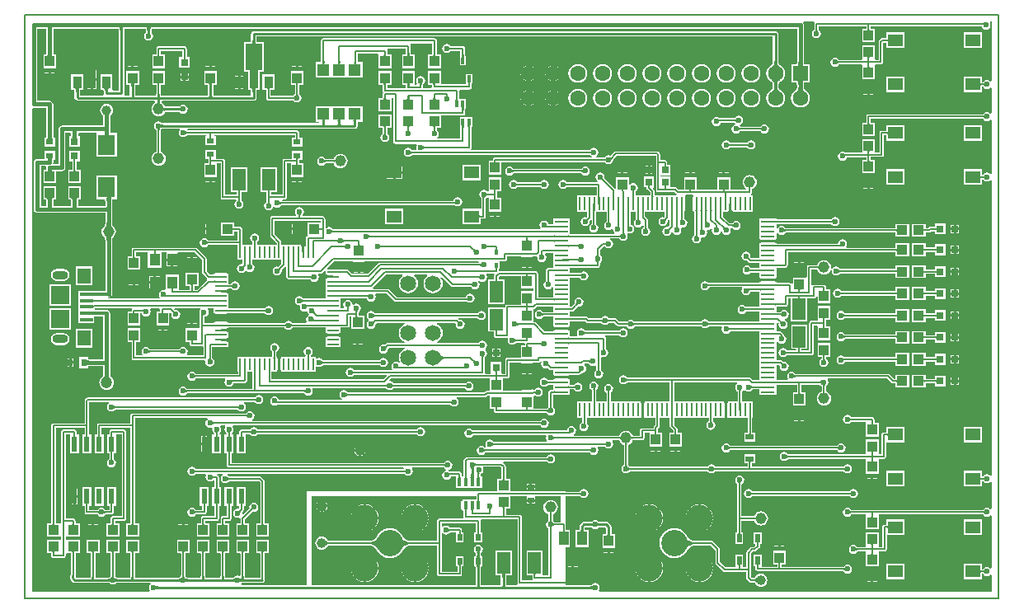
<source format=gtl>
G04 Layer_Physical_Order=1*
G04 Layer_Color=255*
%FSLAX44Y44*%
%MOMM*%
G71*
G01*
G75*
%ADD10R,0.6000X0.8000*%
%ADD11C,1.1500*%
%ADD12R,0.4000X0.9000*%
%ADD13R,1.0000X1.1000*%
%ADD14R,1.3500X2.2000*%
%ADD15R,0.5000X0.7000*%
%ADD16R,1.0000X1.4000*%
%ADD17R,0.8300X0.6300*%
%ADD18R,0.2200X1.2000*%
%ADD19R,1.2000X0.2200*%
%ADD20R,1.1000X1.0000*%
%ADD21R,0.7000X0.8000*%
%ADD22R,0.9000X1.3000*%
%ADD23R,0.9000X1.9000*%
%ADD24R,1.7000X2.7000*%
%ADD25R,0.6000X1.6000*%
%ADD26R,0.8000X0.6000*%
%ADD27R,0.8000X0.8000*%
%ADD28R,1.8000X2.1000*%
%ADD29R,0.8000X0.8000*%
%ADD30R,1.3500X0.4000*%
%ADD31R,1.4000X1.6000*%
%ADD32R,1.9000X1.9000*%
%ADD33R,1.1000X1.3000*%
%ADD34R,1.5500X1.3000*%
%ADD35R,0.3000X0.6600*%
%ADD36R,0.4000X0.4800*%
%ADD37R,1.4000X0.2500*%
%ADD38R,0.2500X1.4000*%
%ADD39R,1.3000X1.3000*%
%ADD40R,0.5000X0.9000*%
%ADD41C,0.3810*%
%ADD42C,0.2540*%
%ADD43C,0.1524*%
%ADD44C,0.2032*%
%ADD45C,0.3048*%
%ADD46C,0.1270*%
%ADD47C,1.2000*%
%ADD48C,1.6400*%
%ADD49C,1.0000*%
%ADD50O,1.6000X0.9000*%
%ADD51C,1.6002*%
%ADD52R,1.6002X1.6002*%
%ADD53C,2.8000*%
%ADD54C,2.7000*%
%ADD55C,0.6000*%
G36*
X867283Y589788D02*
X867211Y589783D01*
X867146Y589770D01*
X867089Y589747D01*
X867039Y589715D01*
X866997Y589674D01*
X866963Y589623D01*
X866936Y589564D01*
X866917Y589495D01*
X866906Y589418D01*
X866902Y589331D01*
X865378D01*
X865374Y589418D01*
X865363Y589495D01*
X865344Y589564D01*
X865317Y589623D01*
X865283Y589674D01*
X865241Y589715D01*
X865191Y589747D01*
X865134Y589770D01*
X865069Y589783D01*
X864997Y589788D01*
X866140Y591312D01*
X867283Y589788D01*
D02*
G37*
G36*
X983801Y589021D02*
X983772Y589167D01*
X983709Y589297D01*
X983614Y589412D01*
X983486Y589512D01*
X983326Y589596D01*
X983133Y589665D01*
X982907Y589719D01*
X982648Y589757D01*
X982357Y589780D01*
X982033Y589788D01*
X982783Y591312D01*
X983108Y591316D01*
X983954Y591380D01*
X984194Y591419D01*
X984412Y591466D01*
X984609Y591521D01*
X984784Y591585D01*
X984938Y591658D01*
X985071Y591739D01*
X983801Y589021D01*
D02*
G37*
G36*
X28258Y587375D02*
X28077Y587364D01*
X27915Y587329D01*
X27772Y587272D01*
X27648Y587192D01*
X27543Y587089D01*
X27457Y586964D01*
X27391Y586815D01*
X27343Y586643D01*
X27315Y586449D01*
X27305Y586232D01*
X23495D01*
X23486Y586449D01*
X23457Y586643D01*
X23409Y586815D01*
X23343Y586964D01*
X23257Y587089D01*
X23152Y587192D01*
X23028Y587272D01*
X22885Y587329D01*
X22724Y587364D01*
X22543Y587375D01*
X25400Y591185D01*
X28258Y587375D01*
D02*
G37*
G36*
X992747Y531826D02*
X991477Y531441D01*
X991358Y531618D01*
X989845Y532629D01*
X988060Y532984D01*
X986275Y532629D01*
X984762Y531618D01*
X984226Y530816D01*
X984193Y530785D01*
X984188Y530782D01*
X984106Y530758D01*
X984005Y530737D01*
X983795Y530715D01*
X982525Y530964D01*
Y536755D01*
X963875D01*
Y520605D01*
X982525D01*
Y525825D01*
X983791Y525932D01*
X983812Y525931D01*
X983981Y525908D01*
X984106Y525882D01*
X984188Y525858D01*
X984193Y525855D01*
X984226Y525824D01*
X984762Y525022D01*
X986275Y524011D01*
X988060Y523656D01*
X989845Y524011D01*
X991358Y525022D01*
X991477Y525199D01*
X992747Y524814D01*
Y498806D01*
X991477Y498421D01*
X991358Y498598D01*
X989845Y499609D01*
X988060Y499964D01*
X986275Y499609D01*
X984762Y498598D01*
X984226Y497796D01*
X984193Y497765D01*
X984188Y497762D01*
X984106Y497738D01*
X984005Y497717D01*
X983671Y497683D01*
X866140D01*
X865228Y497501D01*
X864455Y496985D01*
X863939Y496212D01*
X863757Y495300D01*
Y489405D01*
X863751Y489285D01*
X859565D01*
Y475135D01*
X872715D01*
Y489285D01*
X868536D01*
X868523Y489462D01*
Y492917D01*
X983723D01*
X983812Y492911D01*
X983981Y492888D01*
X984106Y492862D01*
X984188Y492837D01*
X984193Y492835D01*
X984226Y492804D01*
X984762Y492002D01*
X986275Y490991D01*
X988060Y490636D01*
X989845Y490991D01*
X991358Y492002D01*
X991477Y492179D01*
X992747Y491794D01*
Y436576D01*
X991477Y436191D01*
X991358Y436368D01*
X989845Y437379D01*
X988060Y437734D01*
X986275Y437379D01*
X984762Y436368D01*
X984226Y435566D01*
X984193Y435535D01*
X984188Y435532D01*
X984106Y435508D01*
X984005Y435487D01*
X983795Y435465D01*
X982525Y435714D01*
Y441505D01*
X963875D01*
Y425355D01*
X982525D01*
Y430575D01*
X983791Y430682D01*
X983812Y430681D01*
X983981Y430658D01*
X984106Y430632D01*
X984188Y430607D01*
X984193Y430605D01*
X984226Y430574D01*
X984762Y429772D01*
X986275Y428761D01*
X988060Y428406D01*
X989845Y428761D01*
X991358Y429772D01*
X991477Y429949D01*
X992747Y429564D01*
Y126696D01*
X991477Y126311D01*
X991358Y126488D01*
X989845Y127499D01*
X988060Y127854D01*
X986275Y127499D01*
X984762Y126488D01*
X984226Y125686D01*
X984193Y125655D01*
X984188Y125652D01*
X984106Y125628D01*
X984005Y125607D01*
X983795Y125585D01*
X982525Y125834D01*
Y131625D01*
X963875D01*
Y115475D01*
X982525D01*
Y120695D01*
X983791Y120802D01*
X983812Y120801D01*
X983981Y120778D01*
X984106Y120752D01*
X984188Y120728D01*
X984193Y120725D01*
X984226Y120694D01*
X984762Y119892D01*
X986275Y118881D01*
X988060Y118526D01*
X989845Y118881D01*
X991358Y119892D01*
X991477Y120069D01*
X992747Y119684D01*
Y92406D01*
X991477Y92021D01*
X991358Y92198D01*
X989845Y93209D01*
X988060Y93564D01*
X986275Y93209D01*
X984762Y92198D01*
X984226Y91396D01*
X984193Y91365D01*
X984188Y91362D01*
X984106Y91338D01*
X984005Y91317D01*
X983671Y91283D01*
X848887D01*
X848798Y91289D01*
X848629Y91312D01*
X848504Y91338D01*
X848422Y91362D01*
X848417Y91365D01*
X848384Y91396D01*
X847848Y92198D01*
X846335Y93209D01*
X844550Y93564D01*
X842765Y93209D01*
X841252Y92198D01*
X840241Y90685D01*
X839886Y88900D01*
X840241Y87115D01*
X841252Y85602D01*
X842765Y84591D01*
X844550Y84236D01*
X846335Y84591D01*
X847848Y85602D01*
X848384Y86404D01*
X848417Y86435D01*
X848422Y86438D01*
X848504Y86462D01*
X848605Y86483D01*
X848939Y86517D01*
X862947D01*
X863375Y85425D01*
X863375D01*
Y71275D01*
X876525D01*
Y85425D01*
X876525D01*
X876953Y86517D01*
X983723D01*
X983812Y86511D01*
X983981Y86488D01*
X984106Y86462D01*
X984188Y86438D01*
X984193Y86435D01*
X984226Y86404D01*
X984762Y85602D01*
X986275Y84591D01*
X988060Y84236D01*
X989845Y84591D01*
X991358Y85602D01*
X991477Y85779D01*
X992747Y85394D01*
Y31446D01*
X991477Y31061D01*
X991358Y31238D01*
X989845Y32249D01*
X988060Y32604D01*
X986275Y32249D01*
X984762Y31238D01*
X984226Y30436D01*
X984193Y30405D01*
X984188Y30402D01*
X984106Y30378D01*
X984005Y30357D01*
X983795Y30335D01*
X982525Y30584D01*
Y36375D01*
X963875D01*
Y20225D01*
X982525D01*
Y25445D01*
X983791Y25552D01*
X983812Y25551D01*
X983981Y25528D01*
X984106Y25502D01*
X984188Y25477D01*
X984193Y25475D01*
X984226Y25444D01*
X984762Y24642D01*
X986275Y23631D01*
X988060Y23276D01*
X989845Y23631D01*
X991358Y24642D01*
X991477Y24819D01*
X992747Y24434D01*
Y7253D01*
X589565D01*
X589030Y8523D01*
X589779Y9645D01*
X590134Y11430D01*
X589779Y13215D01*
X588768Y14728D01*
X587255Y15739D01*
X585470Y16094D01*
X583685Y15739D01*
X582172Y14728D01*
X581921Y14353D01*
X581578Y14331D01*
X554990D01*
Y53225D01*
X559685D01*
Y70375D01*
X555507D01*
X555493Y70560D01*
Y75540D01*
X555311Y76452D01*
X554990Y76933D01*
Y105157D01*
X569870D01*
X569952Y105152D01*
X570136Y105130D01*
X570283Y105103D01*
X570392Y105074D01*
X570460Y105050D01*
X570467Y105047D01*
X570483Y105029D01*
X570496Y105019D01*
X570742Y104652D01*
X572255Y103641D01*
X574040Y103286D01*
X575825Y103641D01*
X577338Y104652D01*
X578349Y106165D01*
X578704Y107950D01*
X578349Y109735D01*
X577338Y111248D01*
X575825Y112259D01*
X574040Y112614D01*
X572255Y112259D01*
X570742Y111248D01*
X569879Y109958D01*
X569855Y109952D01*
X569701Y109930D01*
X569610Y109923D01*
X554990D01*
Y110490D01*
X498065D01*
Y123525D01*
X493886D01*
X493873Y123702D01*
Y135890D01*
X493691Y136802D01*
X493175Y137575D01*
X491195Y139554D01*
Y139556D01*
X491581Y140824D01*
X535529D01*
X535613Y140818D01*
X535793Y140796D01*
X535935Y140769D01*
X536036Y140741D01*
X536087Y140722D01*
X536093Y140716D01*
X536140Y140679D01*
X536452Y140212D01*
X537965Y139201D01*
X539750Y138846D01*
X541535Y139201D01*
X543048Y140212D01*
X544059Y141725D01*
X544414Y143510D01*
X544059Y145295D01*
X543048Y146808D01*
X541535Y147819D01*
X539750Y148174D01*
X537965Y147819D01*
X536452Y146808D01*
X535670Y145638D01*
X535586Y145619D01*
X535428Y145596D01*
X535338Y145589D01*
X454357D01*
X453445Y145408D01*
X452672Y144892D01*
X450995Y143215D01*
X450479Y142442D01*
X450297Y141530D01*
Y126154D01*
X450290Y126025D01*
X448577D01*
X448563Y126210D01*
Y127860D01*
X448381Y128772D01*
X447865Y129545D01*
X447455Y129955D01*
X446682Y130471D01*
X445770Y130653D01*
X436550D01*
X436546Y130653D01*
X436108Y130694D01*
X435962Y130717D01*
X435835Y130745D01*
X435745Y130770D01*
X435694Y130789D01*
X435684Y130793D01*
X435626Y130829D01*
X435510Y130871D01*
X434862Y131305D01*
X434855Y131340D01*
X434871Y132601D01*
X436125Y132851D01*
X437638Y133862D01*
X438649Y135375D01*
X439004Y137160D01*
X438649Y138945D01*
X437638Y140458D01*
X436125Y141469D01*
X434340Y141824D01*
X432555Y141469D01*
X431042Y140458D01*
X430506Y139656D01*
X430473Y139625D01*
X430468Y139622D01*
X430386Y139598D01*
X430285Y139577D01*
X429951Y139543D01*
X211933D01*
Y149385D01*
X211940Y149505D01*
X214125D01*
Y168655D01*
X212651D01*
X212128Y169454D01*
X211962Y169911D01*
X211988Y170036D01*
X212013Y170118D01*
X212015Y170123D01*
X212046Y170156D01*
X212848Y170692D01*
X213859Y172205D01*
X214214Y173990D01*
X213859Y175775D01*
X213250Y176687D01*
X213929Y177957D01*
X529063D01*
X529152Y177951D01*
X529321Y177928D01*
X529446Y177902D01*
X529528Y177878D01*
X529533Y177875D01*
X529566Y177844D01*
X530102Y177042D01*
X531615Y176031D01*
X533400Y175676D01*
X535185Y176031D01*
X536698Y177042D01*
X537709Y178555D01*
X538064Y180340D01*
X537709Y182125D01*
X536698Y183638D01*
X535185Y184649D01*
X533400Y185004D01*
X531615Y184649D01*
X530102Y183638D01*
X529566Y182836D01*
X529533Y182805D01*
X529528Y182802D01*
X529446Y182778D01*
X529345Y182757D01*
X529011Y182723D01*
X233822D01*
X233437Y183993D01*
X234438Y184662D01*
X235449Y186175D01*
X235804Y187960D01*
X235449Y189745D01*
X234438Y191258D01*
X232925Y192269D01*
X231140Y192624D01*
X229355Y192269D01*
X227842Y191258D01*
X227306Y190456D01*
X227273Y190425D01*
X227268Y190422D01*
X227186Y190398D01*
X227085Y190377D01*
X226751Y190343D01*
X110490D01*
X109578Y190161D01*
X108805Y189645D01*
X108289Y188872D01*
X108107Y187960D01*
Y180183D01*
X76200D01*
X75288Y180001D01*
X74515Y179485D01*
X73999Y178712D01*
X73817Y177800D01*
Y168775D01*
X73811Y168655D01*
X71625D01*
Y149505D01*
X80775D01*
Y168655D01*
X78596D01*
X78583Y168832D01*
Y175417D01*
X108107D01*
Y77925D01*
X108101Y77805D01*
X103915D01*
Y63655D01*
X117065D01*
Y77805D01*
X112886D01*
X112873Y77982D01*
Y177800D01*
Y185577D01*
X187148D01*
X187533Y184307D01*
X186532Y183638D01*
X185521Y182125D01*
X185166Y180340D01*
X185521Y178555D01*
X186532Y177042D01*
X188045Y176031D01*
X189830Y175676D01*
X191283Y175965D01*
X192130Y175361D01*
X192391Y175021D01*
X192186Y173990D01*
X192541Y172205D01*
X193552Y170692D01*
X194354Y170156D01*
X194385Y170123D01*
X194388Y170118D01*
X194412Y170036D01*
X194433Y169935D01*
X194434Y169925D01*
X193645Y168655D01*
X192275D01*
Y149505D01*
X201425D01*
Y168655D01*
X199951D01*
X199428Y169454D01*
X199262Y169911D01*
X199288Y170036D01*
X199312Y170118D01*
X199315Y170123D01*
X199346Y170156D01*
X200148Y170692D01*
X201159Y172205D01*
X201514Y173990D01*
X201159Y175775D01*
X200550Y176687D01*
X201229Y177957D01*
X205172D01*
X205850Y176687D01*
X205241Y175775D01*
X204886Y173990D01*
X205241Y172205D01*
X206252Y170692D01*
X207054Y170156D01*
X207085Y170123D01*
X207088Y170118D01*
X207112Y170036D01*
X207133Y169935D01*
X207134Y169925D01*
X206345Y168655D01*
X204975D01*
Y149505D01*
X207154D01*
X207167Y149328D01*
Y137160D01*
X207349Y136248D01*
X207865Y135475D01*
X208638Y134959D01*
X209550Y134777D01*
X388198D01*
X388917Y133507D01*
X388728Y133193D01*
X175787D01*
X175698Y133199D01*
X175529Y133222D01*
X175404Y133248D01*
X175322Y133272D01*
X175317Y133275D01*
X175284Y133306D01*
X174748Y134108D01*
X173235Y135119D01*
X171450Y135474D01*
X169665Y135119D01*
X168152Y134108D01*
X167141Y132595D01*
X166786Y130810D01*
X167141Y129025D01*
X168152Y127512D01*
X169665Y126501D01*
X171450Y126146D01*
X173235Y126501D01*
X174748Y127512D01*
X175284Y128314D01*
X175317Y128345D01*
X175322Y128348D01*
X175404Y128372D01*
X175505Y128393D01*
X175839Y128427D01*
X185254D01*
X185853Y127307D01*
X185591Y126915D01*
X185236Y125130D01*
X185591Y123345D01*
X186602Y121832D01*
X188115Y120821D01*
X189900Y120466D01*
X191685Y120821D01*
X193198Y121832D01*
X194467Y121445D01*
Y114775D01*
X194461Y114655D01*
X192275D01*
Y95505D01*
X194454D01*
X194467Y95328D01*
Y84933D01*
X182880D01*
X181968Y84751D01*
X181195Y84235D01*
X180679Y83462D01*
X180497Y82550D01*
Y77925D01*
X180490Y77805D01*
X176305D01*
Y63655D01*
X189455D01*
Y77805D01*
X185276D01*
X185263Y77982D01*
Y80167D01*
X196850D01*
X197762Y80349D01*
X198535Y80865D01*
X199051Y81638D01*
X199233Y82550D01*
Y95385D01*
X199240Y95505D01*
X201425D01*
Y114655D01*
X199246D01*
X199233Y114832D01*
Y124530D01*
X199051Y125442D01*
X198535Y126215D01*
X197935Y126815D01*
X197422Y127157D01*
X197665Y128427D01*
X203058D01*
X203443Y127157D01*
X202442Y126488D01*
X201431Y124975D01*
X201076Y123190D01*
X201431Y121405D01*
X202442Y119892D01*
X203955Y118881D01*
X205740Y118526D01*
X207525Y118881D01*
X209038Y119892D01*
X209574Y120694D01*
X209607Y120725D01*
X209612Y120728D01*
X209694Y120752D01*
X209795Y120773D01*
X210129Y120807D01*
X240313D01*
X241457Y119663D01*
Y77925D01*
X241451Y77805D01*
X237265D01*
Y63655D01*
X250415D01*
Y77805D01*
X246236D01*
X246223Y77982D01*
Y120650D01*
X246041Y121562D01*
X245525Y122335D01*
X242985Y124875D01*
X242212Y125391D01*
X241300Y125573D01*
X210077D01*
X209988Y125579D01*
X209819Y125602D01*
X209694Y125628D01*
X209612Y125653D01*
X209607Y125655D01*
X209574Y125686D01*
X209038Y126488D01*
X208037Y127157D01*
X208422Y128427D01*
X389790D01*
X390402Y127512D01*
X391915Y126501D01*
X393700Y126146D01*
X395485Y126501D01*
X396998Y127512D01*
X398009Y129025D01*
X398364Y130810D01*
X398009Y132595D01*
X397400Y133507D01*
X398078Y134777D01*
X430003D01*
X430092Y134771D01*
X430261Y134748D01*
X430386Y134722D01*
X430468Y134698D01*
X430473Y134695D01*
X430506Y134664D01*
X431042Y133862D01*
X432548Y132855D01*
X432555Y132820D01*
X432539Y131559D01*
X431285Y131309D01*
X429772Y130298D01*
X428761Y128785D01*
X428406Y127000D01*
X428761Y125215D01*
X429772Y123702D01*
X431285Y122691D01*
X433070Y122336D01*
X434855Y122691D01*
X436368Y123702D01*
X437379Y125215D01*
X437513Y125887D01*
X442605D01*
Y113875D01*
X469255D01*
Y126025D01*
X468077D01*
X468063Y126210D01*
Y127650D01*
X468070Y127741D01*
X468092Y127895D01*
X468098Y127919D01*
X469388Y128782D01*
X470399Y130295D01*
X470754Y132080D01*
X470399Y133865D01*
X470164Y134217D01*
X470843Y135487D01*
X488523D01*
X489107Y134903D01*
Y123645D01*
X489100Y123525D01*
X484915D01*
Y110490D01*
X289560D01*
Y14331D01*
X222754D01*
X222075Y15416D01*
X222058Y15601D01*
X222579Y16149D01*
X243205D01*
X244315Y16370D01*
X245256Y16999D01*
X245885Y17940D01*
X246105Y19050D01*
X246101Y19073D01*
X246223Y19685D01*
Y46535D01*
X246229Y46655D01*
X250415D01*
Y60805D01*
X237265D01*
Y46655D01*
X241444D01*
X241457Y46478D01*
Y21951D01*
X226127D01*
X225903Y24845D01*
Y46535D01*
X225910Y46655D01*
X230095D01*
Y60805D01*
X216945D01*
Y46655D01*
X221124D01*
X221137Y46478D01*
Y25036D01*
X221068Y24207D01*
X219730Y23458D01*
X218440Y23714D01*
X216655Y23359D01*
X215142Y22348D01*
X214891Y21973D01*
X214548Y21951D01*
X205807D01*
X205583Y24845D01*
Y46535D01*
X205590Y46655D01*
X209775D01*
Y60805D01*
X196625D01*
Y46655D01*
X200804D01*
X200817Y46478D01*
Y25036D01*
X200558Y21951D01*
X185487D01*
X185263Y24845D01*
Y46535D01*
X185270Y46655D01*
X189455D01*
Y60805D01*
X176305D01*
Y46655D01*
X180484D01*
X180497Y46478D01*
Y25036D01*
X180238Y21951D01*
X166169D01*
X166121Y21954D01*
X165858Y22348D01*
X165097Y22857D01*
X164943Y24845D01*
Y46535D01*
X164949Y46655D01*
X169135D01*
Y60805D01*
X155985D01*
Y46655D01*
X160164D01*
X160177Y46478D01*
Y25036D01*
X159993Y22837D01*
X159262Y22348D01*
X159011Y21973D01*
X158668Y21951D01*
X113097D01*
X112873Y24845D01*
Y46535D01*
X112879Y46655D01*
X117065D01*
Y60805D01*
X103915D01*
Y46655D01*
X108094D01*
X108107Y46478D01*
Y25036D01*
X107848Y21951D01*
X93779D01*
X93731Y21954D01*
X93468Y22348D01*
X92707Y22857D01*
X92553Y24845D01*
Y46535D01*
X92559Y46655D01*
X96745D01*
Y60805D01*
X83595D01*
Y46655D01*
X87774D01*
X87787Y46478D01*
Y25036D01*
X87603Y22837D01*
X86872Y22348D01*
X86621Y21973D01*
X86278Y21951D01*
X72457D01*
X72233Y24845D01*
Y46535D01*
X72239Y46655D01*
X76425D01*
Y60805D01*
X63275D01*
Y46655D01*
X67454D01*
X67467Y46478D01*
Y25036D01*
X67208Y21951D01*
X52261D01*
X52137Y23221D01*
X51913Y26115D01*
Y46535D01*
X51919Y46655D01*
X56105D01*
Y60805D01*
X43023D01*
X42955Y60805D01*
X41753Y60967D01*
Y63493D01*
X42955Y63655D01*
Y63655D01*
X56105D01*
Y77805D01*
X51926D01*
X51913Y77982D01*
Y80010D01*
X51731Y80922D01*
X51215Y81695D01*
X50442Y82211D01*
X49530Y82393D01*
X41753D01*
Y169067D01*
X45126D01*
X46225Y168655D01*
Y149505D01*
X55375D01*
Y168655D01*
X53196D01*
X53183Y168832D01*
Y171450D01*
X53001Y172362D01*
X52485Y173135D01*
X51712Y173651D01*
X50800Y173833D01*
X39370D01*
X38458Y173651D01*
X37685Y173135D01*
X37169Y172362D01*
X36987Y171450D01*
Y80010D01*
Y77967D01*
X35785Y77805D01*
X35717Y77805D01*
X31606D01*
X31593Y77982D01*
Y175417D01*
X61117D01*
Y168775D01*
X61111Y168655D01*
X58925D01*
Y149505D01*
X68075D01*
Y168655D01*
X65896D01*
X65883Y168832D01*
Y177800D01*
Y202087D01*
X86218D01*
X86603Y200817D01*
X85602Y200148D01*
X84591Y198635D01*
X84236Y196850D01*
X84591Y195065D01*
X85602Y193552D01*
X87115Y192541D01*
X88900Y192186D01*
X90685Y192541D01*
X92198Y193552D01*
X92734Y194354D01*
X92767Y194385D01*
X92772Y194388D01*
X92854Y194412D01*
X92955Y194433D01*
X93289Y194467D01*
X217913D01*
X218002Y194461D01*
X218171Y194438D01*
X218296Y194412D01*
X218378Y194387D01*
X218383Y194385D01*
X218416Y194354D01*
X218952Y193552D01*
X220465Y192541D01*
X222250Y192186D01*
X224035Y192541D01*
X225548Y193552D01*
X226559Y195065D01*
X226914Y196850D01*
X226559Y198635D01*
X225548Y200148D01*
X224547Y200817D01*
X224932Y202087D01*
X235693D01*
X235782Y202081D01*
X235951Y202058D01*
X236076Y202032D01*
X236158Y202008D01*
X236163Y202005D01*
X236196Y201974D01*
X236732Y201172D01*
X238245Y200161D01*
X240030Y199806D01*
X241815Y200161D01*
X243328Y201172D01*
X244339Y202685D01*
X244694Y204470D01*
X244339Y206255D01*
X243328Y207768D01*
X241815Y208779D01*
X240030Y209134D01*
X238245Y208779D01*
X236732Y207768D01*
X236196Y206966D01*
X236163Y206935D01*
X236158Y206932D01*
X236076Y206908D01*
X235975Y206887D01*
X235641Y206853D01*
X64770D01*
X63858Y206671D01*
X63085Y206155D01*
X61815Y204885D01*
X61299Y204112D01*
X61117Y203200D01*
Y180183D01*
X29210D01*
X28298Y180001D01*
X27525Y179485D01*
X27009Y178712D01*
X26827Y177800D01*
Y77925D01*
X26820Y77805D01*
X22635D01*
Y63655D01*
X35717D01*
X35785Y63655D01*
X36987Y63493D01*
Y60967D01*
X35785Y60805D01*
Y60805D01*
X22635D01*
Y46655D01*
X26814D01*
X26827Y46478D01*
Y44450D01*
X27009Y43538D01*
X27525Y42765D01*
X28298Y42249D01*
X29210Y42067D01*
X39370D01*
X40282Y42249D01*
X41055Y42765D01*
X41571Y43538D01*
X41753Y44450D01*
Y46493D01*
X42955Y46655D01*
X43023Y46655D01*
X47134D01*
X47147Y46478D01*
Y26306D01*
X46666Y20582D01*
X46672Y20533D01*
X46630Y20320D01*
X46850Y19210D01*
X47479Y18269D01*
X48749Y16999D01*
X49690Y16370D01*
X50800Y16149D01*
X86561D01*
X86609Y16146D01*
X86872Y15752D01*
X88385Y14741D01*
X90170Y14386D01*
X91955Y14741D01*
X93468Y15752D01*
X93719Y16127D01*
X94062Y16149D01*
X128623D01*
X129008Y14879D01*
X128782Y14728D01*
X127771Y13215D01*
X127416Y11430D01*
X127771Y9645D01*
X128520Y8523D01*
X127985Y7253D01*
X7253D01*
Y495000D01*
Y503648D01*
X8523Y504570D01*
X9115Y504452D01*
X21852D01*
Y476506D01*
X21775Y475181D01*
X21695Y474537D01*
X21597Y474025D01*
X21549Y473855D01*
X19825D01*
Y464705D01*
X30975D01*
Y473855D01*
X29251D01*
X29202Y474025D01*
X29112Y474500D01*
X28948Y476625D01*
Y508000D01*
X28678Y509358D01*
X27909Y510509D01*
X26758Y511278D01*
X25400Y511548D01*
X12663D01*
Y585732D01*
X21852D01*
Y561786D01*
X21775Y560461D01*
X21695Y559817D01*
X21597Y559305D01*
X21549Y559135D01*
X18825D01*
Y544985D01*
X31975D01*
Y559135D01*
X29251D01*
X29202Y559305D01*
X29112Y559780D01*
X28948Y561905D01*
Y585732D01*
X95848D01*
X96159Y581029D01*
Y522331D01*
X90861D01*
X89655Y522485D01*
Y538635D01*
X77505D01*
Y522485D01*
X80575D01*
X80680Y521147D01*
Y519670D01*
X80900Y518560D01*
X80927Y518521D01*
X80248Y517251D01*
X56480D01*
Y521231D01*
X56530Y522077D01*
X56579Y522468D01*
X56582Y522485D01*
X59655D01*
Y538635D01*
X47505D01*
Y522485D01*
X50575D01*
X50679Y521147D01*
Y515380D01*
X50900Y514270D01*
X51529Y513329D01*
X52559Y512299D01*
X53500Y511670D01*
X54610Y511450D01*
X132898D01*
X133766Y510501D01*
X133466Y509318D01*
X131936Y508144D01*
X130762Y506614D01*
X130024Y504832D01*
X129772Y502920D01*
X130024Y501008D01*
X130762Y499226D01*
X131936Y497696D01*
X133466Y496522D01*
X135248Y495784D01*
X137160Y495532D01*
X139072Y495784D01*
X140854Y496522D01*
X142384Y497696D01*
X143558Y499226D01*
X143793Y499794D01*
X143802Y499797D01*
X144037Y499859D01*
X144339Y499913D01*
X145720Y500019D01*
X158951D01*
X158999Y500016D01*
X159262Y499622D01*
X160775Y498611D01*
X162560Y498256D01*
X164345Y498611D01*
X165858Y499622D01*
X166869Y501135D01*
X167224Y502920D01*
X166869Y504705D01*
X165858Y506218D01*
X164345Y507229D01*
X162560Y507584D01*
X160775Y507229D01*
X159262Y506218D01*
X159011Y505843D01*
X158668Y505821D01*
X145638D01*
X144788Y505870D01*
X144375Y505920D01*
X144037Y505981D01*
X143802Y506043D01*
X143793Y506046D01*
X143558Y506614D01*
X142384Y508144D01*
X140854Y509318D01*
X140581Y509431D01*
X140386Y510433D01*
X141257Y511450D01*
X234950D01*
X236060Y511670D01*
X237001Y512299D01*
X237630Y513240D01*
X237850Y514350D01*
Y521231D01*
X237900Y522077D01*
X237949Y522468D01*
X237952Y522485D01*
X241025D01*
Y541485D01*
X245025D01*
Y571635D01*
X237953D01*
X237850Y572965D01*
Y577490D01*
X767990D01*
Y551746D01*
X767922Y551116D01*
X767812Y550546D01*
X767665Y550042D01*
X767484Y549599D01*
X767273Y549212D01*
X767032Y548873D01*
X766757Y548574D01*
X766444Y548308D01*
X766301Y548214D01*
X766061Y548114D01*
X764061Y546580D01*
X762526Y544579D01*
X761561Y542250D01*
X761232Y539750D01*
X761561Y537250D01*
X762526Y534921D01*
X764061Y532920D01*
X766061Y531386D01*
X766301Y531286D01*
X766444Y531192D01*
X766757Y530926D01*
X767032Y530627D01*
X767273Y530288D01*
X767484Y529901D01*
X767665Y529458D01*
X767812Y528953D01*
X767922Y528384D01*
X767990Y527754D01*
Y526346D01*
X767922Y525716D01*
X767812Y525146D01*
X767665Y524642D01*
X767484Y524199D01*
X767273Y523812D01*
X767032Y523473D01*
X766757Y523174D01*
X766444Y522908D01*
X766301Y522814D01*
X766061Y522714D01*
X764061Y521180D01*
X762526Y519179D01*
X761561Y516850D01*
X761232Y514350D01*
X761561Y511850D01*
X762526Y509521D01*
X764061Y507520D01*
X766061Y505986D01*
X768390Y505021D01*
X770890Y504692D01*
X773390Y505021D01*
X775719Y505986D01*
X777719Y507520D01*
X779254Y509521D01*
X780219Y511850D01*
X780548Y514350D01*
X780219Y516850D01*
X779254Y519179D01*
X777719Y521180D01*
X775719Y522714D01*
X775479Y522814D01*
X775336Y522908D01*
X775023Y523174D01*
X774748Y523473D01*
X774507Y523812D01*
X774296Y524199D01*
X774115Y524642D01*
X773968Y525147D01*
X773858Y525716D01*
X773791Y526346D01*
Y527754D01*
X773858Y528384D01*
X773968Y528954D01*
X774115Y529458D01*
X774296Y529901D01*
X774507Y530288D01*
X774748Y530627D01*
X775023Y530926D01*
X775336Y531192D01*
X775479Y531286D01*
X775719Y531386D01*
X777719Y532920D01*
X779254Y534921D01*
X780219Y537250D01*
X780548Y539750D01*
X780219Y542250D01*
X779254Y544579D01*
X777719Y546580D01*
X775719Y548114D01*
X775479Y548214D01*
X775336Y548308D01*
X775023Y548574D01*
X774748Y548873D01*
X774507Y549212D01*
X774296Y549599D01*
X774115Y550042D01*
X773968Y550547D01*
X773858Y551116D01*
X773791Y551746D01*
Y580390D01*
X773570Y581500D01*
X772941Y582441D01*
X772000Y583070D01*
X770890Y583290D01*
X234950D01*
X233840Y583070D01*
X232899Y582441D01*
X232270Y581500D01*
X232050Y580390D01*
Y572880D01*
X232000Y572027D01*
X231951Y571635D01*
X224875D01*
Y541485D01*
X228875D01*
Y522485D01*
X231945D01*
X232050Y521147D01*
Y517251D01*
X193400D01*
Y526740D01*
X193450Y527593D01*
X193499Y527985D01*
X197075D01*
Y542135D01*
X183925D01*
Y527985D01*
X187497D01*
X187600Y526655D01*
Y517251D01*
X139767D01*
X139543Y520145D01*
Y527865D01*
X139550Y527985D01*
X143735D01*
Y542135D01*
X130585D01*
Y527985D01*
X134764D01*
X134777Y527808D01*
Y520336D01*
X134518Y517251D01*
X113391D01*
Y526740D01*
X113440Y527593D01*
X113489Y527985D01*
X117065D01*
Y542135D01*
X103915D01*
Y527985D01*
X107487D01*
X107590Y526655D01*
Y517251D01*
X102553D01*
X102092Y517856D01*
X101780Y518521D01*
X101960Y519430D01*
Y580535D01*
X102328Y585732D01*
X123788D01*
X124075Y581398D01*
X123702Y581148D01*
X122691Y579635D01*
X122336Y577850D01*
X122691Y576065D01*
X123702Y574552D01*
X125215Y573541D01*
X127000Y573186D01*
X128785Y573541D01*
X130298Y574552D01*
X131309Y576065D01*
X131664Y577850D01*
X131309Y579635D01*
X130298Y581148D01*
X129960Y581374D01*
X130268Y585732D01*
X792742D01*
Y551977D01*
X792665Y550652D01*
X792585Y550008D01*
X792487Y549496D01*
X792439Y549326D01*
X786714D01*
Y530174D01*
X792432D01*
X792488Y529979D01*
X792578Y529509D01*
X792742Y527396D01*
Y525926D01*
X792705Y525456D01*
X792616Y524841D01*
X792497Y524308D01*
X792355Y523857D01*
X792195Y523489D01*
X792025Y523197D01*
X791851Y522973D01*
X791673Y522804D01*
X791667Y522800D01*
X791461Y522714D01*
X789461Y521180D01*
X787926Y519179D01*
X786961Y516850D01*
X786632Y514350D01*
X786961Y511850D01*
X787926Y509521D01*
X789461Y507520D01*
X791461Y505986D01*
X793790Y505021D01*
X796290Y504692D01*
X798790Y505021D01*
X801119Y505986D01*
X803120Y507520D01*
X804654Y509521D01*
X805619Y511850D01*
X805948Y514350D01*
X805619Y516850D01*
X804654Y519179D01*
X803120Y521180D01*
X801119Y522714D01*
X800913Y522800D01*
X800907Y522804D01*
X800729Y522973D01*
X800555Y523197D01*
X800385Y523489D01*
X800225Y523857D01*
X800082Y524308D01*
X799964Y524841D01*
X799875Y525456D01*
X799838Y525926D01*
Y527514D01*
X799915Y528832D01*
X799995Y529471D01*
X800092Y529980D01*
X800148Y530174D01*
X805866D01*
Y549326D01*
X800141D01*
X800092Y549496D01*
X800002Y549971D01*
X799838Y552096D01*
Y589280D01*
X799568Y590638D01*
X799007Y591477D01*
X799398Y592533D01*
X799570Y592747D01*
X809930D01*
X810609Y591477D01*
X810599Y591462D01*
X810417Y590550D01*
Y584727D01*
X810411Y584638D01*
X810388Y584469D01*
X810362Y584344D01*
X810338Y584262D01*
X810335Y584257D01*
X810304Y584224D01*
X809502Y583688D01*
X808491Y582175D01*
X808136Y580390D01*
X808491Y578605D01*
X809502Y577092D01*
X811015Y576081D01*
X812800Y575726D01*
X814585Y576081D01*
X816098Y577092D01*
X817109Y578605D01*
X817464Y580390D01*
X817109Y582175D01*
X816098Y583688D01*
X815296Y584224D01*
X815265Y584257D01*
X815262Y584262D01*
X815238Y584344D01*
X815217Y584445D01*
X815183Y584779D01*
Y588167D01*
X863757D01*
Y585925D01*
X863751Y585805D01*
X859565D01*
Y571655D01*
X872715D01*
Y585805D01*
X868536D01*
X868523Y585982D01*
Y588167D01*
X982347D01*
X982481Y587495D01*
X983492Y585982D01*
X985005Y584971D01*
X986790Y584616D01*
X988575Y584971D01*
X990088Y585982D01*
X991099Y587495D01*
X991454Y589280D01*
X991099Y591065D01*
X990824Y591477D01*
X991503Y592747D01*
X992747D01*
Y531826D01*
D02*
G37*
G36*
X866907Y586045D02*
X866987Y585003D01*
X867035Y584748D01*
X867094Y584540D01*
X867163Y584378D01*
X867243Y584262D01*
X867334Y584192D01*
X867435Y584169D01*
X864845D01*
X864946Y584192D01*
X865037Y584262D01*
X865117Y584378D01*
X865186Y584540D01*
X865245Y584748D01*
X865293Y585003D01*
X865330Y585304D01*
X865369Y585976D01*
X865378Y586485D01*
X866902D01*
X866907Y586045D01*
D02*
G37*
G36*
X813569Y584769D02*
X813628Y584198D01*
X813680Y583950D01*
X813746Y583727D01*
X813828Y583529D01*
X813924Y583356D01*
X814034Y583209D01*
X814160Y583086D01*
X814300Y582988D01*
X811300D01*
X811440Y583086D01*
X811566Y583209D01*
X811676Y583356D01*
X811772Y583529D01*
X811853Y583727D01*
X811920Y583950D01*
X811972Y584198D01*
X812009Y584471D01*
X812031Y584769D01*
X812038Y585092D01*
X813562D01*
X813569Y584769D01*
D02*
G37*
G36*
X128333Y581124D02*
X128339Y581029D01*
X128353Y580819D01*
X128383Y580677D01*
X128417Y580567D01*
X128456Y580491D01*
X128500Y580448D01*
X128285D01*
X128270Y580240D01*
X125730D01*
X125728Y580448D01*
X125500D01*
X125544Y580491D01*
X125583Y580567D01*
X125617Y580677D01*
X125647Y580819D01*
X125673Y580994D01*
X125694Y581254D01*
X125330Y586744D01*
X125105Y589090D01*
X128895D01*
X128333Y581124D01*
D02*
G37*
G36*
X100282Y589090D02*
X100955D01*
X100883Y588060D01*
X101283Y587375D01*
X101102Y587367D01*
X100940Y587345D01*
X100830Y587315D01*
X100330Y580240D01*
X97790D01*
X97784Y580801D01*
X97390Y586744D01*
X97336Y587301D01*
X97323Y587306D01*
X97180Y587345D01*
X97018Y587367D01*
X96838Y587375D01*
X97260Y588099D01*
X97165Y589090D01*
X97838D01*
X99060Y591185D01*
X100282Y589090D01*
D02*
G37*
G36*
X236229Y573110D02*
X236362Y571382D01*
X236442Y570959D01*
X236540Y570614D01*
X236656Y570345D01*
X236789Y570153D01*
X236940Y570037D01*
X237109Y569999D01*
X232791D01*
X232960Y570037D01*
X233111Y570153D01*
X233244Y570345D01*
X233360Y570614D01*
X233458Y570959D01*
X233538Y571382D01*
X233600Y571881D01*
X233664Y572995D01*
X233680Y573839D01*
X236220D01*
X236229Y573110D01*
D02*
G37*
G36*
X27318Y562153D02*
X27518Y559567D01*
X27638Y558935D01*
X27785Y558418D01*
X27958Y558016D01*
X28158Y557729D01*
X28385Y557556D01*
X28639Y557499D01*
X22162D01*
X22415Y557556D01*
X22642Y557729D01*
X22842Y558016D01*
X23015Y558418D01*
X23162Y558935D01*
X23282Y559567D01*
X23375Y560314D01*
X23472Y561982D01*
X23495Y563245D01*
X27305D01*
X27318Y562153D01*
D02*
G37*
G36*
X798208Y552344D02*
X798408Y549758D01*
X798528Y549126D01*
X798675Y548609D01*
X798848Y548207D01*
X799048Y547920D01*
X799275Y547747D01*
X799529Y547690D01*
X793052D01*
X793305Y547747D01*
X793532Y547920D01*
X793732Y548207D01*
X793905Y548609D01*
X794052Y549126D01*
X794172Y549758D01*
X794265Y550505D01*
X794362Y552173D01*
X794385Y553436D01*
X798195D01*
X798208Y552344D01*
D02*
G37*
G36*
X772187Y551637D02*
X772269Y550877D01*
X772406Y550169D01*
X772597Y549513D01*
X772843Y548910D01*
X773143Y548359D01*
X773498Y547861D01*
X773907Y547414D01*
X774372Y547020D01*
X774891Y546679D01*
X766889D01*
X767408Y547020D01*
X767872Y547414D01*
X768282Y547861D01*
X768637Y548359D01*
X768937Y548910D01*
X769183Y549513D01*
X769374Y550169D01*
X769511Y550877D01*
X769593Y551637D01*
X769620Y552450D01*
X772160D01*
X772187Y551637D01*
D02*
G37*
G36*
X236229Y546110D02*
X236362Y544382D01*
X236442Y543959D01*
X236540Y543614D01*
X236656Y543345D01*
X236789Y543153D01*
X236870Y543091D01*
X237109D01*
X236940Y543052D01*
X236930Y543045D01*
X236940Y543037D01*
X237109Y542999D01*
X236870D01*
X236789Y542938D01*
X236656Y542748D01*
X236540Y542481D01*
X236442Y542138D01*
X236362Y541719D01*
X236300Y541224D01*
X236236Y540118D01*
X236220Y539281D01*
X233680D01*
X233671Y540004D01*
X233538Y541719D01*
X233458Y542138D01*
X233360Y542481D01*
X233244Y542748D01*
X233111Y542938D01*
X233030Y542999D01*
X232791D01*
X232960Y543037D01*
X232970Y543045D01*
X232960Y543052D01*
X232791Y543091D01*
X233029D01*
X233111Y543153D01*
X233244Y543345D01*
X233360Y543614D01*
X233458Y543959D01*
X233538Y544382D01*
X233600Y544881D01*
X233664Y545995D01*
X233680Y546839D01*
X236220D01*
X236229Y546110D01*
D02*
G37*
G36*
X138354Y529598D02*
X138263Y529528D01*
X138183Y529412D01*
X138114Y529250D01*
X138055Y529042D01*
X138007Y528787D01*
X137970Y528486D01*
X137931Y527814D01*
X137922Y527304D01*
X136398D01*
X136393Y527745D01*
X136313Y528787D01*
X136265Y529042D01*
X136206Y529250D01*
X136137Y529412D01*
X136057Y529528D01*
X135966Y529598D01*
X135865Y529621D01*
X138455D01*
X138354Y529598D01*
D02*
G37*
G36*
X980912Y529514D02*
X980982Y529423D01*
X981097Y529343D01*
X981260Y529274D01*
X981468Y529215D01*
X981723Y529167D01*
X982024Y529130D01*
X982696Y529091D01*
X983205Y529082D01*
Y527558D01*
X982765Y527553D01*
X981723Y527473D01*
X981468Y527425D01*
X981260Y527366D01*
X981097Y527297D01*
X980982Y527217D01*
X980912Y527126D01*
X980889Y527025D01*
Y527177D01*
Y527406D01*
Y529234D01*
Y529463D01*
Y529615D01*
X980912Y529514D01*
D02*
G37*
G36*
X985462Y526820D02*
X985364Y526960D01*
X985241Y527086D01*
X985094Y527196D01*
X984921Y527292D01*
X984723Y527374D01*
X984500Y527440D01*
X984252Y527492D01*
X983979Y527528D01*
X983681Y527551D01*
X983358Y527558D01*
Y529082D01*
X983681Y529089D01*
X984252Y529148D01*
X984500Y529200D01*
X984723Y529267D01*
X984921Y529348D01*
X985094Y529444D01*
X985241Y529554D01*
X985364Y529680D01*
X985462Y529820D01*
Y526820D01*
D02*
G37*
G36*
X192490Y529583D02*
X192339Y529467D01*
X192206Y529275D01*
X192090Y529007D01*
X191992Y528661D01*
X191912Y528238D01*
X191850Y527739D01*
X191786Y526624D01*
X191770Y525780D01*
X189230D01*
X189221Y526510D01*
X189088Y528238D01*
X189008Y528661D01*
X188910Y529007D01*
X188794Y529275D01*
X188661Y529467D01*
X188510Y529583D01*
X188341Y529621D01*
X192659D01*
X192490Y529583D01*
D02*
G37*
G36*
X112480D02*
X112329Y529467D01*
X112196Y529275D01*
X112080Y529007D01*
X111982Y528661D01*
X111902Y528238D01*
X111840Y527739D01*
X111776Y526624D01*
X111760Y525780D01*
X109220D01*
X109211Y526510D01*
X109078Y528238D01*
X108998Y528661D01*
X108900Y529007D01*
X108784Y529275D01*
X108651Y529467D01*
X108500Y529583D01*
X108331Y529621D01*
X112649D01*
X112480Y529583D01*
D02*
G37*
G36*
X799275Y531722D02*
X799048Y531551D01*
X798848Y531265D01*
X798675Y530865D01*
X798528Y530351D01*
X798408Y529722D01*
X798315Y528979D01*
X798218Y527321D01*
X798204Y526553D01*
X798216Y526067D01*
X798279Y525277D01*
X798384Y524552D01*
X798530Y523891D01*
X798719Y523295D01*
X798949Y522763D01*
X799222Y522295D01*
X799536Y521892D01*
X799892Y521553D01*
X800291Y521279D01*
X792290D01*
X792688Y521553D01*
X793044Y521892D01*
X793358Y522295D01*
X793631Y522763D01*
X793861Y523295D01*
X794050Y523891D01*
X794196Y524552D01*
X794301Y525277D01*
X794364Y526067D01*
X794376Y526543D01*
X794378Y526636D01*
X794372Y527150D01*
X794172Y529722D01*
X794052Y530351D01*
X793905Y530865D01*
X793732Y531265D01*
X793532Y531551D01*
X793305Y531722D01*
X793052Y531780D01*
X799529D01*
X799275Y531722D01*
D02*
G37*
G36*
X774372Y532480D02*
X773907Y532086D01*
X773498Y531639D01*
X773143Y531141D01*
X772843Y530590D01*
X772597Y529987D01*
X772406Y529331D01*
X772269Y528623D01*
X772187Y527863D01*
X772160Y527050D01*
X772173Y526655D01*
X772187Y526237D01*
X772269Y525477D01*
X772406Y524769D01*
X772597Y524113D01*
X772843Y523510D01*
X773143Y522959D01*
X773498Y522461D01*
X773907Y522014D01*
X774372Y521620D01*
X774891Y521279D01*
X766889D01*
X767408Y521620D01*
X767872Y522014D01*
X768282Y522461D01*
X768637Y522959D01*
X768937Y523510D01*
X769183Y524113D01*
X769374Y524769D01*
X769511Y525477D01*
X769593Y526237D01*
X769620Y527050D01*
X769593Y527863D01*
X769511Y528623D01*
X769374Y529331D01*
X769183Y529987D01*
X768937Y530590D01*
X768637Y531141D01*
X768282Y531639D01*
X767872Y532086D01*
X767408Y532480D01*
X766889Y532821D01*
X774891D01*
X774372Y532480D01*
D02*
G37*
G36*
X236940Y524052D02*
X236789Y523938D01*
X236656Y523748D01*
X236540Y523481D01*
X236442Y523138D01*
X236362Y522719D01*
X236300Y522224D01*
X236236Y521118D01*
X236220Y520280D01*
X233680D01*
X233671Y521004D01*
X233538Y522719D01*
X233458Y523138D01*
X233360Y523481D01*
X233244Y523748D01*
X233111Y523938D01*
X232960Y524052D01*
X232791Y524090D01*
X237109D01*
X236940Y524052D01*
D02*
G37*
G36*
X85570D02*
X85419Y523938D01*
X85286Y523748D01*
X85170Y523481D01*
X85072Y523138D01*
X84992Y522719D01*
X84930Y522224D01*
X84866Y521118D01*
X84850Y520280D01*
X82310D01*
X82301Y521004D01*
X82168Y522719D01*
X82088Y523138D01*
X81990Y523481D01*
X81874Y523748D01*
X81741Y523938D01*
X81590Y524052D01*
X81421Y524090D01*
X85739D01*
X85570Y524052D01*
D02*
G37*
G36*
X55570D02*
X55419Y523938D01*
X55286Y523748D01*
X55170Y523481D01*
X55072Y523138D01*
X54992Y522719D01*
X54930Y522224D01*
X54865Y521118D01*
X54850Y520280D01*
X52310D01*
X52301Y521004D01*
X52168Y522719D01*
X52088Y523138D01*
X51990Y523481D01*
X51874Y523748D01*
X51741Y523938D01*
X51590Y524052D01*
X51421Y524090D01*
X55739D01*
X55570Y524052D01*
D02*
G37*
G36*
X191776Y516237D02*
X191795Y516108D01*
X191827Y515993D01*
X191872Y515894D01*
X191929Y515811D01*
X191999Y515742D01*
X192081Y515689D01*
X192176Y515650D01*
X192284Y515628D01*
X192405Y515620D01*
X190500Y513080D01*
X188595Y515620D01*
X188716Y515628D01*
X188824Y515650D01*
X188919Y515689D01*
X189001Y515742D01*
X189071Y515811D01*
X189128Y515894D01*
X189173Y515993D01*
X189205Y516108D01*
X189224Y516237D01*
X189230Y516382D01*
X191770D01*
X191776Y516237D01*
D02*
G37*
G36*
X137927Y520210D02*
X138168Y517110D01*
X138424Y514477D01*
X138017D01*
X139065Y513080D01*
X138944Y513072D01*
X138836Y513050D01*
X138741Y513011D01*
X138659Y512958D01*
X138589Y512890D01*
X138532Y512806D01*
X138487Y512707D01*
X138455Y512592D01*
X138436Y512463D01*
X138430Y512322D01*
X138439Y511626D01*
X138572Y509894D01*
X138652Y509451D01*
X138750Y509076D01*
X138866Y508769D01*
X138999Y508528D01*
X139150Y508355D01*
X139319Y508249D01*
X135001D01*
X135170Y508355D01*
X135321Y508528D01*
X135454Y508769D01*
X135570Y509076D01*
X135668Y509451D01*
X135748Y509894D01*
X135810Y510404D01*
X135875Y511516D01*
X135890Y512324D01*
X135884Y512463D01*
X135865Y512592D01*
X135833Y512707D01*
X135788Y512806D01*
X135731Y512890D01*
X135661Y512958D01*
X135579Y513011D01*
X135484Y513050D01*
X135376Y513072D01*
X135255Y513080D01*
X136303Y514477D01*
X135896D01*
X136398Y520446D01*
X137922D01*
X137927Y520210D01*
D02*
G37*
G36*
X159962Y501420D02*
X159919Y501464D01*
X159843Y501503D01*
X159733Y501537D01*
X159591Y501567D01*
X159416Y501592D01*
X158965Y501629D01*
X158042Y501650D01*
Y504190D01*
X158383Y504192D01*
X159591Y504273D01*
X159733Y504303D01*
X159843Y504337D01*
X159919Y504376D01*
X159962Y504420D01*
Y501420D01*
D02*
G37*
G36*
X142595Y504910D02*
X142768Y504759D01*
X143008Y504626D01*
X143316Y504510D01*
X143692Y504412D01*
X144134Y504332D01*
X144644Y504270D01*
X145756Y504205D01*
X146578Y504190D01*
Y501650D01*
X145866Y501641D01*
X144134Y501508D01*
X143692Y501428D01*
X143316Y501330D01*
X143008Y501214D01*
X142768Y501081D01*
X142595Y500930D01*
X142489Y500761D01*
Y505079D01*
X142595Y504910D01*
D02*
G37*
G36*
X985462Y493800D02*
X985364Y493940D01*
X985241Y494066D01*
X985094Y494176D01*
X984921Y494272D01*
X984723Y494353D01*
X984500Y494420D01*
X984252Y494472D01*
X983979Y494509D01*
X983681Y494531D01*
X983358Y494538D01*
Y496062D01*
X983681Y496069D01*
X984252Y496128D01*
X984500Y496180D01*
X984723Y496246D01*
X984921Y496328D01*
X985094Y496424D01*
X985241Y496534D01*
X985364Y496660D01*
X985462Y496800D01*
Y493800D01*
D02*
G37*
G36*
X866907Y489525D02*
X866987Y488483D01*
X867035Y488228D01*
X867094Y488020D01*
X867163Y487858D01*
X867243Y487742D01*
X867334Y487672D01*
X867435Y487649D01*
X864845D01*
X864946Y487672D01*
X865037Y487742D01*
X865117Y487858D01*
X865186Y488020D01*
X865245Y488228D01*
X865293Y488483D01*
X865330Y488784D01*
X865369Y489456D01*
X865378Y489966D01*
X866902D01*
X866907Y489525D01*
D02*
G37*
G36*
X27318Y476873D02*
X27518Y474287D01*
X27638Y473655D01*
X27785Y473138D01*
X27958Y472736D01*
X28158Y472449D01*
X28385Y472276D01*
X28639Y472219D01*
X22162D01*
X22415Y472276D01*
X22642Y472449D01*
X22842Y472736D01*
X23015Y473138D01*
X23162Y473655D01*
X23282Y474287D01*
X23375Y475034D01*
X23472Y476702D01*
X23495Y477965D01*
X27305D01*
X27318Y476873D01*
D02*
G37*
G36*
X980912Y434264D02*
X980982Y434173D01*
X981097Y434093D01*
X981260Y434024D01*
X981468Y433965D01*
X981723Y433917D01*
X982024Y433880D01*
X982696Y433841D01*
X983205Y433832D01*
Y432308D01*
X982765Y432303D01*
X981723Y432223D01*
X981468Y432175D01*
X981260Y432116D01*
X981097Y432047D01*
X980982Y431967D01*
X980912Y431876D01*
X980889Y431775D01*
Y431927D01*
Y432156D01*
Y433984D01*
Y434213D01*
Y434365D01*
X980912Y434264D01*
D02*
G37*
G36*
X985462Y431570D02*
X985364Y431710D01*
X985241Y431836D01*
X985094Y431946D01*
X984921Y432042D01*
X984723Y432123D01*
X984500Y432190D01*
X984252Y432242D01*
X983979Y432279D01*
X983681Y432301D01*
X983358Y432308D01*
Y433832D01*
X983681Y433839D01*
X984252Y433898D01*
X984500Y433950D01*
X984723Y434016D01*
X984921Y434098D01*
X985094Y434194D01*
X985241Y434304D01*
X985364Y434430D01*
X985462Y434570D01*
Y431570D01*
D02*
G37*
G36*
X237432Y202970D02*
X237334Y203110D01*
X237211Y203236D01*
X237064Y203346D01*
X236891Y203442D01*
X236693Y203524D01*
X236470Y203590D01*
X236222Y203642D01*
X235949Y203678D01*
X235651Y203701D01*
X235328Y203708D01*
Y205232D01*
X235651Y205239D01*
X236222Y205298D01*
X236470Y205350D01*
X236693Y205417D01*
X236891Y205498D01*
X237064Y205594D01*
X237211Y205704D01*
X237334Y205830D01*
X237432Y205970D01*
Y202970D01*
D02*
G37*
G36*
X219652Y195350D02*
X219554Y195490D01*
X219431Y195616D01*
X219284Y195726D01*
X219111Y195822D01*
X218913Y195903D01*
X218690Y195970D01*
X218442Y196022D01*
X218169Y196059D01*
X217871Y196081D01*
X217548Y196088D01*
Y197612D01*
X217871Y197619D01*
X218442Y197678D01*
X218690Y197730D01*
X218913Y197796D01*
X219111Y197878D01*
X219284Y197974D01*
X219431Y198084D01*
X219554Y198210D01*
X219652Y198350D01*
Y195350D01*
D02*
G37*
G36*
X91596Y198210D02*
X91719Y198084D01*
X91866Y197974D01*
X92039Y197878D01*
X92237Y197796D01*
X92460Y197730D01*
X92708Y197678D01*
X92981Y197642D01*
X93279Y197619D01*
X93602Y197612D01*
Y196088D01*
X93279Y196081D01*
X92708Y196022D01*
X92460Y195970D01*
X92237Y195903D01*
X92039Y195822D01*
X91866Y195726D01*
X91719Y195616D01*
X91596Y195490D01*
X91498Y195350D01*
Y198350D01*
X91596Y198210D01*
D02*
G37*
G36*
X228542Y186460D02*
X228444Y186600D01*
X228321Y186726D01*
X228174Y186836D01*
X228001Y186932D01*
X227803Y187013D01*
X227580Y187080D01*
X227332Y187132D01*
X227059Y187169D01*
X226761Y187191D01*
X226438Y187198D01*
Y188722D01*
X226761Y188729D01*
X227332Y188788D01*
X227580Y188840D01*
X227803Y188906D01*
X228001Y188988D01*
X228174Y189084D01*
X228321Y189194D01*
X228444Y189320D01*
X228542Y189460D01*
Y186460D01*
D02*
G37*
G36*
X530802Y178840D02*
X530704Y178980D01*
X530581Y179106D01*
X530434Y179216D01*
X530261Y179312D01*
X530063Y179394D01*
X529840Y179460D01*
X529592Y179512D01*
X529319Y179548D01*
X529021Y179571D01*
X528698Y179578D01*
Y181102D01*
X529021Y181109D01*
X529592Y181168D01*
X529840Y181220D01*
X530063Y181287D01*
X530261Y181368D01*
X530434Y181464D01*
X530581Y181574D01*
X530704Y181700D01*
X530802Y181840D01*
Y178840D01*
D02*
G37*
G36*
X192526Y181700D02*
X192649Y181574D01*
X192796Y181464D01*
X192969Y181368D01*
X193167Y181287D01*
X193390Y181220D01*
X193638Y181168D01*
X193911Y181131D01*
X194209Y181109D01*
X194532Y181102D01*
Y179578D01*
X194209Y179571D01*
X193638Y179512D01*
X193390Y179460D01*
X193167Y179394D01*
X192969Y179312D01*
X192796Y179216D01*
X192649Y179106D01*
X192526Y178980D01*
X192428Y178840D01*
Y181840D01*
X192526Y181700D01*
D02*
G37*
G36*
X111252Y177800D02*
X109728Y176657D01*
X109723Y176729D01*
X109710Y176794D01*
X109687Y176851D01*
X109655Y176901D01*
X109614Y176943D01*
X109563Y176977D01*
X109504Y177004D01*
X109435Y177023D01*
X109358Y177034D01*
X109271Y177038D01*
Y178562D01*
X109358Y178566D01*
X109435Y178577D01*
X109504Y178596D01*
X109563Y178623D01*
X109614Y178657D01*
X109655Y178699D01*
X109687Y178749D01*
X109710Y178806D01*
X109723Y178871D01*
X109728Y178943D01*
X111252Y177800D01*
D02*
G37*
G36*
X64262D02*
X62738Y176657D01*
X62733Y176729D01*
X62720Y176794D01*
X62697Y176851D01*
X62665Y176901D01*
X62624Y176943D01*
X62573Y176977D01*
X62514Y177004D01*
X62445Y177023D01*
X62368Y177034D01*
X62281Y177038D01*
Y178562D01*
X62368Y178566D01*
X62445Y178577D01*
X62514Y178596D01*
X62573Y178623D01*
X62624Y178657D01*
X62665Y178699D01*
X62697Y178749D01*
X62720Y178806D01*
X62733Y178871D01*
X62738Y178943D01*
X64262Y177800D01*
D02*
G37*
G36*
X210910Y171294D02*
X210784Y171171D01*
X210674Y171024D01*
X210578Y170851D01*
X210497Y170653D01*
X210430Y170430D01*
X210378Y170182D01*
X210341Y169909D01*
X210319Y169611D01*
X210312Y169305D01*
X210317Y168895D01*
X210397Y167853D01*
X210445Y167598D01*
X210504Y167390D01*
X210573Y167227D01*
X210653Y167112D01*
X210744Y167042D01*
X210845Y167019D01*
X208255D01*
X208356Y167042D01*
X208447Y167112D01*
X208527Y167227D01*
X208596Y167390D01*
X208655Y167598D01*
X208703Y167853D01*
X208740Y168154D01*
X208779Y168826D01*
X208787Y169309D01*
X208781Y169611D01*
X208722Y170182D01*
X208670Y170430D01*
X208603Y170653D01*
X208522Y170851D01*
X208426Y171024D01*
X208316Y171171D01*
X208190Y171294D01*
X208050Y171392D01*
X211050D01*
X210910Y171294D01*
D02*
G37*
G36*
X198210D02*
X198084Y171171D01*
X197974Y171024D01*
X197878Y170851D01*
X197796Y170653D01*
X197730Y170430D01*
X197678Y170182D01*
X197642Y169909D01*
X197619Y169611D01*
X197612Y169305D01*
X197617Y168895D01*
X197697Y167853D01*
X197745Y167598D01*
X197804Y167390D01*
X197873Y167227D01*
X197953Y167112D01*
X198044Y167042D01*
X198145Y167019D01*
X195555D01*
X195656Y167042D01*
X195747Y167112D01*
X195827Y167227D01*
X195896Y167390D01*
X195955Y167598D01*
X196003Y167853D01*
X196040Y168154D01*
X196079Y168826D01*
X196087Y169309D01*
X196081Y169611D01*
X196022Y170182D01*
X195970Y170430D01*
X195903Y170653D01*
X195822Y170851D01*
X195726Y171024D01*
X195616Y171171D01*
X195490Y171294D01*
X195350Y171392D01*
X198350D01*
X198210Y171294D01*
D02*
G37*
G36*
X76967Y168895D02*
X77047Y167853D01*
X77095Y167598D01*
X77154Y167390D01*
X77223Y167227D01*
X77303Y167112D01*
X77394Y167042D01*
X77495Y167019D01*
X74905D01*
X75006Y167042D01*
X75097Y167112D01*
X75177Y167227D01*
X75246Y167390D01*
X75305Y167598D01*
X75353Y167853D01*
X75390Y168154D01*
X75429Y168826D01*
X75438Y169335D01*
X76962D01*
X76967Y168895D01*
D02*
G37*
G36*
X64267D02*
X64347Y167853D01*
X64395Y167598D01*
X64454Y167390D01*
X64523Y167227D01*
X64603Y167112D01*
X64694Y167042D01*
X64795Y167019D01*
X62205D01*
X62306Y167042D01*
X62397Y167112D01*
X62477Y167227D01*
X62546Y167390D01*
X62605Y167598D01*
X62653Y167853D01*
X62690Y168154D01*
X62729Y168826D01*
X62738Y169335D01*
X64262D01*
X64267Y168895D01*
D02*
G37*
G36*
X51567D02*
X51647Y167853D01*
X51695Y167598D01*
X51754Y167390D01*
X51823Y167227D01*
X51903Y167112D01*
X51994Y167042D01*
X52095Y167019D01*
X49505D01*
X49606Y167042D01*
X49697Y167112D01*
X49777Y167227D01*
X49846Y167390D01*
X49905Y167598D01*
X49953Y167853D01*
X49990Y168154D01*
X50029Y168826D01*
X50038Y169335D01*
X51562D01*
X51567Y168895D01*
D02*
G37*
G36*
X210744Y151118D02*
X210653Y151048D01*
X210573Y150933D01*
X210504Y150770D01*
X210445Y150562D01*
X210397Y150307D01*
X210360Y150006D01*
X210321Y149334D01*
X210312Y148825D01*
X208788D01*
X208783Y149265D01*
X208703Y150307D01*
X208655Y150562D01*
X208596Y150770D01*
X208527Y150933D01*
X208447Y151048D01*
X208356Y151118D01*
X208255Y151141D01*
X210845D01*
X210744Y151118D01*
D02*
G37*
G36*
X537317Y141755D02*
X537206Y141886D01*
X537071Y142003D01*
X536912Y142107D01*
X536731Y142197D01*
X536525Y142272D01*
X536296Y142334D01*
X536044Y142383D01*
X535768Y142417D01*
X535468Y142438D01*
X535145Y142445D01*
X534985Y143969D01*
X535308Y143976D01*
X535605Y144000D01*
X535874Y144038D01*
X536117Y144092D01*
X536333Y144162D01*
X536523Y144246D01*
X536686Y144347D01*
X536822Y144462D01*
X536931Y144593D01*
X537014Y144740D01*
X537317Y141755D01*
D02*
G37*
G36*
X461876Y139230D02*
X461998Y139104D01*
X462146Y138994D01*
X462319Y138898D01*
X462372Y138876D01*
X464943Y138660D01*
X465276Y138632D01*
Y137108D01*
X465040Y137103D01*
X462467Y136903D01*
X462319Y136842D01*
X462146Y136746D01*
X461998Y136636D01*
X461876Y136510D01*
X461778Y136370D01*
Y136846D01*
X459307Y136606D01*
Y139134D01*
X460973Y138994D01*
X461778Y138926D01*
Y139370D01*
X461876Y139230D01*
D02*
G37*
G36*
X431742Y135660D02*
X431644Y135800D01*
X431521Y135926D01*
X431374Y136036D01*
X431201Y136132D01*
X431003Y136214D01*
X430780Y136280D01*
X430532Y136332D01*
X430259Y136369D01*
X429961Y136391D01*
X429638Y136398D01*
Y137922D01*
X429961Y137929D01*
X430532Y137988D01*
X430780Y138040D01*
X431003Y138106D01*
X431201Y138188D01*
X431374Y138284D01*
X431521Y138394D01*
X431644Y138520D01*
X431742Y138660D01*
Y135660D01*
D02*
G37*
G36*
X460636Y135229D02*
X460597Y135153D01*
X460563Y135043D01*
X460533Y134901D01*
X460508Y134726D01*
X460471Y134275D01*
X460450Y133352D01*
X457910D01*
X457908Y133693D01*
X457827Y134901D01*
X457797Y135043D01*
X457763Y135153D01*
X457724Y135229D01*
X457680Y135272D01*
X460680D01*
X460636Y135229D01*
D02*
G37*
G36*
X174146Y132170D02*
X174269Y132044D01*
X174416Y131934D01*
X174589Y131838D01*
X174787Y131756D01*
X175010Y131690D01*
X175258Y131638D01*
X175531Y131601D01*
X175829Y131579D01*
X176152Y131572D01*
Y130048D01*
X175829Y130041D01*
X175258Y129982D01*
X175010Y129930D01*
X174787Y129864D01*
X174589Y129782D01*
X174416Y129686D01*
X174269Y129576D01*
X174146Y129450D01*
X174048Y129310D01*
Y132310D01*
X174146Y132170D01*
D02*
G37*
G36*
X467221Y129301D02*
X467073Y129224D01*
X466940Y129120D01*
X466824Y128988D01*
X466722Y128829D01*
X466637Y128643D01*
X466567Y128429D01*
X466512Y128188D01*
X466473Y127920D01*
X466450Y127624D01*
X466442Y127301D01*
X464918Y127518D01*
X464911Y127842D01*
X464858Y128418D01*
X464811Y128672D01*
X464751Y128903D01*
X464677Y129111D01*
X464590Y129296D01*
X464490Y129457D01*
X464376Y129596D01*
X464249Y129711D01*
X467221Y129301D01*
D02*
G37*
G36*
X434922Y129378D02*
X435076Y129305D01*
X435251Y129241D01*
X435448Y129186D01*
X435666Y129139D01*
X435906Y129100D01*
X436449Y129049D01*
X437077Y129032D01*
X437827Y127508D01*
X437503Y127500D01*
X437211Y127477D01*
X436953Y127439D01*
X436727Y127385D01*
X436534Y127316D01*
X436374Y127232D01*
X436246Y127132D01*
X436151Y127017D01*
X436088Y126887D01*
X436059Y126741D01*
X434789Y129459D01*
X434922Y129378D01*
D02*
G37*
G36*
X466447Y126271D02*
X466527Y125243D01*
X466575Y124991D01*
X466634Y124785D01*
X466703Y124625D01*
X466783Y124511D01*
X466874Y124442D01*
X466975Y124419D01*
X464385D01*
X464486Y124442D01*
X464577Y124511D01*
X464657Y124625D01*
X464726Y124785D01*
X464785Y124991D01*
X464833Y125243D01*
X464870Y125540D01*
X464909Y126203D01*
X464918Y126706D01*
X466442D01*
X466447Y126271D01*
D02*
G37*
G36*
X460457Y127506D02*
X460625Y125372D01*
X460702Y125029D01*
X460793Y124762D01*
X460898Y124572D01*
X461017Y124458D01*
X461149Y124419D01*
X457211D01*
X457343Y124458D01*
X457462Y124572D01*
X457567Y124762D01*
X457658Y125029D01*
X457735Y125372D01*
X457798Y125791D01*
X457882Y126858D01*
X457910Y128230D01*
X460450D01*
X460457Y127506D01*
D02*
G37*
G36*
X453447Y126271D02*
X453527Y125243D01*
X453575Y124991D01*
X453634Y124785D01*
X453703Y124625D01*
X453783Y124511D01*
X453874Y124442D01*
X453975Y124419D01*
X451385D01*
X451486Y124442D01*
X451577Y124511D01*
X451657Y124625D01*
X451726Y124785D01*
X451785Y124991D01*
X451833Y125243D01*
X451870Y125540D01*
X451909Y126203D01*
X451918Y126706D01*
X453442D01*
X453447Y126271D01*
D02*
G37*
G36*
X446947D02*
X447027Y125243D01*
X447075Y124991D01*
X447134Y124785D01*
X447203Y124625D01*
X447283Y124511D01*
X447374Y124442D01*
X447475Y124419D01*
X444885D01*
X444986Y124442D01*
X445077Y124511D01*
X445157Y124625D01*
X445226Y124785D01*
X445285Y124991D01*
X445333Y125243D01*
X445370Y125540D01*
X445409Y126203D01*
X445418Y126706D01*
X446942D01*
X446947Y126271D01*
D02*
G37*
G36*
X192596Y126490D02*
X192719Y126364D01*
X192866Y126254D01*
X193039Y126158D01*
X193237Y126076D01*
X193460Y126010D01*
X193708Y125958D01*
X193981Y125921D01*
X194279Y125899D01*
X194602Y125892D01*
Y124368D01*
X194279Y124361D01*
X193708Y124302D01*
X193460Y124250D01*
X193237Y124184D01*
X193039Y124102D01*
X192866Y124006D01*
X192719Y123896D01*
X192596Y123770D01*
X192498Y123630D01*
Y126630D01*
X192596Y126490D01*
D02*
G37*
G36*
X980912Y124384D02*
X980982Y124293D01*
X981097Y124213D01*
X981260Y124144D01*
X981468Y124085D01*
X981723Y124037D01*
X982024Y124000D01*
X982696Y123961D01*
X983205Y123952D01*
Y122428D01*
X982765Y122423D01*
X981723Y122343D01*
X981468Y122295D01*
X981260Y122236D01*
X981097Y122167D01*
X980982Y122087D01*
X980912Y121996D01*
X980889Y121895D01*
Y122047D01*
Y122276D01*
Y124104D01*
Y124333D01*
Y124485D01*
X980912Y124384D01*
D02*
G37*
G36*
X492257Y123765D02*
X492337Y122723D01*
X492385Y122468D01*
X492444Y122260D01*
X492513Y122098D01*
X492593Y121982D01*
X492684Y121912D01*
X492785Y121889D01*
X490195D01*
X490296Y121912D01*
X490387Y121982D01*
X490467Y122098D01*
X490536Y122260D01*
X490595Y122468D01*
X490643Y122723D01*
X490680Y123024D01*
X490719Y123696D01*
X490728Y124206D01*
X492252D01*
X492257Y123765D01*
D02*
G37*
G36*
X985462Y121690D02*
X985364Y121830D01*
X985241Y121956D01*
X985094Y122066D01*
X984921Y122162D01*
X984723Y122243D01*
X984500Y122310D01*
X984252Y122362D01*
X983979Y122399D01*
X983681Y122421D01*
X983358Y122428D01*
Y123952D01*
X983681Y123959D01*
X984252Y124018D01*
X984500Y124070D01*
X984723Y124136D01*
X984921Y124218D01*
X985094Y124314D01*
X985241Y124424D01*
X985364Y124550D01*
X985462Y124690D01*
Y121690D01*
D02*
G37*
G36*
X208436Y124550D02*
X208559Y124424D01*
X208706Y124314D01*
X208879Y124218D01*
X209077Y124136D01*
X209300Y124070D01*
X209548Y124018D01*
X209821Y123982D01*
X210119Y123959D01*
X210442Y123952D01*
Y122428D01*
X210119Y122421D01*
X209548Y122362D01*
X209300Y122310D01*
X209077Y122243D01*
X208879Y122162D01*
X208706Y122066D01*
X208559Y121956D01*
X208436Y121830D01*
X208338Y121690D01*
Y124690D01*
X208436Y124550D01*
D02*
G37*
G36*
X197617Y114895D02*
X197697Y113853D01*
X197745Y113598D01*
X197804Y113390D01*
X197873Y113228D01*
X197953Y113112D01*
X198044Y113042D01*
X198145Y113019D01*
X195555D01*
X195656Y113042D01*
X195747Y113112D01*
X195827Y113228D01*
X195896Y113390D01*
X195955Y113598D01*
X196003Y113853D01*
X196040Y114154D01*
X196079Y114826D01*
X196088Y115336D01*
X197612D01*
X197617Y114895D01*
D02*
G37*
G36*
X571671Y106109D02*
X571556Y106236D01*
X571417Y106350D01*
X571256Y106450D01*
X571071Y106537D01*
X570863Y106611D01*
X570632Y106671D01*
X570378Y106718D01*
X570102Y106751D01*
X569801Y106771D01*
X569478Y106778D01*
X569261Y108302D01*
X569584Y108310D01*
X569879Y108333D01*
X570148Y108372D01*
X570389Y108427D01*
X570603Y108497D01*
X570789Y108582D01*
X570948Y108684D01*
X571080Y108800D01*
X571184Y108933D01*
X571261Y109081D01*
X571671Y106109D01*
D02*
G37*
G36*
X549910Y78583D02*
X544087D01*
X543998Y78589D01*
X543829Y78612D01*
X543704Y78638D01*
X543622Y78663D01*
X543617Y78665D01*
X543584Y78696D01*
X543048Y79498D01*
X542246Y80034D01*
X542215Y80067D01*
X542212Y80072D01*
X542188Y80154D01*
X542167Y80255D01*
X542133Y80589D01*
Y86543D01*
X542160Y87013D01*
X542165Y87052D01*
X543444Y87582D01*
X544974Y88756D01*
X546148Y90286D01*
X546886Y92068D01*
X547138Y93980D01*
X546886Y95892D01*
X546148Y97674D01*
X544974Y99204D01*
X543444Y100378D01*
X541662Y101116D01*
X539750Y101368D01*
X537838Y101116D01*
X536056Y100378D01*
X534526Y99204D01*
X533352Y97674D01*
X532614Y95892D01*
X532362Y93980D01*
X532614Y92068D01*
X533352Y90286D01*
X534526Y88756D01*
X536056Y87582D01*
X537323Y87057D01*
X537367Y86487D01*
Y80537D01*
X537361Y80448D01*
X537338Y80279D01*
X537312Y80154D01*
X537287Y80072D01*
X537285Y80067D01*
X537254Y80034D01*
X536452Y79498D01*
X535441Y77985D01*
X535086Y76200D01*
X535441Y74415D01*
X536452Y72902D01*
X537254Y72366D01*
X537285Y72333D01*
X537288Y72328D01*
X537312Y72246D01*
X537333Y72145D01*
X537367Y71811D01*
Y23973D01*
X532822D01*
X531615Y24125D01*
Y49275D01*
X514965D01*
Y24125D01*
X520894D01*
X520907Y23948D01*
Y21590D01*
X521089Y20678D01*
X521433Y20163D01*
X521127Y19246D01*
X520871Y18893D01*
X510383D01*
Y83820D01*
X510201Y84732D01*
X509685Y85505D01*
X508912Y86021D01*
X508000Y86203D01*
X493873D01*
Y92255D01*
X493880Y92375D01*
X498065D01*
Y105157D01*
X515279D01*
X515430Y103950D01*
X515430Y103887D01*
Y102220D01*
X519430D01*
X523430D01*
Y103887D01*
X523430Y103950D01*
X523581Y105157D01*
X549910D01*
Y78583D01*
D02*
G37*
G36*
X466447Y102271D02*
X466527Y101243D01*
X466575Y100991D01*
X466634Y100785D01*
X466703Y100625D01*
X466783Y100511D01*
X466874Y100442D01*
X466975Y100420D01*
X464385D01*
X464486Y100442D01*
X464577Y100511D01*
X464657Y100625D01*
X464726Y100785D01*
X464785Y100991D01*
X464833Y101243D01*
X464870Y101540D01*
X464909Y102203D01*
X464918Y102705D01*
X466442D01*
X466447Y102271D01*
D02*
G37*
G36*
X198044Y97118D02*
X197953Y97048D01*
X197873Y96932D01*
X197804Y96770D01*
X197745Y96562D01*
X197697Y96307D01*
X197660Y96006D01*
X197621Y95334D01*
X197612Y94824D01*
X196088D01*
X196083Y95265D01*
X196003Y96307D01*
X195955Y96562D01*
X195896Y96770D01*
X195827Y96932D01*
X195747Y97048D01*
X195656Y97118D01*
X195555Y97141D01*
X198145D01*
X198044Y97118D01*
D02*
G37*
G36*
X492684Y93988D02*
X492593Y93918D01*
X492513Y93802D01*
X492444Y93640D01*
X492385Y93432D01*
X492337Y93177D01*
X492300Y92876D01*
X492261Y92204D01*
X492252Y91694D01*
X490728D01*
X490723Y92135D01*
X490643Y93177D01*
X490595Y93432D01*
X490536Y93640D01*
X490467Y93802D01*
X490387Y93918D01*
X490296Y93988D01*
X490195Y94011D01*
X492785D01*
X492684Y93988D01*
D02*
G37*
G36*
X478880Y92554D02*
X478754Y92431D01*
X478644Y92284D01*
X478548Y92111D01*
X478466Y91913D01*
X478400Y91690D01*
X478348Y91442D01*
X478312Y91169D01*
X478289Y90871D01*
X478282Y90548D01*
X476758D01*
X476751Y90871D01*
X476692Y91442D01*
X476640Y91690D01*
X476573Y91913D01*
X476492Y92111D01*
X476396Y92284D01*
X476286Y92431D01*
X476160Y92554D01*
X476020Y92652D01*
X479020D01*
X478880Y92554D01*
D02*
G37*
G36*
X460374Y91488D02*
X460283Y91418D01*
X460203Y91302D01*
X460134Y91140D01*
X460075Y90932D01*
X460027Y90677D01*
X459990Y90376D01*
X459951Y89704D01*
X459942Y89194D01*
X458418D01*
X458413Y89635D01*
X458333Y90677D01*
X458285Y90932D01*
X458226Y91140D01*
X458157Y91302D01*
X458077Y91418D01*
X457986Y91488D01*
X457885Y91511D01*
X460475D01*
X460374Y91488D01*
D02*
G37*
G36*
X453874D02*
X453783Y91418D01*
X453703Y91302D01*
X453634Y91140D01*
X453575Y90932D01*
X453527Y90677D01*
X453490Y90376D01*
X453451Y89704D01*
X453442Y89194D01*
X451918D01*
X451913Y89635D01*
X451833Y90677D01*
X451785Y90932D01*
X451726Y91140D01*
X451657Y91302D01*
X451577Y91418D01*
X451486Y91488D01*
X451385Y91511D01*
X453975D01*
X453874Y91488D01*
D02*
G37*
G36*
X871093Y88138D02*
X871021Y88133D01*
X870956Y88120D01*
X870899Y88097D01*
X870849Y88065D01*
X870807Y88024D01*
X870773Y87973D01*
X870746Y87914D01*
X870727Y87845D01*
X870716Y87768D01*
X870712Y87681D01*
X869188D01*
X869184Y87768D01*
X869173Y87845D01*
X869154Y87914D01*
X869127Y87973D01*
X869093Y88024D01*
X869051Y88065D01*
X869001Y88097D01*
X868944Y88120D01*
X868879Y88133D01*
X868807Y88138D01*
X869950Y89662D01*
X871093Y88138D01*
D02*
G37*
G36*
X985462Y87400D02*
X985364Y87540D01*
X985241Y87666D01*
X985094Y87776D01*
X984921Y87872D01*
X984723Y87954D01*
X984500Y88020D01*
X984252Y88072D01*
X983979Y88109D01*
X983681Y88131D01*
X983358Y88138D01*
Y89662D01*
X983681Y89669D01*
X984252Y89728D01*
X984500Y89780D01*
X984723Y89846D01*
X984921Y89928D01*
X985094Y90024D01*
X985241Y90134D01*
X985364Y90260D01*
X985462Y90400D01*
Y87400D01*
D02*
G37*
G36*
X847246Y90260D02*
X847369Y90134D01*
X847516Y90024D01*
X847689Y89928D01*
X847887Y89846D01*
X848110Y89780D01*
X848358Y89728D01*
X848631Y89691D01*
X848929Y89669D01*
X849252Y89662D01*
Y88138D01*
X848929Y88131D01*
X848358Y88072D01*
X848110Y88020D01*
X847887Y87954D01*
X847689Y87872D01*
X847516Y87776D01*
X847369Y87666D01*
X847246Y87540D01*
X847148Y87400D01*
Y90400D01*
X847246Y90260D01*
D02*
G37*
G36*
X540944Y88332D02*
X540853Y88243D01*
X540773Y88111D01*
X540704Y87937D01*
X540645Y87720D01*
X540597Y87461D01*
X540560Y87158D01*
X540521Y86492D01*
X540512Y85995D01*
X538988D01*
X538983Y86425D01*
X538903Y87461D01*
X538855Y87720D01*
X538796Y87937D01*
X538727Y88111D01*
X538647Y88243D01*
X538556Y88332D01*
X538455Y88378D01*
X541045D01*
X540944Y88332D01*
D02*
G37*
G36*
X870717Y85665D02*
X870797Y84623D01*
X870845Y84368D01*
X870904Y84160D01*
X870973Y83997D01*
X871053Y83882D01*
X871144Y83812D01*
X871245Y83789D01*
X868655D01*
X868756Y83812D01*
X868847Y83882D01*
X868927Y83997D01*
X868996Y84160D01*
X869055Y84368D01*
X869103Y84623D01*
X869140Y84924D01*
X869179Y85596D01*
X869188Y86105D01*
X870712D01*
X870717Y85665D01*
D02*
G37*
G36*
X492256Y84952D02*
X492267Y84875D01*
X492286Y84806D01*
X492313Y84747D01*
X492347Y84696D01*
X492389Y84655D01*
X492439Y84623D01*
X492496Y84600D01*
X492561Y84587D01*
X492633Y84582D01*
X491490Y83058D01*
X490347Y84582D01*
X490419Y84587D01*
X490484Y84600D01*
X490541Y84623D01*
X490591Y84655D01*
X490633Y84696D01*
X490667Y84747D01*
X490694Y84806D01*
X490713Y84875D01*
X490724Y84952D01*
X490728Y85039D01*
X492252D01*
X492256Y84952D01*
D02*
G37*
G36*
X40137Y81081D02*
X40150Y81016D01*
X40173Y80959D01*
X40205Y80909D01*
X40246Y80867D01*
X40297Y80833D01*
X40356Y80806D01*
X40425Y80787D01*
X40502Y80776D01*
X40589Y80772D01*
Y79248D01*
X40502Y79244D01*
X40425Y79233D01*
X40356Y79214D01*
X40297Y79187D01*
X40246Y79153D01*
X40205Y79111D01*
X40173Y79061D01*
X40150Y79004D01*
X40137Y78939D01*
X40132Y78867D01*
X38608Y80010D01*
X40132Y81153D01*
X40137Y81081D01*
D02*
G37*
G36*
X540519Y80579D02*
X540578Y80008D01*
X540630Y79760D01*
X540696Y79537D01*
X540778Y79339D01*
X540874Y79166D01*
X540984Y79019D01*
X541110Y78896D01*
X541250Y78798D01*
X538250D01*
X538390Y78896D01*
X538516Y79019D01*
X538626Y79166D01*
X538722Y79339D01*
X538803Y79537D01*
X538870Y79760D01*
X538922Y80008D01*
X538959Y80281D01*
X538981Y80579D01*
X538988Y80902D01*
X540512D01*
X540519Y80579D01*
D02*
G37*
G36*
X244607Y78045D02*
X244687Y77003D01*
X244735Y76748D01*
X244794Y76540D01*
X244863Y76378D01*
X244943Y76262D01*
X245034Y76192D01*
X245135Y76169D01*
X242545D01*
X242646Y76192D01*
X242737Y76262D01*
X242817Y76378D01*
X242886Y76540D01*
X242945Y76748D01*
X242993Y77003D01*
X243030Y77304D01*
X243069Y77976D01*
X243078Y78485D01*
X244602D01*
X244607Y78045D01*
D02*
G37*
G36*
X183647D02*
X183727Y77003D01*
X183775Y76748D01*
X183834Y76540D01*
X183903Y76378D01*
X183983Y76262D01*
X184074Y76192D01*
X184175Y76169D01*
X181585D01*
X181686Y76192D01*
X181777Y76262D01*
X181857Y76378D01*
X181926Y76540D01*
X181985Y76748D01*
X182033Y77003D01*
X182070Y77304D01*
X182109Y77976D01*
X182118Y78485D01*
X183642D01*
X183647Y78045D01*
D02*
G37*
G36*
X111257D02*
X111337Y77003D01*
X111385Y76748D01*
X111444Y76540D01*
X111513Y76378D01*
X111593Y76262D01*
X111684Y76192D01*
X111785Y76169D01*
X109195D01*
X109296Y76192D01*
X109387Y76262D01*
X109467Y76378D01*
X109536Y76540D01*
X109595Y76748D01*
X109643Y77003D01*
X109680Y77304D01*
X109719Y77976D01*
X109728Y78485D01*
X111252D01*
X111257Y78045D01*
D02*
G37*
G36*
X29977D02*
X30057Y77003D01*
X30105Y76748D01*
X30164Y76540D01*
X30233Y76378D01*
X30313Y76262D01*
X30404Y76192D01*
X30505Y76169D01*
X27915D01*
X28016Y76192D01*
X28107Y76262D01*
X28187Y76378D01*
X28256Y76540D01*
X28315Y76748D01*
X28363Y77003D01*
X28400Y77304D01*
X28439Y77976D01*
X28448Y78485D01*
X29972D01*
X29977Y78045D01*
D02*
G37*
G36*
X50297Y78045D02*
X50377Y77003D01*
X50425Y76748D01*
X50484Y76540D01*
X50553Y76378D01*
X50633Y76262D01*
X50724Y76192D01*
X50825Y76169D01*
X48235D01*
X48336Y76192D01*
X48427Y76262D01*
X48507Y76378D01*
X48576Y76540D01*
X48635Y76748D01*
X48683Y77003D01*
X48720Y77304D01*
X48759Y77976D01*
X48768Y78485D01*
X50292D01*
X50297Y78045D01*
D02*
G37*
G36*
X542446Y77560D02*
X542569Y77434D01*
X542716Y77324D01*
X542889Y77228D01*
X543087Y77147D01*
X543310Y77080D01*
X543558Y77028D01*
X543831Y76992D01*
X544129Y76969D01*
X544452Y76962D01*
Y75438D01*
X544129Y75431D01*
X543558Y75372D01*
X543310Y75320D01*
X543087Y75254D01*
X542889Y75172D01*
X542716Y75076D01*
X542569Y74966D01*
X542446Y74840D01*
X542348Y74700D01*
Y77700D01*
X542446Y77560D01*
D02*
G37*
G36*
X541110Y73504D02*
X540984Y73381D01*
X540874Y73234D01*
X540778Y73061D01*
X540696Y72863D01*
X540630Y72640D01*
X540578Y72392D01*
X540541Y72119D01*
X540519Y71821D01*
X540512Y71498D01*
X538988D01*
X538981Y71821D01*
X538922Y72392D01*
X538870Y72640D01*
X538803Y72863D01*
X538722Y73061D01*
X538626Y73234D01*
X538516Y73381D01*
X538390Y73504D01*
X538250Y73602D01*
X541250D01*
X541110Y73504D01*
D02*
G37*
G36*
X435156Y71870D02*
X435279Y71744D01*
X435426Y71634D01*
X435599Y71538D01*
X435797Y71456D01*
X436020Y71390D01*
X436268Y71338D01*
X436541Y71301D01*
X436839Y71279D01*
X437162Y71272D01*
Y69748D01*
X436839Y69741D01*
X436268Y69682D01*
X436020Y69630D01*
X435797Y69563D01*
X435599Y69482D01*
X435426Y69386D01*
X435279Y69276D01*
X435156Y69150D01*
X435058Y69010D01*
Y72010D01*
X435156Y71870D01*
D02*
G37*
G36*
X553877Y70621D02*
X553957Y69592D01*
X554005Y69341D01*
X554064Y69135D01*
X554133Y68975D01*
X554213Y68861D01*
X554304Y68792D01*
X554405Y68769D01*
X551815D01*
X551916Y68792D01*
X552007Y68861D01*
X552087Y68975D01*
X552156Y69135D01*
X552215Y69341D01*
X552263Y69592D01*
X552300Y69890D01*
X552339Y70553D01*
X552348Y71055D01*
X553872D01*
X553877Y70621D01*
D02*
G37*
G36*
X466197Y68365D02*
X466277Y67323D01*
X466325Y67068D01*
X466384Y66860D01*
X466453Y66698D01*
X466533Y66582D01*
X466624Y66512D01*
X466725Y66489D01*
X464135D01*
X464236Y66512D01*
X464327Y66582D01*
X464407Y66698D01*
X464476Y66860D01*
X464535Y67068D01*
X464583Y67323D01*
X464620Y67624D01*
X464659Y68296D01*
X464668Y68805D01*
X466192D01*
X466197Y68365D01*
D02*
G37*
G36*
X447197D02*
X447277Y67323D01*
X447325Y67068D01*
X447384Y66860D01*
X447453Y66698D01*
X447533Y66582D01*
X447624Y66512D01*
X447725Y66489D01*
X445135D01*
X445236Y66512D01*
X445327Y66582D01*
X445407Y66698D01*
X445476Y66860D01*
X445535Y67068D01*
X445583Y67323D01*
X445620Y67624D01*
X445659Y68296D01*
X445668Y68805D01*
X447192D01*
X447197Y68365D01*
D02*
G37*
G36*
X426212Y57150D02*
X424688Y56007D01*
X424683Y56079D01*
X424670Y56144D01*
X424647Y56201D01*
X424615Y56251D01*
X424574Y56293D01*
X424523Y56327D01*
X424464Y56354D01*
X424395Y56373D01*
X424318Y56384D01*
X424231Y56388D01*
Y57912D01*
X424318Y57916D01*
X424395Y57927D01*
X424464Y57946D01*
X424523Y57973D01*
X424574Y58007D01*
X424615Y58049D01*
X424647Y58099D01*
X424670Y58156D01*
X424683Y58221D01*
X424688Y58293D01*
X426212Y57150D01*
D02*
G37*
G36*
X309347Y59320D02*
X309596Y59024D01*
X309877Y58764D01*
X310190Y58538D01*
X310535Y58347D01*
X310912Y58190D01*
X311321Y58068D01*
X311763Y57982D01*
X312236Y57929D01*
X312742Y57912D01*
Y56388D01*
X312236Y56371D01*
X311763Y56318D01*
X311321Y56232D01*
X310912Y56110D01*
X310535Y55953D01*
X310190Y55762D01*
X309877Y55536D01*
X309596Y55276D01*
X309347Y54980D01*
X309130Y54650D01*
Y59650D01*
X309347Y59320D01*
D02*
G37*
G36*
X387062Y62762D02*
X387843Y61744D01*
X388683Y60846D01*
X389583Y60068D01*
X390542Y59409D01*
X391560Y58870D01*
X392638Y58451D01*
X393775Y58151D01*
X394972Y57972D01*
X396228Y57912D01*
Y56388D01*
X394972Y56328D01*
X393775Y56149D01*
X392638Y55849D01*
X391560Y55430D01*
X390542Y54891D01*
X389583Y54232D01*
X388683Y53454D01*
X387843Y52556D01*
X387062Y51538D01*
X386341Y50400D01*
Y63900D01*
X387062Y62762D01*
D02*
G37*
G36*
X362959Y50400D02*
X362238Y51538D01*
X361457Y52556D01*
X360617Y53454D01*
X359717Y54232D01*
X358758Y54891D01*
X357740Y55430D01*
X356662Y55849D01*
X355525Y56149D01*
X354328Y56328D01*
X353072Y56388D01*
Y57912D01*
X354328Y57972D01*
X355525Y58151D01*
X356662Y58451D01*
X357740Y58870D01*
X358758Y59409D01*
X359717Y60068D01*
X360617Y60846D01*
X361457Y61744D01*
X362238Y62762D01*
X362959Y63900D01*
Y50400D01*
D02*
G37*
G36*
X466886Y48159D02*
X466847Y48083D01*
X466813Y47973D01*
X466783Y47831D01*
X466758Y47656D01*
X466721Y47205D01*
X466700Y46282D01*
X464160D01*
X464158Y46623D01*
X464077Y47831D01*
X464047Y47973D01*
X464013Y48083D01*
X463974Y48159D01*
X463930Y48202D01*
X466930D01*
X466886Y48159D01*
D02*
G37*
G36*
X245034Y48268D02*
X244943Y48198D01*
X244863Y48082D01*
X244794Y47920D01*
X244735Y47712D01*
X244687Y47457D01*
X244650Y47156D01*
X244611Y46484D01*
X244602Y45974D01*
X243078D01*
X243073Y46415D01*
X242993Y47457D01*
X242945Y47712D01*
X242886Y47920D01*
X242817Y48082D01*
X242737Y48198D01*
X242646Y48268D01*
X242545Y48291D01*
X245135D01*
X245034Y48268D01*
D02*
G37*
G36*
X204394D02*
X204303Y48198D01*
X204223Y48082D01*
X204154Y47920D01*
X204095Y47712D01*
X204047Y47457D01*
X204010Y47156D01*
X203971Y46484D01*
X203962Y45974D01*
X202438D01*
X202433Y46415D01*
X202353Y47457D01*
X202305Y47712D01*
X202246Y47920D01*
X202177Y48082D01*
X202097Y48198D01*
X202006Y48268D01*
X201905Y48291D01*
X204495D01*
X204394Y48268D01*
D02*
G37*
G36*
X184074D02*
X183983Y48198D01*
X183903Y48082D01*
X183834Y47920D01*
X183775Y47712D01*
X183727Y47457D01*
X183690Y47156D01*
X183651Y46484D01*
X183642Y45974D01*
X182118D01*
X182113Y46415D01*
X182033Y47457D01*
X181985Y47712D01*
X181926Y47920D01*
X181857Y48082D01*
X181777Y48198D01*
X181686Y48268D01*
X181585Y48291D01*
X184175D01*
X184074Y48268D01*
D02*
G37*
G36*
X111684D02*
X111593Y48198D01*
X111513Y48082D01*
X111444Y47920D01*
X111385Y47712D01*
X111337Y47457D01*
X111300Y47156D01*
X111261Y46484D01*
X111252Y45974D01*
X109728D01*
X109723Y46415D01*
X109643Y47457D01*
X109595Y47712D01*
X109536Y47920D01*
X109467Y48082D01*
X109387Y48198D01*
X109296Y48268D01*
X109195Y48291D01*
X111785D01*
X111684Y48268D01*
D02*
G37*
G36*
X91364D02*
X91273Y48198D01*
X91193Y48082D01*
X91124Y47920D01*
X91065Y47712D01*
X91017Y47457D01*
X90980Y47156D01*
X90941Y46484D01*
X90932Y45974D01*
X89408D01*
X89403Y46415D01*
X89323Y47457D01*
X89275Y47712D01*
X89216Y47920D01*
X89147Y48082D01*
X89067Y48198D01*
X88976Y48268D01*
X88875Y48291D01*
X91465D01*
X91364Y48268D01*
D02*
G37*
G36*
X71044D02*
X70953Y48198D01*
X70873Y48082D01*
X70804Y47920D01*
X70745Y47712D01*
X70697Y47457D01*
X70660Y47156D01*
X70621Y46484D01*
X70612Y45974D01*
X69088D01*
X69083Y46415D01*
X69003Y47457D01*
X68955Y47712D01*
X68896Y47920D01*
X68827Y48082D01*
X68747Y48198D01*
X68656Y48268D01*
X68555Y48291D01*
X71145D01*
X71044Y48268D01*
D02*
G37*
G36*
X30404D02*
X30313Y48198D01*
X30233Y48082D01*
X30164Y47920D01*
X30105Y47712D01*
X30057Y47457D01*
X30020Y47156D01*
X29981Y46484D01*
X29972Y45974D01*
X28448D01*
X28443Y46415D01*
X28363Y47457D01*
X28315Y47712D01*
X28256Y47920D01*
X28187Y48082D01*
X28107Y48198D01*
X28016Y48268D01*
X27915Y48291D01*
X30505D01*
X30404Y48268D01*
D02*
G37*
G36*
X224714Y48268D02*
X224623Y48198D01*
X224543Y48082D01*
X224474Y47920D01*
X224415Y47712D01*
X224367Y47457D01*
X224330Y47156D01*
X224291Y46484D01*
X224282Y45974D01*
X222758D01*
X222753Y46415D01*
X222673Y47457D01*
X222625Y47712D01*
X222566Y47920D01*
X222497Y48082D01*
X222417Y48198D01*
X222326Y48268D01*
X222225Y48291D01*
X224815D01*
X224714Y48268D01*
D02*
G37*
G36*
X163754D02*
X163663Y48198D01*
X163583Y48082D01*
X163514Y47920D01*
X163455Y47712D01*
X163407Y47457D01*
X163370Y47156D01*
X163331Y46484D01*
X163322Y45974D01*
X161798D01*
X161793Y46415D01*
X161713Y47457D01*
X161665Y47712D01*
X161606Y47920D01*
X161537Y48082D01*
X161457Y48198D01*
X161366Y48268D01*
X161265Y48291D01*
X163855D01*
X163754Y48268D01*
D02*
G37*
G36*
X50724D02*
X50633Y48198D01*
X50553Y48082D01*
X50484Y47920D01*
X50425Y47712D01*
X50377Y47457D01*
X50340Y47156D01*
X50301Y46484D01*
X50292Y45974D01*
X48768D01*
X48763Y46415D01*
X48683Y47457D01*
X48635Y47712D01*
X48576Y47920D01*
X48507Y48082D01*
X48427Y48198D01*
X48336Y48268D01*
X48235Y48291D01*
X50825D01*
X50724Y48268D01*
D02*
G37*
G36*
X466709Y45100D02*
X466842Y43372D01*
X466922Y42949D01*
X467020Y42604D01*
X467136Y42335D01*
X467269Y42143D01*
X467420Y42027D01*
X467589Y41989D01*
X463271D01*
X463440Y42027D01*
X463591Y42143D01*
X463724Y42335D01*
X463840Y42604D01*
X463938Y42949D01*
X464018Y43372D01*
X464080Y43871D01*
X464145Y44985D01*
X464160Y45830D01*
X466700D01*
X466709Y45100D01*
D02*
G37*
G36*
X447624Y35088D02*
X447533Y35018D01*
X447453Y34903D01*
X447384Y34740D01*
X447325Y34532D01*
X447277Y34277D01*
X447240Y33976D01*
X447201Y33304D01*
X447192Y32794D01*
X445668D01*
X445663Y33235D01*
X445583Y34277D01*
X445535Y34532D01*
X445476Y34740D01*
X445407Y34903D01*
X445327Y35018D01*
X445236Y35088D01*
X445135Y35111D01*
X447725D01*
X447624Y35088D01*
D02*
G37*
G36*
X467420Y35073D02*
X467269Y34957D01*
X467136Y34765D01*
X467020Y34497D01*
X466922Y34151D01*
X466842Y33728D01*
X466780Y33229D01*
X466716Y32115D01*
X466700Y31270D01*
X464160D01*
X464151Y32000D01*
X464018Y33728D01*
X463938Y34151D01*
X463840Y34497D01*
X463724Y34765D01*
X463591Y34957D01*
X463440Y35073D01*
X463271Y35111D01*
X467589D01*
X467420Y35073D01*
D02*
G37*
G36*
X980912Y29134D02*
X980982Y29043D01*
X981097Y28963D01*
X981260Y28894D01*
X981468Y28835D01*
X981723Y28787D01*
X982024Y28750D01*
X982696Y28711D01*
X983205Y28702D01*
Y27178D01*
X982765Y27173D01*
X981723Y27093D01*
X981468Y27045D01*
X981260Y26986D01*
X981097Y26917D01*
X980982Y26837D01*
X980912Y26746D01*
X980889Y26645D01*
Y26797D01*
Y27026D01*
Y28854D01*
Y29083D01*
Y29235D01*
X980912Y29134D01*
D02*
G37*
G36*
X985462Y26440D02*
X985364Y26580D01*
X985241Y26706D01*
X985094Y26816D01*
X984921Y26912D01*
X984723Y26994D01*
X984500Y27060D01*
X984252Y27112D01*
X983979Y27148D01*
X983681Y27171D01*
X983358Y27178D01*
Y28702D01*
X983681Y28709D01*
X984252Y28768D01*
X984500Y28820D01*
X984723Y28886D01*
X984921Y28968D01*
X985094Y29064D01*
X985241Y29174D01*
X985364Y29300D01*
X985462Y29440D01*
Y26440D01*
D02*
G37*
G36*
X524484Y25738D02*
X524393Y25668D01*
X524313Y25552D01*
X524244Y25390D01*
X524185Y25182D01*
X524137Y24927D01*
X524100Y24626D01*
X524061Y23954D01*
X524052Y23444D01*
X522528D01*
X522523Y23885D01*
X522443Y24927D01*
X522395Y25182D01*
X522336Y25390D01*
X522267Y25552D01*
X522187Y25668D01*
X522096Y25738D01*
X521995Y25761D01*
X524585D01*
X524484Y25738D01*
D02*
G37*
G36*
X493480Y25723D02*
X493329Y25607D01*
X493196Y25415D01*
X493080Y25147D01*
X492982Y24801D01*
X492902Y24378D01*
X492840Y23879D01*
X492775Y22764D01*
X492760Y21920D01*
X490220D01*
X490211Y22650D01*
X490078Y24378D01*
X489998Y24801D01*
X489900Y25147D01*
X489784Y25415D01*
X489651Y25607D01*
X489500Y25723D01*
X489331Y25761D01*
X493649D01*
X493480Y25723D01*
D02*
G37*
G36*
X50297Y26180D02*
X50538Y23080D01*
X50794Y20447D01*
X48266D01*
X48768Y26416D01*
X50292D01*
X50297Y26180D01*
D02*
G37*
G36*
X224287Y24910D02*
X224528Y21811D01*
X224784Y19177D01*
X222958D01*
Y17780D01*
X222617Y17778D01*
X221409Y17697D01*
X221267Y17667D01*
X221157Y17633D01*
X221081Y17594D01*
X221038Y17550D01*
Y20550D01*
X221081Y20506D01*
X221157Y20467D01*
X221267Y20433D01*
X221409Y20403D01*
X221584Y20378D01*
X222035Y20341D01*
X222354Y20333D01*
X222365Y20467D01*
X222758Y25146D01*
X224282D01*
X224287Y24910D01*
D02*
G37*
G36*
X203967D02*
X204208Y21811D01*
X204464Y19177D01*
X201936D01*
X202438Y25146D01*
X203962D01*
X203967Y24910D01*
D02*
G37*
G36*
X183647D02*
X183888Y21811D01*
X184144Y19177D01*
X181616D01*
X182118Y25146D01*
X183642D01*
X183647Y24910D01*
D02*
G37*
G36*
X163327D02*
X163460Y23199D01*
X163527Y22337D01*
X163588Y22189D01*
X163684Y22016D01*
X163794Y21869D01*
X163920Y21746D01*
X164060Y21648D01*
X163584D01*
X163824Y19177D01*
X161296D01*
X161504Y21648D01*
X161060D01*
X161200Y21746D01*
X161326Y21869D01*
X161436Y22016D01*
X161532Y22189D01*
X161554Y22242D01*
X161798Y25146D01*
X163322D01*
X163327Y24910D01*
D02*
G37*
G36*
X111257D02*
X111498Y21811D01*
X111754Y19177D01*
X109226D01*
X109728Y25146D01*
X111252D01*
X111257Y24910D01*
D02*
G37*
G36*
X90937D02*
X91070Y23199D01*
X91137Y22337D01*
X91198Y22189D01*
X91294Y22016D01*
X91404Y21869D01*
X91530Y21746D01*
X91670Y21648D01*
X91194D01*
X91434Y19177D01*
X88906D01*
X89114Y21648D01*
X88670D01*
X88810Y21746D01*
X88936Y21869D01*
X89046Y22016D01*
X89142Y22189D01*
X89164Y22242D01*
X89408Y25146D01*
X90932D01*
X90937Y24910D01*
D02*
G37*
G36*
X70617D02*
X70858Y21811D01*
X71114Y19177D01*
X68586D01*
X69088Y25146D01*
X70612D01*
X70617Y24910D01*
D02*
G37*
G36*
X215842Y17550D02*
X215799Y17594D01*
X215723Y17633D01*
X215613Y17667D01*
X215471Y17697D01*
X215296Y17723D01*
X214845Y17759D01*
X213922Y17780D01*
Y20320D01*
X214263Y20322D01*
X215471Y20403D01*
X215613Y20433D01*
X215723Y20467D01*
X215799Y20506D01*
X215842Y20550D01*
Y17550D01*
D02*
G37*
G36*
X165201Y20506D02*
X165277Y20467D01*
X165387Y20433D01*
X165529Y20403D01*
X165704Y20378D01*
X166155Y20341D01*
X167078Y20320D01*
Y17780D01*
X166737Y17778D01*
X165529Y17697D01*
X165387Y17667D01*
X165277Y17633D01*
X165201Y17594D01*
X165158Y17550D01*
Y20550D01*
X165201Y20506D01*
D02*
G37*
G36*
X159962Y17550D02*
X159919Y17594D01*
X159843Y17633D01*
X159733Y17667D01*
X159591Y17697D01*
X159416Y17723D01*
X158965Y17759D01*
X158042Y17780D01*
Y20320D01*
X158383Y20322D01*
X159591Y20403D01*
X159733Y20433D01*
X159843Y20467D01*
X159919Y20506D01*
X159962Y20550D01*
Y17550D01*
D02*
G37*
G36*
X92811Y20506D02*
X92887Y20467D01*
X92997Y20433D01*
X93139Y20403D01*
X93314Y20378D01*
X93765Y20341D01*
X94688Y20320D01*
Y17780D01*
X94347Y17778D01*
X93139Y17697D01*
X92997Y17667D01*
X92887Y17633D01*
X92811Y17594D01*
X92768Y17550D01*
Y20550D01*
X92811Y20506D01*
D02*
G37*
G36*
X87572Y17550D02*
X87529Y17594D01*
X87453Y17633D01*
X87343Y17667D01*
X87201Y17697D01*
X87026Y17723D01*
X86575Y17759D01*
X85652Y17780D01*
Y20320D01*
X85993Y20322D01*
X87201Y20403D01*
X87343Y20433D01*
X87453Y20467D01*
X87529Y20506D01*
X87572Y20550D01*
Y17550D01*
D02*
G37*
G36*
X463297Y102154D02*
X463290Y102025D01*
X449105D01*
Y101282D01*
X448180Y100450D01*
X447835Y100450D01*
X447450D01*
Y95950D01*
Y91450D01*
X447835D01*
X448180Y91450D01*
X449105Y90618D01*
Y89875D01*
X450284D01*
X450297Y89698D01*
Y83820D01*
X450329Y83663D01*
X449412Y82393D01*
X425450D01*
X424538Y82211D01*
X423765Y81695D01*
X423249Y80922D01*
X423067Y80010D01*
Y59533D01*
X395954D01*
X395130Y59572D01*
X394100Y59727D01*
X393135Y59981D01*
X392229Y60333D01*
X391375Y60785D01*
X390566Y61340D01*
X389798Y62005D01*
X389070Y62784D01*
X388380Y63682D01*
X387697Y64760D01*
X387648Y64812D01*
X387245Y65566D01*
X385361Y67861D01*
X383066Y69745D01*
X380447Y71145D01*
X377605Y72007D01*
X374650Y72298D01*
X371695Y72007D01*
X368853Y71145D01*
X366234Y69745D01*
X363939Y67861D01*
X362055Y65566D01*
X361652Y64812D01*
X361603Y64760D01*
X360920Y63683D01*
X360230Y62784D01*
X359502Y62005D01*
X358734Y61340D01*
X357925Y60785D01*
X357071Y60333D01*
X356165Y59980D01*
X355200Y59727D01*
X354170Y59572D01*
X353346Y59533D01*
X312347D01*
X312006Y59570D01*
X311706Y59629D01*
X311449Y59705D01*
X311234Y59795D01*
X311052Y59896D01*
X310896Y60008D01*
X310760Y60134D01*
X310637Y60281D01*
X310590Y60351D01*
X310543Y60466D01*
X309489Y61839D01*
X308116Y62893D01*
X306516Y63556D01*
X304800Y63781D01*
X303084Y63556D01*
X301484Y62893D01*
X300111Y61839D01*
X299057Y60466D01*
X298394Y58866D01*
X298169Y57150D01*
X298394Y55434D01*
X299057Y53834D01*
X300111Y52461D01*
X301484Y51407D01*
X303084Y50744D01*
X304800Y50518D01*
X306516Y50744D01*
X308116Y51407D01*
X309489Y52461D01*
X310543Y53834D01*
X310590Y53949D01*
X310637Y54019D01*
X310760Y54166D01*
X310896Y54292D01*
X311052Y54404D01*
X311234Y54505D01*
X311450Y54595D01*
X311706Y54671D01*
X312006Y54730D01*
X312346Y54767D01*
X353346D01*
X354170Y54728D01*
X355200Y54573D01*
X356165Y54320D01*
X357071Y53967D01*
X357925Y53515D01*
X358734Y52959D01*
X359502Y52295D01*
X360230Y51516D01*
X360920Y50618D01*
X361603Y49540D01*
X361652Y49488D01*
X362055Y48734D01*
X363939Y46439D01*
X366234Y44555D01*
X368853Y43155D01*
X371695Y42293D01*
X374650Y42002D01*
X377605Y42293D01*
X380447Y43155D01*
X383066Y44555D01*
X385361Y46439D01*
X387245Y48734D01*
X387648Y49488D01*
X387697Y49540D01*
X388380Y50617D01*
X389070Y51516D01*
X389798Y52295D01*
X390566Y52959D01*
X391375Y53515D01*
X392229Y53967D01*
X393135Y54320D01*
X394100Y54573D01*
X395130Y54728D01*
X395954Y54767D01*
X423067D01*
Y25400D01*
X423249Y24488D01*
X423765Y23715D01*
X424538Y23199D01*
X425450Y23017D01*
X446430D01*
X447342Y23199D01*
X448115Y23715D01*
X448631Y24488D01*
X448813Y25400D01*
Y33355D01*
X448820Y33475D01*
X450505D01*
Y43625D01*
X442355D01*
Y33475D01*
X444034D01*
X444047Y33298D01*
Y27783D01*
X427833D01*
Y57150D01*
Y66915D01*
X429103Y67300D01*
X429162Y67212D01*
X430675Y66201D01*
X432460Y65846D01*
X434245Y66201D01*
X435758Y67212D01*
X436294Y68014D01*
X436327Y68045D01*
X436332Y68048D01*
X436414Y68072D01*
X436515Y68093D01*
X436849Y68127D01*
X441086D01*
X442355Y68125D01*
Y57975D01*
X450505D01*
Y68125D01*
X448826D01*
X448813Y68302D01*
Y70510D01*
X448631Y71422D01*
X448115Y72195D01*
X447342Y72711D01*
X446430Y72893D01*
X436797D01*
X436708Y72899D01*
X436539Y72922D01*
X436414Y72948D01*
X436332Y72972D01*
X436327Y72975D01*
X436294Y73006D01*
X435758Y73808D01*
X434245Y74819D01*
X432460Y75174D01*
X430675Y74819D01*
X429162Y73808D01*
X429103Y73720D01*
X427833Y74105D01*
Y77627D01*
X463047D01*
Y68245D01*
X463041Y68125D01*
X461355D01*
Y57975D01*
X469505D01*
Y68125D01*
X467826D01*
X467813Y68302D01*
Y79400D01*
X467660Y80167D01*
X467736Y80464D01*
X468406Y81437D01*
X505617D01*
Y16510D01*
X505799Y15598D01*
X505118Y14331D01*
X494390D01*
Y22880D01*
X494440Y23733D01*
X494489Y24125D01*
X499865D01*
Y49275D01*
X483215D01*
Y24125D01*
X488487D01*
X488590Y22795D01*
Y14331D01*
X468330D01*
Y32230D01*
X468380Y33083D01*
X468429Y33475D01*
X469505D01*
Y43625D01*
X468433D01*
X468330Y44955D01*
Y47191D01*
X468334Y47239D01*
X468728Y47502D01*
X469739Y49015D01*
X470094Y50800D01*
X469739Y52585D01*
X468728Y54098D01*
X467215Y55109D01*
X465430Y55464D01*
X463645Y55109D01*
X462132Y54098D01*
X461121Y52585D01*
X460766Y50800D01*
X461121Y49015D01*
X462132Y47502D01*
X462507Y47251D01*
X462529Y46908D01*
Y44870D01*
X462480Y44017D01*
X462431Y43625D01*
X461355D01*
Y33475D01*
X462427D01*
X462529Y32145D01*
Y14331D01*
X294640D01*
Y105410D01*
X463297D01*
Y102154D01*
D02*
G37*
G36*
X492766Y13317D02*
X492785Y13188D01*
X492817Y13073D01*
X492862Y12974D01*
X492919Y12890D01*
X492989Y12822D01*
X493071Y12769D01*
X493166Y12730D01*
X493274Y12708D01*
X493395Y12700D01*
X491490Y10160D01*
X489585Y12700D01*
X489706Y12708D01*
X489814Y12730D01*
X489909Y12769D01*
X489991Y12822D01*
X490061Y12890D01*
X490118Y12974D01*
X490163Y13073D01*
X490195Y13188D01*
X490214Y13317D01*
X490220Y13462D01*
X492760D01*
X492766Y13317D01*
D02*
G37*
G36*
X582872Y9930D02*
X582829Y9974D01*
X582753Y10013D01*
X582643Y10047D01*
X582501Y10077D01*
X582326Y10102D01*
X581875Y10139D01*
X580952Y10160D01*
Y12700D01*
X581293Y12702D01*
X582501Y12783D01*
X582643Y12813D01*
X582753Y12847D01*
X582829Y12886D01*
X582872Y12930D01*
Y9930D01*
D02*
G37*
G36*
X134721Y12886D02*
X134797Y12847D01*
X134907Y12813D01*
X135049Y12783D01*
X135224Y12758D01*
X135675Y12721D01*
X136598Y12700D01*
Y10160D01*
X136257Y10158D01*
X135049Y10077D01*
X134907Y10047D01*
X134797Y10013D01*
X134721Y9974D01*
X134678Y9930D01*
Y12930D01*
X134721Y12886D01*
D02*
G37*
%LPC*%
G36*
X982525Y581755D02*
X963875D01*
Y565605D01*
X982525D01*
Y581755D01*
D02*
G37*
G36*
X903025D02*
X884375D01*
Y576076D01*
X884198Y576063D01*
X880470D01*
X879558Y575881D01*
X878785Y575365D01*
X877155Y573735D01*
X876639Y572962D01*
X876457Y572050D01*
Y553563D01*
X873143D01*
X872715Y554655D01*
X872715D01*
Y568805D01*
X859565D01*
Y554655D01*
X859565D01*
X859137Y553563D01*
X836187D01*
X836098Y553569D01*
X835929Y553592D01*
X835804Y553618D01*
X835722Y553643D01*
X835717Y553645D01*
X835684Y553676D01*
X835148Y554478D01*
X833635Y555489D01*
X831850Y555844D01*
X830065Y555489D01*
X828552Y554478D01*
X827541Y552965D01*
X827186Y551180D01*
X827541Y549395D01*
X828552Y547882D01*
X830065Y546871D01*
X831850Y546516D01*
X833635Y546871D01*
X835148Y547882D01*
X835684Y548684D01*
X835717Y548715D01*
X835722Y548718D01*
X835804Y548742D01*
X835905Y548763D01*
X836239Y548797D01*
X859137D01*
X859565Y547705D01*
X859565D01*
Y533555D01*
X872715D01*
Y547705D01*
X872715D01*
X873143Y548797D01*
X878840D01*
X879752Y548979D01*
X880525Y549495D01*
X881041Y550268D01*
X881223Y551180D01*
Y571063D01*
X881457Y571297D01*
X884255D01*
X884375Y571291D01*
Y565605D01*
X903025D01*
Y581755D01*
D02*
G37*
G36*
X77080Y570060D02*
X69850D01*
Y557830D01*
X77080D01*
Y570060D01*
D02*
G37*
G36*
X67310D02*
X60080D01*
Y557830D01*
X67310D01*
Y570060D01*
D02*
G37*
G36*
X444580Y556060D02*
X444350D01*
Y554030D01*
X444580D01*
Y556060D01*
D02*
G37*
G36*
X441810D02*
X441580D01*
Y554030D01*
X441810D01*
Y556060D01*
D02*
G37*
G36*
X457580D02*
X457350D01*
Y554030D01*
X457580D01*
Y556060D01*
D02*
G37*
G36*
X454810D02*
X454580D01*
Y554030D01*
X454810D01*
Y556060D01*
D02*
G37*
G36*
X284400Y557560D02*
X280670D01*
Y553330D01*
X284400D01*
Y557560D01*
D02*
G37*
G36*
X195500D02*
X191770D01*
Y553330D01*
X195500D01*
Y557560D01*
D02*
G37*
G36*
X115490D02*
X111760D01*
Y553330D01*
X115490D01*
Y557560D01*
D02*
G37*
G36*
X278130D02*
X274400D01*
Y553330D01*
X278130D01*
Y557560D01*
D02*
G37*
G36*
X189230D02*
X185500D01*
Y553330D01*
X189230D01*
Y557560D01*
D02*
G37*
G36*
X109220D02*
X105490D01*
Y553330D01*
X109220D01*
Y557560D01*
D02*
G37*
G36*
X457580Y551490D02*
X457350D01*
Y549460D01*
X457580D01*
Y551490D01*
D02*
G37*
G36*
X454810D02*
X454580D01*
Y549460D01*
X454810D01*
Y551490D01*
D02*
G37*
G36*
X444580Y551490D02*
X444350D01*
Y549460D01*
X444580D01*
Y551490D01*
D02*
G37*
G36*
X441810D02*
X441580D01*
Y549460D01*
X441810D01*
Y551490D01*
D02*
G37*
G36*
X433070Y569814D02*
X431285Y569459D01*
X429772Y568448D01*
X428761Y566935D01*
X428406Y565150D01*
X428761Y563365D01*
X429772Y561852D01*
X431285Y560841D01*
X433070Y560486D01*
X434855Y560841D01*
X436368Y561852D01*
X436779Y562467D01*
X437257Y562509D01*
X446939D01*
Y558004D01*
X446915Y557635D01*
X446505D01*
Y556031D01*
X446505Y556030D01*
X446505Y556028D01*
Y547885D01*
X452655D01*
Y556028D01*
X452655Y556030D01*
X452655Y556031D01*
Y557635D01*
X452265D01*
X452221Y558309D01*
Y565150D01*
X452020Y566161D01*
X451448Y567018D01*
X450591Y567590D01*
X449580Y567791D01*
X437186D01*
X436941Y567808D01*
X436799Y567827D01*
X436781Y567831D01*
X436368Y568448D01*
X434855Y569459D01*
X433070Y569814D01*
D02*
G37*
G36*
X284400Y550790D02*
X280670D01*
Y546560D01*
X284400D01*
Y550790D01*
D02*
G37*
G36*
X278130D02*
X274400D01*
Y546560D01*
X278130D01*
Y550790D01*
D02*
G37*
G36*
X195500D02*
X191770D01*
Y546560D01*
X195500D01*
Y550790D01*
D02*
G37*
G36*
X189230D02*
X185500D01*
Y546560D01*
X189230D01*
Y550790D01*
D02*
G37*
G36*
X115490D02*
X111760D01*
Y546560D01*
X115490D01*
Y550790D01*
D02*
G37*
G36*
X109220D02*
X105490D01*
Y546560D01*
X109220D01*
Y550790D01*
D02*
G37*
G36*
X163830Y567533D02*
X137160D01*
X136248Y567351D01*
X135475Y566835D01*
X134959Y566062D01*
X134777Y565150D01*
Y559255D01*
X134770Y559135D01*
X130585D01*
Y544985D01*
X143735D01*
Y559135D01*
X139556D01*
X139543Y559312D01*
Y562767D01*
X161447D01*
Y556755D01*
X161441Y556635D01*
X158255D01*
Y545485D01*
X169405D01*
Y556635D01*
X166226D01*
X166213Y556812D01*
Y565150D01*
X166031Y566062D01*
X165515Y566835D01*
X164742Y567351D01*
X163830Y567533D01*
D02*
G37*
G36*
X420370Y575922D02*
X306580D01*
X305569Y575720D01*
X304712Y575148D01*
X304139Y574291D01*
X303939Y573280D01*
Y551958D01*
X303900Y551293D01*
X303898Y551275D01*
X298505D01*
Y535125D01*
X346655D01*
Y551275D01*
X341790D01*
X341731Y552028D01*
Y559968D01*
X362071D01*
X362995Y559135D01*
Y544985D01*
X376145D01*
Y559135D01*
X372270D01*
X372211Y559888D01*
Y562610D01*
X372010Y563621D01*
X371905Y563778D01*
X372584Y565048D01*
X391059D01*
Y559818D01*
X391020Y559153D01*
X391018Y559135D01*
X387125D01*
Y544985D01*
X400275D01*
Y559135D01*
X396400D01*
X396342Y559888D01*
Y567690D01*
X396141Y568701D01*
X395694Y569369D01*
X395909Y570109D01*
X396237Y570639D01*
X417729D01*
Y559818D01*
X417690Y559153D01*
X417688Y559135D01*
X413795D01*
Y544985D01*
X426945D01*
Y559135D01*
X423070D01*
X423012Y559888D01*
Y573280D01*
X422811Y574291D01*
X422238Y575148D01*
X421381Y575720D01*
X420370Y575922D01*
D02*
G37*
G36*
X543560Y547653D02*
Y541020D01*
X550193D01*
X550085Y541839D01*
X549279Y543785D01*
X547996Y545456D01*
X546325Y546739D01*
X544379Y547545D01*
X543560Y547653D01*
D02*
G37*
G36*
X541020D02*
X540201Y547545D01*
X538255Y546739D01*
X536584Y545456D01*
X535301Y543785D01*
X534495Y541839D01*
X534387Y541020D01*
X541020D01*
Y547653D01*
D02*
G37*
G36*
X518160D02*
Y541020D01*
X524793D01*
X524685Y541839D01*
X523879Y543785D01*
X522596Y545456D01*
X520925Y546739D01*
X518979Y547545D01*
X518160Y547653D01*
D02*
G37*
G36*
X515620D02*
X514801Y547545D01*
X512855Y546739D01*
X511184Y545456D01*
X509901Y543785D01*
X509095Y541839D01*
X508987Y541020D01*
X515620D01*
Y547653D01*
D02*
G37*
G36*
X167830Y540060D02*
X165100D01*
Y537330D01*
X167830D01*
Y540060D01*
D02*
G37*
G36*
X162560D02*
X159830D01*
Y537330D01*
X162560D01*
Y540060D01*
D02*
G37*
G36*
X30400Y540560D02*
X26670D01*
Y536330D01*
X30400D01*
Y540560D01*
D02*
G37*
G36*
X24130D02*
X20400D01*
Y536330D01*
X24130D01*
Y540560D01*
D02*
G37*
G36*
X444580Y537660D02*
X444350D01*
Y535630D01*
X444580D01*
Y537660D01*
D02*
G37*
G36*
X441810D02*
X441580D01*
Y535630D01*
X441810D01*
Y537660D01*
D02*
G37*
G36*
X451080D02*
X450850D01*
Y535630D01*
X451080D01*
Y537660D01*
D02*
G37*
G36*
X448310D02*
X448080D01*
Y535630D01*
X448310D01*
Y537660D01*
D02*
G37*
G36*
X77080Y555290D02*
X60080D01*
Y543060D01*
X62810D01*
X64080Y543060D01*
X64080Y541790D01*
Y534830D01*
X73080D01*
X73080Y543060D01*
X74350Y543060D01*
X77080D01*
Y555290D01*
D02*
G37*
G36*
X167830Y534790D02*
X165100D01*
Y532060D01*
X167830D01*
Y534790D01*
D02*
G37*
G36*
X162560D02*
X159830D01*
Y532060D01*
X162560D01*
Y534790D01*
D02*
G37*
G36*
X550193Y538480D02*
X543560D01*
Y531847D01*
X544379Y531955D01*
X546325Y532761D01*
X547996Y534044D01*
X549279Y535715D01*
X550085Y537661D01*
X550193Y538480D01*
D02*
G37*
G36*
X541020D02*
X534387D01*
X534495Y537661D01*
X535301Y535715D01*
X536584Y534044D01*
X538255Y532761D01*
X540201Y531955D01*
X541020Y531847D01*
Y538480D01*
D02*
G37*
G36*
X524793D02*
X518160D01*
Y531847D01*
X518979Y531955D01*
X520925Y532761D01*
X522596Y534044D01*
X523879Y535715D01*
X524685Y537661D01*
X524793Y538480D01*
D02*
G37*
G36*
X515620D02*
X508987D01*
X509095Y537661D01*
X509901Y535715D01*
X511184Y534044D01*
X512855Y532761D01*
X514801Y531955D01*
X515620Y531847D01*
Y538480D01*
D02*
G37*
G36*
X224450Y537060D02*
X221220D01*
Y531830D01*
X224450D01*
Y537060D01*
D02*
G37*
G36*
X218680D02*
X215450D01*
Y531830D01*
X218680D01*
Y537060D01*
D02*
G37*
G36*
X451080Y533090D02*
X450850D01*
Y531060D01*
X451080D01*
Y533090D01*
D02*
G37*
G36*
X448310D02*
X448080D01*
Y531060D01*
X448310D01*
Y533090D01*
D02*
G37*
G36*
X444580Y533090D02*
X444350D01*
Y531060D01*
X444580D01*
Y533090D01*
D02*
G37*
G36*
X441810D02*
X441580D01*
Y531060D01*
X441810D01*
Y533090D01*
D02*
G37*
G36*
X745490Y549408D02*
X742990Y549079D01*
X740661Y548114D01*
X738661Y546580D01*
X737126Y544579D01*
X736161Y542250D01*
X735832Y539750D01*
X736161Y537250D01*
X737126Y534921D01*
X738661Y532920D01*
X740661Y531386D01*
X742990Y530421D01*
X745490Y530092D01*
X747990Y530421D01*
X750319Y531386D01*
X752319Y532920D01*
X753854Y534921D01*
X754819Y537250D01*
X755148Y539750D01*
X754819Y542250D01*
X753854Y544579D01*
X752319Y546580D01*
X750319Y548114D01*
X747990Y549079D01*
X745490Y549408D01*
D02*
G37*
G36*
X720090D02*
X717590Y549079D01*
X715261Y548114D01*
X713260Y546580D01*
X711726Y544579D01*
X710761Y542250D01*
X710432Y539750D01*
X710761Y537250D01*
X711726Y534921D01*
X713260Y532920D01*
X715261Y531386D01*
X717590Y530421D01*
X720090Y530092D01*
X722590Y530421D01*
X724919Y531386D01*
X726919Y532920D01*
X728454Y534921D01*
X729419Y537250D01*
X729748Y539750D01*
X729419Y542250D01*
X728454Y544579D01*
X726919Y546580D01*
X724919Y548114D01*
X722590Y549079D01*
X720090Y549408D01*
D02*
G37*
G36*
X694690D02*
X692190Y549079D01*
X689861Y548114D01*
X687860Y546580D01*
X686326Y544579D01*
X685361Y542250D01*
X685032Y539750D01*
X685361Y537250D01*
X686326Y534921D01*
X687860Y532920D01*
X689861Y531386D01*
X692190Y530421D01*
X694690Y530092D01*
X697190Y530421D01*
X699519Y531386D01*
X701519Y532920D01*
X703054Y534921D01*
X704019Y537250D01*
X704348Y539750D01*
X704019Y542250D01*
X703054Y544579D01*
X701519Y546580D01*
X699519Y548114D01*
X697190Y549079D01*
X694690Y549408D01*
D02*
G37*
G36*
X669290D02*
X666790Y549079D01*
X664461Y548114D01*
X662460Y546580D01*
X660926Y544579D01*
X659961Y542250D01*
X659632Y539750D01*
X659961Y537250D01*
X660926Y534921D01*
X662460Y532920D01*
X664461Y531386D01*
X666790Y530421D01*
X669290Y530092D01*
X671790Y530421D01*
X674119Y531386D01*
X676120Y532920D01*
X677654Y534921D01*
X678619Y537250D01*
X678948Y539750D01*
X678619Y542250D01*
X677654Y544579D01*
X676120Y546580D01*
X674119Y548114D01*
X671790Y549079D01*
X669290Y549408D01*
D02*
G37*
G36*
X643890D02*
X641390Y549079D01*
X639061Y548114D01*
X637061Y546580D01*
X635526Y544579D01*
X634561Y542250D01*
X634232Y539750D01*
X634561Y537250D01*
X635526Y534921D01*
X637061Y532920D01*
X639061Y531386D01*
X641390Y530421D01*
X643890Y530092D01*
X646390Y530421D01*
X648719Y531386D01*
X650720Y532920D01*
X652254Y534921D01*
X653219Y537250D01*
X653548Y539750D01*
X653219Y542250D01*
X652254Y544579D01*
X650720Y546580D01*
X648719Y548114D01*
X646390Y549079D01*
X643890Y549408D01*
D02*
G37*
G36*
X618490D02*
X615990Y549079D01*
X613661Y548114D01*
X611660Y546580D01*
X610126Y544579D01*
X609161Y542250D01*
X608832Y539750D01*
X609161Y537250D01*
X610126Y534921D01*
X611660Y532920D01*
X613661Y531386D01*
X615990Y530421D01*
X618490Y530092D01*
X620990Y530421D01*
X623319Y531386D01*
X625320Y532920D01*
X626854Y534921D01*
X627819Y537250D01*
X628148Y539750D01*
X627819Y542250D01*
X626854Y544579D01*
X625320Y546580D01*
X623319Y548114D01*
X620990Y549079D01*
X618490Y549408D01*
D02*
G37*
G36*
X593090D02*
X590590Y549079D01*
X588261Y548114D01*
X586260Y546580D01*
X584726Y544579D01*
X583761Y542250D01*
X583432Y539750D01*
X583761Y537250D01*
X584726Y534921D01*
X586260Y532920D01*
X588261Y531386D01*
X590590Y530421D01*
X593090Y530092D01*
X595590Y530421D01*
X597919Y531386D01*
X599920Y532920D01*
X601454Y534921D01*
X602419Y537250D01*
X602748Y539750D01*
X602419Y542250D01*
X601454Y544579D01*
X599920Y546580D01*
X597919Y548114D01*
X595590Y549079D01*
X593090Y549408D01*
D02*
G37*
G36*
X567690D02*
X565190Y549079D01*
X562861Y548114D01*
X560860Y546580D01*
X559326Y544579D01*
X558361Y542250D01*
X558032Y539750D01*
X558361Y537250D01*
X559326Y534921D01*
X560860Y532920D01*
X562861Y531386D01*
X565190Y530421D01*
X567690Y530092D01*
X570190Y530421D01*
X572519Y531386D01*
X574520Y532920D01*
X576054Y534921D01*
X577019Y537250D01*
X577348Y539750D01*
X577019Y542250D01*
X576054Y544579D01*
X574520Y546580D01*
X572519Y548114D01*
X570190Y549079D01*
X567690Y549408D01*
D02*
G37*
G36*
X30400Y533790D02*
X26670D01*
Y529560D01*
X30400D01*
Y533790D01*
D02*
G37*
G36*
X24130D02*
X20400D01*
Y529560D01*
X24130D01*
Y533790D01*
D02*
G37*
G36*
X871140Y529130D02*
X867410D01*
Y524900D01*
X871140D01*
Y529130D01*
D02*
G37*
G36*
X864870D02*
X861140D01*
Y524900D01*
X864870D01*
Y529130D01*
D02*
G37*
G36*
X426945Y542135D02*
X413795D01*
Y527985D01*
X417670D01*
X417729Y527232D01*
Y525780D01*
X416666Y524612D01*
X409834D01*
X409041Y525577D01*
Y528014D01*
X409058Y528259D01*
X409077Y528401D01*
X409081Y528419D01*
X409698Y528832D01*
X410709Y530345D01*
X411064Y532130D01*
X410709Y533915D01*
X409698Y535428D01*
X408185Y536439D01*
X406400Y536794D01*
X404615Y536439D01*
X403102Y535428D01*
X402091Y533915D01*
X401736Y532130D01*
X402091Y530345D01*
X402663Y529488D01*
X401984Y528218D01*
X400275D01*
Y542135D01*
X387125D01*
Y527985D01*
X391000D01*
X391059Y527232D01*
Y525577D01*
X390266Y524612D01*
X372211D01*
Y527302D01*
X372250Y527967D01*
X372252Y527985D01*
X376145D01*
Y542135D01*
X362995D01*
Y527985D01*
X366870D01*
X366928Y527232D01*
Y521970D01*
X367130Y520959D01*
X367702Y520102D01*
Y520028D01*
X367130Y519171D01*
X366928Y518160D01*
Y515368D01*
X366890Y514703D01*
X366888Y514685D01*
X362995D01*
Y500535D01*
X376145D01*
Y514685D01*
X377070Y515518D01*
X378358D01*
Y469900D01*
X378559Y468889D01*
X379132Y468032D01*
X379989Y467459D01*
X381000Y467258D01*
X401848D01*
X402527Y465989D01*
X402091Y465335D01*
X401736Y463550D01*
X402071Y461866D01*
X402043Y461565D01*
X401525Y460596D01*
X398103D01*
X398012Y460603D01*
X397853Y460625D01*
X397746Y460649D01*
X396998Y461768D01*
X395485Y462779D01*
X393700Y463134D01*
X391915Y462779D01*
X390402Y461768D01*
X389391Y460255D01*
X389036Y458470D01*
X389391Y456685D01*
X390402Y455172D01*
X391915Y454161D01*
X393700Y453806D01*
X395485Y454161D01*
X396998Y455172D01*
X397341Y455684D01*
X397399Y455732D01*
X397400Y455733D01*
X397441Y455748D01*
X397539Y455775D01*
X397655Y455798D01*
X397995Y455831D01*
X579958D01*
X580043Y455825D01*
X580222Y455802D01*
X580361Y455775D01*
X580459Y455748D01*
X580500Y455733D01*
X580501Y455732D01*
X580560Y455684D01*
X580902Y455172D01*
X581903Y454503D01*
X581518Y453233D01*
X482600D01*
X481688Y453051D01*
X480915Y452535D01*
X480399Y451762D01*
X480217Y450850D01*
Y450035D01*
X480210Y449915D01*
X476025D01*
Y435765D01*
X489175D01*
Y448467D01*
X595103D01*
X595192Y448461D01*
X595361Y448438D01*
X595486Y448412D01*
X595568Y448387D01*
X595573Y448385D01*
X595606Y448354D01*
X596142Y447552D01*
X597655Y446541D01*
X599440Y446186D01*
X601225Y446541D01*
X602738Y447552D01*
X603749Y449065D01*
X604071Y450683D01*
X604078Y450698D01*
X604131Y450792D01*
X604209Y450910D01*
X604303Y451037D01*
X604525Y451296D01*
X608047Y454817D01*
X647857D01*
Y448310D01*
Y420370D01*
X648039Y419458D01*
X648555Y418685D01*
X649328Y418169D01*
X650240Y417987D01*
X667033D01*
X668875Y416145D01*
X669325Y415845D01*
X668940Y414575D01*
X646851D01*
X646848Y414623D01*
X646841Y414720D01*
Y418531D01*
X646660Y419443D01*
X646143Y420216D01*
X645018Y421342D01*
X645504Y422515D01*
X645795D01*
Y433665D01*
X635645D01*
Y422515D01*
X638337D01*
Y422270D01*
X638519Y421358D01*
X639035Y420585D01*
X642076Y417545D01*
Y414655D01*
X642072Y414575D01*
X626851D01*
X626848Y414623D01*
X626841Y414720D01*
Y417977D01*
X626848Y418068D01*
X626871Y418223D01*
X626880Y418264D01*
X628138Y419105D01*
X629149Y420618D01*
X629504Y422403D01*
X629149Y424188D01*
X628138Y425701D01*
X626625Y426712D01*
X624840Y427067D01*
X623055Y426712D01*
X621542Y425701D01*
X621255Y425272D01*
X619985Y425657D01*
Y432915D01*
X606835D01*
Y421950D01*
X605565Y421424D01*
X595301Y431688D01*
X595243Y431756D01*
X595140Y431891D01*
X595070Y431998D01*
X595029Y432073D01*
X595027Y432078D01*
X595026Y432124D01*
X595214Y433070D01*
X594859Y434855D01*
X593848Y436368D01*
X592335Y437379D01*
X590550Y437734D01*
X588765Y437379D01*
X587252Y436368D01*
X586241Y434855D01*
X585886Y433070D01*
X586241Y431285D01*
X587252Y429772D01*
X588253Y429103D01*
X587868Y427833D01*
X556787D01*
X556698Y427839D01*
X556529Y427862D01*
X556404Y427888D01*
X556322Y427912D01*
X556317Y427915D01*
X556284Y427946D01*
X555748Y428748D01*
X554235Y429759D01*
X552450Y430114D01*
X550665Y429759D01*
X549152Y428748D01*
X548141Y427235D01*
X547786Y425450D01*
X548141Y423665D01*
X549152Y422152D01*
X550665Y421141D01*
X552450Y420786D01*
X554235Y421141D01*
X555748Y422152D01*
X556284Y422954D01*
X556317Y422985D01*
X556322Y422988D01*
X556404Y423012D01*
X556505Y423033D01*
X556839Y423067D01*
X586897D01*
Y414580D01*
X586897Y414575D01*
X566634D01*
Y397425D01*
X577065D01*
X577076Y397277D01*
Y392690D01*
X576063Y391865D01*
X575310Y392014D01*
X573525Y391659D01*
X572012Y390648D01*
X571001Y389135D01*
X570646Y387350D01*
X571001Y385565D01*
X572012Y384052D01*
X573525Y383041D01*
X575310Y382686D01*
X577095Y383041D01*
X578608Y384052D01*
X579619Y385565D01*
X579974Y387350D01*
X579786Y388296D01*
X579787Y388319D01*
X580732Y389139D01*
X581817Y388682D01*
Y385337D01*
X581811Y385248D01*
X581788Y385079D01*
X581762Y384954D01*
X581738Y384872D01*
X581735Y384867D01*
X581704Y384834D01*
X580902Y384298D01*
X579891Y382785D01*
X579536Y381000D01*
X579891Y379215D01*
X580902Y377702D01*
X582415Y376691D01*
X584200Y376336D01*
X585985Y376691D01*
X587498Y377702D01*
X588509Y379215D01*
X588864Y381000D01*
X588509Y382785D01*
X587498Y384298D01*
X586696Y384834D01*
X586665Y384867D01*
X586662Y384872D01*
X586638Y384954D01*
X586617Y385055D01*
X586583Y385389D01*
Y397296D01*
X586590Y397425D01*
X597047D01*
X597057Y397277D01*
Y387877D01*
X597051Y387788D01*
X597028Y387619D01*
X597002Y387494D01*
X596978Y387412D01*
X596975Y387407D01*
X596944Y387374D01*
X596142Y386838D01*
X595131Y385325D01*
X594776Y383540D01*
X595131Y381755D01*
X596142Y380242D01*
X597655Y379231D01*
X599440Y378876D01*
X601225Y379231D01*
X602432Y380037D01*
X603008Y379894D01*
X603465Y379677D01*
X603715Y379483D01*
X604021Y377945D01*
X605032Y376432D01*
X605450Y376153D01*
X605064Y374883D01*
X559613D01*
X559533Y374887D01*
Y379675D01*
Y390325D01*
X542384D01*
Y384667D01*
X542198Y384653D01*
X537544D01*
X537336Y385698D01*
X536325Y387211D01*
X534812Y388223D01*
X533027Y388578D01*
X531242Y388223D01*
X529729Y387211D01*
X528717Y385698D01*
X528362Y383913D01*
X528717Y382128D01*
X529369Y381153D01*
X528713Y379883D01*
X316638D01*
X316554Y379888D01*
X316374Y379911D01*
X316232Y379938D01*
X316130Y379966D01*
X316077Y379985D01*
X316071Y379992D01*
X316026Y380028D01*
X315718Y380488D01*
X314205Y381499D01*
X312420Y381854D01*
X310635Y381499D01*
X309709Y380881D01*
X308439Y381559D01*
Y390186D01*
X308258Y391098D01*
X307741Y391871D01*
X307261Y392351D01*
X306488Y392868D01*
X305576Y393049D01*
X285784D01*
X285434Y393796D01*
X285310Y394319D01*
X286249Y395725D01*
X286604Y397510D01*
X286249Y399295D01*
X285238Y400808D01*
X283725Y401819D01*
X281940Y402174D01*
X280155Y401819D01*
X278642Y400808D01*
X277631Y399295D01*
X277276Y397510D01*
X277631Y395725D01*
X278570Y394319D01*
X278446Y393796D01*
X278096Y393049D01*
X254000D01*
X253088Y392868D01*
X252315Y392351D01*
X251799Y391578D01*
X251617Y390667D01*
Y373380D01*
X251799Y372468D01*
X252315Y371695D01*
X258461Y365550D01*
Y363543D01*
X258460Y363525D01*
X238236D01*
X238226Y363666D01*
Y366127D01*
X238233Y366215D01*
X238256Y366384D01*
X238282Y366510D01*
X238306Y366591D01*
X238308Y366596D01*
X238340Y366629D01*
X239142Y367165D01*
X240153Y368679D01*
X240508Y370463D01*
X240153Y372249D01*
X239142Y373762D01*
X237629Y374773D01*
X235844Y375128D01*
X234058Y374773D01*
X232545Y373762D01*
X231534Y372249D01*
X231179Y370463D01*
X231534Y368679D01*
X232545Y367165D01*
X233347Y366629D01*
X233379Y366596D01*
X233381Y366591D01*
X233405Y366510D01*
X233426Y366409D01*
X233461Y366075D01*
Y363543D01*
X233460Y363525D01*
X223236D01*
X223226Y363666D01*
Y379594D01*
X223045Y380505D01*
X222528Y381278D01*
X222392Y381415D01*
X221619Y381931D01*
X220707Y382113D01*
X215085D01*
X214965Y382119D01*
Y386305D01*
X200815D01*
Y373155D01*
X214965D01*
Y377334D01*
X215142Y377347D01*
X218461D01*
Y368143D01*
X188487D01*
X188398Y368149D01*
X188229Y368172D01*
X188104Y368198D01*
X188022Y368223D01*
X188017Y368225D01*
X187984Y368256D01*
X187448Y369058D01*
X185935Y370069D01*
X184150Y370424D01*
X182365Y370069D01*
X180852Y369058D01*
X179841Y367545D01*
X179486Y365760D01*
X179841Y363975D01*
X180852Y362462D01*
X182365Y361451D01*
X184150Y361096D01*
X185935Y361451D01*
X187448Y362462D01*
X187984Y363264D01*
X188017Y363295D01*
X188022Y363298D01*
X188104Y363322D01*
X188205Y363343D01*
X188539Y363377D01*
X218169D01*
Y361951D01*
X218169Y361951D01*
X218169Y361951D01*
Y361921D01*
X218168Y361920D01*
X218169Y361918D01*
Y348375D01*
X223451D01*
X223461Y348234D01*
Y344800D01*
X222250Y343754D01*
X220465Y343399D01*
X218952Y342388D01*
X217941Y340875D01*
X217586Y339090D01*
X217941Y337305D01*
X218952Y335792D01*
X220465Y334781D01*
X222250Y334426D01*
X224035Y334781D01*
X225548Y335792D01*
X226356Y337000D01*
X227419Y337167D01*
X227814Y337103D01*
X227842Y337062D01*
X229355Y336051D01*
X231140Y335696D01*
X232925Y336051D01*
X234438Y337062D01*
X235449Y338575D01*
X235804Y340360D01*
X235449Y342145D01*
X234438Y343658D01*
X233275Y344436D01*
X233256Y344522D01*
X233233Y344680D01*
X233226Y344771D01*
Y348357D01*
X233227Y348375D01*
X263451D01*
X263461Y348234D01*
Y344300D01*
X260462Y341301D01*
X260394Y341243D01*
X260259Y341140D01*
X260152Y341070D01*
X260077Y341029D01*
X260072Y341027D01*
X260026Y341026D01*
X259080Y341214D01*
X257295Y340859D01*
X255782Y339848D01*
X254771Y338335D01*
X254416Y336550D01*
X254771Y334765D01*
X255782Y333252D01*
X257295Y332241D01*
X259080Y331886D01*
X260865Y332241D01*
X262378Y333252D01*
X263389Y334765D01*
X263744Y336550D01*
X263556Y337496D01*
X263557Y337542D01*
X263559Y337547D01*
X263600Y337622D01*
X263656Y337708D01*
X263868Y337969D01*
X267191Y341292D01*
X268461Y340815D01*
Y330534D01*
X268642Y329622D01*
X269159Y328849D01*
X269492Y328515D01*
X270265Y327999D01*
X271177Y327817D01*
X292843D01*
X292932Y327811D01*
X293101Y327788D01*
X293226Y327762D01*
X293308Y327738D01*
X293313Y327735D01*
X293346Y327704D01*
X293882Y326902D01*
X295395Y325891D01*
X297180Y325536D01*
X298965Y325891D01*
X300478Y326902D01*
X301489Y328415D01*
X301844Y330200D01*
X301489Y331985D01*
X300880Y332897D01*
X301558Y334167D01*
X303530D01*
X304442Y334349D01*
X305215Y334865D01*
X307595Y337246D01*
X308769Y336760D01*
Y333275D01*
X310235D01*
X310329Y332220D01*
X316343D01*
Y329680D01*
X310329D01*
X310235Y328625D01*
X308769D01*
Y318275D01*
Y308460D01*
X308663Y308453D01*
X286277D01*
X286188Y308459D01*
X286019Y308482D01*
X285894Y308508D01*
X285812Y308533D01*
X285807Y308535D01*
X285774Y308566D01*
X285238Y309368D01*
X283725Y310379D01*
X281940Y310734D01*
X280155Y310379D01*
X278642Y309368D01*
X277631Y307855D01*
X277276Y306070D01*
X277631Y304285D01*
X278642Y302772D01*
X280155Y301761D01*
X281511Y301491D01*
X281940Y301406D01*
X282454Y300213D01*
X282356Y299720D01*
X282711Y297935D01*
X283722Y296422D01*
X285235Y295411D01*
X287020Y295056D01*
X288805Y295411D01*
X290194Y294811D01*
X290331Y294125D01*
X291342Y292612D01*
X291383Y292584D01*
X291447Y292189D01*
X291280Y291126D01*
X290072Y290318D01*
X289061Y288805D01*
X288706Y287020D01*
X289061Y285235D01*
X289483Y284603D01*
X288804Y283333D01*
X274847D01*
X274758Y283339D01*
X274589Y283362D01*
X274464Y283388D01*
X274382Y283412D01*
X274377Y283415D01*
X274344Y283446D01*
X273808Y284248D01*
X272295Y285259D01*
X270510Y285614D01*
X268725Y285259D01*
X267212Y284248D01*
X266676Y283446D01*
X266643Y283415D01*
X266638Y283412D01*
X266556Y283388D01*
X266455Y283367D01*
X266121Y283333D01*
X208937D01*
X208918Y283333D01*
Y283625D01*
X207452D01*
X207359Y284680D01*
X195329D01*
X195235Y283625D01*
X193769D01*
Y283343D01*
X193628Y283333D01*
X184273D01*
Y289551D01*
X184368Y289795D01*
X185655Y290051D01*
X187168Y291062D01*
X188179Y292575D01*
X188534Y294360D01*
X188179Y296145D01*
X187409Y297297D01*
X187920Y298567D01*
X193750D01*
X193769Y298567D01*
Y293275D01*
X195235D01*
X195329Y292220D01*
X207359D01*
X207452Y293275D01*
X208918D01*
Y293557D01*
X209060Y293567D01*
X245813D01*
X245902Y293561D01*
X246071Y293538D01*
X246196Y293512D01*
X246278Y293488D01*
X246283Y293485D01*
X246316Y293454D01*
X246852Y292652D01*
X248365Y291641D01*
X250150Y291286D01*
X251935Y291641D01*
X253448Y292652D01*
X254459Y294165D01*
X254814Y295950D01*
X254459Y297735D01*
X253448Y299248D01*
X251935Y300259D01*
X250150Y300614D01*
X248365Y300259D01*
X246852Y299248D01*
X246316Y298446D01*
X246283Y298415D01*
X246278Y298412D01*
X246196Y298388D01*
X246095Y298367D01*
X245761Y298333D01*
X208937D01*
X208918Y298333D01*
Y303275D01*
Y313625D01*
X207452D01*
X207359Y314680D01*
X201343D01*
Y317220D01*
X207359D01*
X207452Y318275D01*
X208918D01*
Y318557D01*
X209060Y318567D01*
X211706D01*
X211788Y318562D01*
X211971Y318539D01*
X212116Y318512D01*
X212220Y318484D01*
X212284Y318461D01*
X212296Y318448D01*
X212326Y318425D01*
X212602Y318012D01*
X214115Y317001D01*
X215900Y316646D01*
X217685Y317001D01*
X219198Y318012D01*
X220209Y319525D01*
X220564Y321310D01*
X220209Y323095D01*
X219198Y324608D01*
X217685Y325619D01*
X215900Y325974D01*
X214115Y325619D01*
X212602Y324608D01*
X211777Y323374D01*
X211725Y323362D01*
X211569Y323340D01*
X211478Y323333D01*
X208937D01*
X208918Y323333D01*
Y333625D01*
X207452D01*
X207359Y334680D01*
X195329D01*
X195235Y333625D01*
X193769D01*
Y333343D01*
X193628Y333333D01*
X189467D01*
X186533Y336267D01*
Y349250D01*
X186351Y350162D01*
X185835Y350935D01*
X176945Y359825D01*
X176172Y360341D01*
X175260Y360523D01*
X111760D01*
X110848Y360341D01*
X110075Y359825D01*
X109559Y359052D01*
X109377Y358140D01*
Y352245D01*
X109370Y352125D01*
X105185D01*
Y337975D01*
X118335D01*
Y352125D01*
X114156D01*
X114143Y352302D01*
Y355757D01*
X126165D01*
Y339975D01*
X140315D01*
Y355757D01*
X145589D01*
X145740Y354550D01*
X145740Y354487D01*
Y349320D01*
X151240D01*
X156740D01*
Y354487D01*
X156740Y354550D01*
X156891Y355757D01*
X174273D01*
X181767Y348263D01*
Y335280D01*
X181949Y334368D01*
X182465Y333595D01*
X186795Y329265D01*
X187027Y329110D01*
X187116Y327646D01*
X187114Y327641D01*
X187105Y327635D01*
X176923Y317453D01*
X173833D01*
Y320855D01*
X173839Y320975D01*
X178025D01*
Y335125D01*
X164875D01*
Y320975D01*
X169054D01*
X169067Y320798D01*
Y317453D01*
X158315D01*
Y333125D01*
X144165D01*
Y317996D01*
X142905Y316952D01*
X142240Y317084D01*
X140455Y316729D01*
X138942Y315718D01*
X137931Y314205D01*
X137576Y312420D01*
X137931Y310635D01*
X138621Y309603D01*
X138011Y308333D01*
X85726D01*
X85602Y309603D01*
X86599Y309801D01*
X86687Y309860D01*
X87284Y309979D01*
X88435Y310748D01*
X89204Y311899D01*
X89474Y313256D01*
Y367350D01*
X89640Y369502D01*
X89737Y370055D01*
X89853Y370525D01*
X89971Y370866D01*
X90070Y371070D01*
X90117Y371136D01*
X90238Y371244D01*
X90275Y371294D01*
X91151Y371966D01*
X92325Y373496D01*
X93063Y375278D01*
X93314Y377190D01*
X93063Y379102D01*
X92325Y380884D01*
X91151Y382414D01*
X90275Y383086D01*
X90238Y383136D01*
X90117Y383244D01*
X90070Y383310D01*
X89971Y383514D01*
X89853Y383855D01*
X89737Y384325D01*
X89640Y384878D01*
X89474Y387030D01*
Y400050D01*
Y407774D01*
X89551Y409100D01*
X89632Y409743D01*
X89729Y410255D01*
X89777Y410425D01*
X94395D01*
Y434575D01*
X73245D01*
Y410425D01*
X82076D01*
X82124Y410255D01*
X82214Y409780D01*
X82379Y407655D01*
Y403598D01*
X54348D01*
Y407224D01*
X54425Y408549D01*
X54505Y409193D01*
X54602Y409705D01*
X54651Y409875D01*
X57375D01*
Y424025D01*
X44225D01*
Y409875D01*
X46949D01*
X46997Y409705D01*
X47088Y409230D01*
X47252Y407105D01*
Y403598D01*
X28948D01*
Y407224D01*
X29025Y408549D01*
X29105Y409193D01*
X29202Y409705D01*
X29251Y409875D01*
X31975D01*
Y424025D01*
X18825D01*
Y409875D01*
X21549D01*
X21597Y409705D01*
X21688Y409230D01*
X21852Y407105D01*
Y403598D01*
X16248D01*
Y444762D01*
X21031D01*
X21965Y443492D01*
X21852Y442925D01*
Y441025D01*
X18825D01*
Y426875D01*
X31975D01*
Y439377D01*
X37795D01*
X39153Y439647D01*
X40304Y440416D01*
X41073Y441567D01*
X41343Y442925D01*
Y479052D01*
X46687D01*
X47239Y477782D01*
X47175Y476680D01*
X47095Y476037D01*
X46997Y475525D01*
X46949Y475355D01*
X45225D01*
Y464205D01*
X56375D01*
Y475355D01*
X54651D01*
X54602Y475525D01*
X54512Y476000D01*
X54374Y477782D01*
X55193Y479052D01*
X72173D01*
X73245Y478575D01*
Y454425D01*
X94395D01*
Y478575D01*
X87652D01*
X87612Y478716D01*
X87525Y479185D01*
X87368Y481262D01*
Y495201D01*
X87416Y495784D01*
X87454Y496035D01*
X87484Y496174D01*
X88509Y496961D01*
X89563Y498334D01*
X90226Y499934D01*
X90451Y501650D01*
X90226Y503366D01*
X89563Y504966D01*
X88509Y506339D01*
X87136Y507393D01*
X85536Y508056D01*
X83820Y508282D01*
X82104Y508056D01*
X80504Y507393D01*
X79131Y506339D01*
X78077Y504966D01*
X77414Y503366D01*
X77189Y501650D01*
X77414Y499934D01*
X78077Y498334D01*
X79131Y496961D01*
X80156Y496174D01*
X80186Y496035D01*
X80222Y495798D01*
X80272Y495023D01*
Y486148D01*
X38100D01*
X38100Y486148D01*
X36742Y485878D01*
X35591Y485109D01*
X35591Y485109D01*
X35286Y484804D01*
X34517Y483653D01*
X34247Y482295D01*
X34247Y482295D01*
Y446473D01*
X29769D01*
X28835Y447743D01*
X28948Y448310D01*
Y450195D01*
X28973Y450705D01*
X30975D01*
Y459855D01*
X19825D01*
Y451858D01*
X12700D01*
X11342Y451588D01*
X10191Y450819D01*
X9422Y449668D01*
X9152Y448310D01*
Y400050D01*
X9422Y398692D01*
X10191Y397541D01*
X11342Y396772D01*
X12700Y396502D01*
X82379D01*
Y386916D01*
X82301Y385597D01*
X82219Y384912D01*
X82116Y384325D01*
X82000Y383855D01*
X81882Y383514D01*
X81783Y383310D01*
X81736Y383244D01*
X81615Y383136D01*
X81578Y383086D01*
X80702Y382414D01*
X79528Y380884D01*
X78790Y379102D01*
X78538Y377190D01*
X78790Y375278D01*
X79528Y373496D01*
X80702Y371966D01*
X81577Y371295D01*
X81615Y371244D01*
X81736Y371136D01*
X81783Y371070D01*
X81882Y370866D01*
X82000Y370525D01*
X82116Y370055D01*
X82219Y369468D01*
X82301Y368783D01*
X82379Y367464D01*
Y315879D01*
X72476D01*
X71930Y315889D01*
X71230Y315934D01*
Y316295D01*
X69626D01*
X69625Y316295D01*
X69623Y316295D01*
X54580D01*
Y309145D01*
Y302645D01*
Y296145D01*
Y289645D01*
Y283145D01*
X71230D01*
Y289945D01*
X72018Y289997D01*
X72989Y290061D01*
X75711D01*
X80272Y289863D01*
Y246118D01*
X67566D01*
X66241Y246195D01*
X65597Y246275D01*
X65085Y246373D01*
X64915Y246421D01*
Y248145D01*
X55765D01*
Y236995D01*
X64915D01*
Y238719D01*
X65085Y238768D01*
X65560Y238858D01*
X67685Y239022D01*
X80272D01*
Y230484D01*
X80268Y230375D01*
X80223Y229920D01*
X80161Y229523D01*
X80090Y229205D01*
X80016Y228971D01*
X79955Y228832D01*
X78418Y227652D01*
X77203Y226070D01*
X76440Y224227D01*
X76180Y222250D01*
X76440Y220273D01*
X77203Y218430D01*
X78418Y216848D01*
X80000Y215634D01*
X81843Y214870D01*
X83820Y214610D01*
X85797Y214870D01*
X87640Y215634D01*
X89222Y216848D01*
X90436Y218430D01*
X91200Y220273D01*
X91460Y222250D01*
X91200Y224227D01*
X90436Y226070D01*
X89222Y227652D01*
X87685Y228832D01*
X87624Y228971D01*
X87550Y229205D01*
X87479Y229523D01*
X87420Y229901D01*
X87368Y230588D01*
Y242570D01*
Y293220D01*
X87098Y294578D01*
X86329Y295729D01*
X85178Y296498D01*
X83820Y296768D01*
X83569Y296718D01*
X83560Y296720D01*
X75711Y296380D01*
X72476D01*
X71930Y296389D01*
X71766Y296400D01*
X71713Y296535D01*
X71577Y297684D01*
X72102Y298035D01*
X72634Y298567D01*
X109314D01*
X109509Y298319D01*
X109877Y297297D01*
X109559Y296822D01*
X109377Y295910D01*
Y295095D01*
X109370Y294975D01*
X105185D01*
Y280825D01*
X118335D01*
Y293527D01*
X120017D01*
X120151Y292855D01*
X121162Y291342D01*
X122675Y290331D01*
X124460Y289976D01*
X126245Y290331D01*
X127758Y291342D01*
X128769Y292855D01*
X129124Y294640D01*
X128769Y296425D01*
X128186Y297297D01*
X128865Y298567D01*
X137675D01*
X138611Y297297D01*
X138587Y297180D01*
Y295095D01*
X138581Y294975D01*
X135030D01*
Y280825D01*
X148180D01*
Y293695D01*
X149450Y294221D01*
X150189Y293482D01*
X150247Y293414D01*
X150350Y293279D01*
X150420Y293172D01*
X150461Y293097D01*
X150463Y293092D01*
X150464Y293046D01*
X150276Y292100D01*
X150631Y290315D01*
X151642Y288802D01*
X153155Y287791D01*
X154940Y287436D01*
X156725Y287791D01*
X158238Y288802D01*
X159249Y290315D01*
X159604Y292100D01*
X159249Y293885D01*
X158238Y295398D01*
X156725Y296409D01*
X154940Y296764D01*
X153994Y296576D01*
X153948Y296577D01*
X153943Y296579D01*
X153868Y296620D01*
X153782Y296676D01*
X153521Y296888D01*
X153015Y297394D01*
X153501Y298567D01*
X179820D01*
X180331Y297297D01*
X179561Y296145D01*
X179206Y294360D01*
X179429Y293239D01*
X179507Y291612D01*
Y280950D01*
Y264283D01*
X178025D01*
Y277975D01*
X164875D01*
Y263825D01*
X169054D01*
X169067Y263648D01*
Y261620D01*
X169249Y260708D01*
X169765Y259935D01*
X170538Y259419D01*
X171450Y259237D01*
X172362Y259419D01*
X172509Y259517D01*
X181890D01*
X183037Y258451D01*
Y250033D01*
X166938D01*
X166260Y251303D01*
X166869Y252215D01*
X167224Y254000D01*
X166869Y255785D01*
X165858Y257298D01*
X164345Y258309D01*
X162560Y258664D01*
X160775Y258309D01*
X159262Y257298D01*
X158726Y256496D01*
X158693Y256465D01*
X158688Y256462D01*
X158606Y256438D01*
X158505Y256417D01*
X158171Y256383D01*
X128797D01*
X128708Y256389D01*
X128539Y256412D01*
X128414Y256438D01*
X128332Y256462D01*
X128327Y256465D01*
X128294Y256496D01*
X127758Y257298D01*
X126245Y258309D01*
X124460Y258664D01*
X122675Y258309D01*
X121162Y257298D01*
X120151Y255785D01*
X119796Y254000D01*
X120151Y252215D01*
X120760Y251303D01*
X120082Y250033D01*
X114143D01*
Y263705D01*
X114150Y263825D01*
X118335D01*
Y277975D01*
X105185D01*
Y263825D01*
X109364D01*
X109377Y263648D01*
Y247650D01*
X109559Y246738D01*
X110075Y245965D01*
X110848Y245449D01*
X111760Y245267D01*
X184318D01*
X185330Y243997D01*
X185166Y243170D01*
X185521Y241385D01*
X186532Y239872D01*
X188045Y238861D01*
X189830Y238506D01*
X191615Y238861D01*
X193128Y239872D01*
X194139Y241385D01*
X194494Y243170D01*
X194139Y244955D01*
X193128Y246468D01*
X192326Y247004D01*
X192295Y247037D01*
X192292Y247042D01*
X192268Y247124D01*
X192247Y247225D01*
X192213Y247559D01*
Y258567D01*
X193750D01*
X193769Y258567D01*
Y258275D01*
X195342D01*
X195342Y258275D01*
X195343Y258275D01*
X195372D01*
X195374Y258275D01*
X195376Y258275D01*
X208918D01*
Y263625D01*
X207452D01*
X207359Y264680D01*
X201343D01*
Y267220D01*
X207359D01*
X207452Y268275D01*
X208918D01*
Y273625D01*
X207452D01*
X207359Y274680D01*
X201343D01*
Y277220D01*
X207359D01*
X207452Y278275D01*
X208918D01*
Y278557D01*
X209060Y278567D01*
X266173D01*
X266262Y278561D01*
X266431Y278538D01*
X266556Y278512D01*
X266638Y278487D01*
X266643Y278485D01*
X266676Y278454D01*
X267212Y277652D01*
X268725Y276641D01*
X270510Y276286D01*
X272295Y276641D01*
X273808Y277652D01*
X274344Y278454D01*
X274377Y278485D01*
X274382Y278488D01*
X274464Y278512D01*
X274565Y278533D01*
X274899Y278567D01*
X308750D01*
X308769Y278567D01*
Y273275D01*
X310235D01*
X310329Y272220D01*
X316343D01*
X322359D01*
X322452Y273275D01*
X323918D01*
Y278557D01*
X324059Y278567D01*
X331190D01*
X332102Y278749D01*
X332875Y279265D01*
X333391Y280038D01*
X333573Y280950D01*
Y289717D01*
X335055D01*
Y277015D01*
X348205D01*
Y291165D01*
X342756D01*
X342743Y291342D01*
Y294113D01*
X342749Y294202D01*
X342772Y294371D01*
X342798Y294496D01*
X342822Y294578D01*
X342825Y294583D01*
X342856Y294616D01*
X343658Y295152D01*
X344669Y296665D01*
X345024Y298450D01*
X344669Y300235D01*
X343658Y301748D01*
X342145Y302759D01*
X340360Y303114D01*
X338575Y302759D01*
X337368Y301953D01*
X336792Y302096D01*
X336334Y302313D01*
X336085Y302507D01*
X335779Y304045D01*
X334768Y305558D01*
X333255Y306569D01*
X331470Y306924D01*
X329685Y306569D01*
X328172Y305558D01*
X327161Y304045D01*
X326806Y302260D01*
X327161Y300475D01*
X327744Y299603D01*
X327065Y298333D01*
X323937D01*
X323918Y298333D01*
Y308557D01*
X324059Y308567D01*
X351163D01*
X351197Y308565D01*
X351291Y308095D01*
X352302Y306582D01*
X353815Y305571D01*
X355600Y305216D01*
X357385Y305571D01*
X358898Y306582D01*
X359909Y308095D01*
X360264Y309880D01*
X359909Y311665D01*
X359487Y312297D01*
X360166Y313567D01*
X371403D01*
X379315Y305655D01*
X380088Y305139D01*
X381000Y304957D01*
X453720D01*
X453724Y304957D01*
X454162Y304916D01*
X454308Y304893D01*
X454435Y304865D01*
X454525Y304840D01*
X454576Y304821D01*
X454586Y304817D01*
X454644Y304781D01*
X454760Y304739D01*
X455415Y304301D01*
X457200Y303946D01*
X458985Y304301D01*
X460498Y305312D01*
X461509Y306825D01*
X461864Y308610D01*
X461509Y310395D01*
X460498Y311908D01*
X458985Y312919D01*
X457200Y313274D01*
X455415Y312919D01*
X453902Y311908D01*
X452891Y310395D01*
X452757Y309723D01*
X381987D01*
X374075Y317635D01*
X373302Y318151D01*
X372390Y318333D01*
X357739D01*
X357262Y319603D01*
X370557Y332897D01*
X387348D01*
X387779Y331627D01*
X386729Y330821D01*
X385162Y328780D01*
X384177Y326402D01*
X383841Y323850D01*
X384177Y321298D01*
X385162Y318920D01*
X386729Y316879D01*
X388770Y315312D01*
X391148Y314327D01*
X393700Y313991D01*
X396252Y314327D01*
X398630Y315312D01*
X400672Y316879D01*
X402238Y318920D01*
X403223Y321298D01*
X403559Y323850D01*
X403223Y326402D01*
X402238Y328780D01*
X400672Y330821D01*
X399621Y331627D01*
X400052Y332897D01*
X412748D01*
X413179Y331627D01*
X412128Y330821D01*
X410562Y328780D01*
X409577Y326402D01*
X409241Y323850D01*
X409577Y321298D01*
X410562Y318920D01*
X412128Y316879D01*
X414170Y315312D01*
X416548Y314327D01*
X419100Y313991D01*
X421652Y314327D01*
X424030Y315312D01*
X426072Y316879D01*
X427638Y318920D01*
X428623Y321298D01*
X428959Y323850D01*
X428623Y326402D01*
X427638Y328780D01*
X426795Y329878D01*
X427044Y330587D01*
X427473Y331081D01*
X427559Y331071D01*
X437735Y320895D01*
X438508Y320379D01*
X439420Y320197D01*
X457943D01*
X458032Y320191D01*
X458201Y320168D01*
X458326Y320142D01*
X458408Y320117D01*
X458413Y320115D01*
X458446Y320084D01*
X458982Y319282D01*
X460495Y318271D01*
X462280Y317916D01*
X464065Y318271D01*
X465578Y319282D01*
X466589Y320795D01*
X466944Y322580D01*
X466589Y324365D01*
X465578Y325878D01*
X465027Y326247D01*
X465226Y327397D01*
X465331Y327571D01*
X465355Y327575D01*
X466167Y327552D01*
X466602Y326902D01*
X468115Y325891D01*
X469900Y325536D01*
X471685Y325891D01*
X473198Y326902D01*
X474209Y328415D01*
X474564Y330200D01*
X474209Y331985D01*
X473600Y332897D01*
X474278Y334167D01*
X481539D01*
X481963Y332897D01*
X481619Y332382D01*
X481437Y331470D01*
Y327785D01*
X481431Y327665D01*
X475495D01*
Y302515D01*
X492145D01*
Y327665D01*
X486216D01*
X486203Y327842D01*
Y330483D01*
X487347Y331627D01*
X509045D01*
Y318925D01*
X522127D01*
Y316075D01*
X509045D01*
Y302178D01*
X495300D01*
X494388Y301997D01*
X493615Y301480D01*
X493099Y300707D01*
X493039Y300406D01*
X492245Y299465D01*
X475595D01*
Y274315D01*
X481474D01*
X481487Y274138D01*
Y270510D01*
X481669Y269598D01*
X482185Y268825D01*
X482958Y268309D01*
X483870Y268127D01*
X495153D01*
X495545Y267738D01*
X496023Y266976D01*
X495716Y265430D01*
X496071Y263645D01*
X497082Y262132D01*
X498595Y261121D01*
X500380Y260766D01*
X502165Y261121D01*
X503678Y262132D01*
X504346Y263130D01*
X504388Y263144D01*
X504506Y263169D01*
X504669Y263192D01*
X504759Y263199D01*
X512453D01*
X513299Y261929D01*
X513237Y261620D01*
Y260805D01*
X513231Y260685D01*
X509045D01*
Y247493D01*
X495300D01*
X494388Y247311D01*
X493615Y246795D01*
X493099Y246022D01*
X492917Y245110D01*
Y230983D01*
X489969D01*
X489445Y232035D01*
Y243185D01*
X478295D01*
Y232035D01*
X477771Y230983D01*
X473168D01*
X472251Y232253D01*
X472283Y232410D01*
Y247758D01*
X472289Y247847D01*
X472312Y248016D01*
X472338Y248141D01*
X472363Y248223D01*
X472365Y248228D01*
X472396Y248261D01*
X473198Y248797D01*
X474209Y250310D01*
X474564Y252095D01*
X474209Y253880D01*
X473198Y255393D01*
X472907Y255588D01*
Y256857D01*
X473198Y257052D01*
X474209Y258565D01*
X474564Y260350D01*
X474209Y262135D01*
X473198Y263648D01*
X471685Y264659D01*
X469900Y265014D01*
X468115Y264659D01*
X466602Y263648D01*
X466066Y262846D01*
X466033Y262815D01*
X466028Y262812D01*
X465946Y262788D01*
X465845Y262767D01*
X465511Y262733D01*
X423053D01*
X422800Y264003D01*
X424030Y264512D01*
X426072Y266078D01*
X427638Y268120D01*
X428623Y270498D01*
X428959Y273050D01*
X428623Y275602D01*
X427638Y277980D01*
X426072Y280021D01*
X424030Y281588D01*
X422800Y282097D01*
X423053Y283367D01*
X441474D01*
X442422Y282171D01*
X442376Y281940D01*
X442731Y280155D01*
X443742Y278642D01*
X445255Y277631D01*
X447040Y277276D01*
X448825Y277631D01*
X450338Y278642D01*
X451349Y280155D01*
X451704Y281940D01*
X451349Y283725D01*
X450338Y285238D01*
X448825Y286249D01*
X447040Y286604D01*
X446094Y286416D01*
X446066Y286417D01*
X445223Y287354D01*
X445462Y288189D01*
X445649Y288447D01*
X464293D01*
X464382Y288441D01*
X464551Y288418D01*
X464676Y288392D01*
X464758Y288368D01*
X464763Y288365D01*
X464796Y288334D01*
X465332Y287532D01*
X466845Y286521D01*
X468630Y286166D01*
X470415Y286521D01*
X471928Y287532D01*
X472939Y289045D01*
X473294Y290830D01*
X472939Y292615D01*
X471928Y294128D01*
X470415Y295139D01*
X468630Y295494D01*
X466845Y295139D01*
X465332Y294128D01*
X464796Y293326D01*
X464763Y293295D01*
X464758Y293292D01*
X464676Y293268D01*
X464575Y293247D01*
X464241Y293213D01*
X359937D01*
X359848Y293219D01*
X359679Y293242D01*
X359554Y293268D01*
X359472Y293293D01*
X359467Y293295D01*
X359434Y293326D01*
X358898Y294128D01*
X357385Y295139D01*
X355600Y295494D01*
X353815Y295139D01*
X352302Y294128D01*
X351291Y292615D01*
X350936Y290830D01*
X351291Y289045D01*
X352302Y287532D01*
X352875Y287149D01*
Y285621D01*
X352302Y285238D01*
X351291Y283725D01*
X350936Y281940D01*
X351291Y280155D01*
X352302Y278642D01*
X353815Y277631D01*
X355600Y277276D01*
X357385Y277631D01*
X358898Y278642D01*
X359909Y280155D01*
X360264Y281940D01*
X360218Y282171D01*
X361166Y283367D01*
X389747D01*
X390000Y282097D01*
X388770Y281588D01*
X386729Y280021D01*
X385162Y277980D01*
X384177Y275602D01*
X383841Y273050D01*
X384177Y270498D01*
X385162Y268120D01*
X386729Y266078D01*
X388770Y264512D01*
X390000Y264003D01*
X389747Y262733D01*
X372110D01*
X371198Y262551D01*
X370425Y262035D01*
X369682Y261291D01*
X369614Y261233D01*
X369479Y261130D01*
X369372Y261060D01*
X369297Y261019D01*
X369292Y261017D01*
X369246Y261016D01*
X368300Y261204D01*
X366515Y260849D01*
X365002Y259838D01*
X363991Y258325D01*
X363636Y256540D01*
X363991Y254755D01*
X365002Y253242D01*
X366515Y252231D01*
X368300Y251876D01*
X370085Y252231D01*
X371598Y253242D01*
X372609Y254755D01*
X372964Y256540D01*
X372918Y256771D01*
X373866Y257967D01*
X389747D01*
X390000Y256697D01*
X388770Y256188D01*
X386729Y254622D01*
X385162Y252580D01*
X384177Y250202D01*
X383841Y247650D01*
X384177Y245098D01*
X384997Y243119D01*
X383971Y242277D01*
X382785Y243069D01*
X381000Y243424D01*
X379215Y243069D01*
X377702Y242058D01*
X376691Y240545D01*
X376336Y238760D01*
X376691Y236975D01*
X377300Y236063D01*
X376622Y234793D01*
X338347D01*
X338258Y234799D01*
X338089Y234822D01*
X337964Y234848D01*
X337882Y234872D01*
X337877Y234875D01*
X337844Y234906D01*
X337308Y235708D01*
X335795Y236719D01*
X334010Y237074D01*
X332225Y236719D01*
X330712Y235708D01*
X329701Y234195D01*
X329346Y232410D01*
X329701Y230625D01*
X330712Y229112D01*
X332225Y228101D01*
X334010Y227746D01*
X335795Y228101D01*
X337308Y229112D01*
X337844Y229914D01*
X337877Y229945D01*
X337882Y229948D01*
X337964Y229972D01*
X338065Y229993D01*
X338399Y230027D01*
X371049D01*
X371535Y228854D01*
X367929Y225249D01*
X253226D01*
Y233357D01*
X253227Y233375D01*
X258518D01*
Y234842D01*
X259573Y234935D01*
Y240950D01*
Y246965D01*
X258518Y247058D01*
Y248525D01*
X258236D01*
X258226Y248666D01*
Y253356D01*
X258233Y253445D01*
X258239Y253484D01*
X258325Y253501D01*
X259838Y254512D01*
X260849Y256025D01*
X261204Y257810D01*
X260849Y259595D01*
X259838Y261108D01*
X258325Y262119D01*
X256540Y262474D01*
X254755Y262119D01*
X253242Y261108D01*
X252231Y259595D01*
X251876Y257810D01*
X252231Y256025D01*
X253242Y254512D01*
X253358Y254434D01*
X253380Y254365D01*
X253409Y254238D01*
X253432Y254095D01*
X253461Y253752D01*
Y248543D01*
X253460Y248525D01*
X218169D01*
Y234982D01*
X218168Y234981D01*
X218169Y234979D01*
Y233375D01*
X218587D01*
X218597Y233234D01*
Y230983D01*
X175787D01*
X175698Y230989D01*
X175529Y231012D01*
X175404Y231038D01*
X175322Y231063D01*
X175317Y231065D01*
X175284Y231096D01*
X174748Y231898D01*
X173235Y232909D01*
X171450Y233264D01*
X169665Y232909D01*
X168152Y231898D01*
X167141Y230385D01*
X166786Y228600D01*
X167141Y226815D01*
X168152Y225302D01*
X169665Y224291D01*
X171450Y223936D01*
X173235Y224291D01*
X174748Y225302D01*
X175284Y226104D01*
X175317Y226135D01*
X175322Y226138D01*
X175404Y226162D01*
X175505Y226183D01*
X175839Y226217D01*
X205172D01*
X205850Y224947D01*
X205241Y224035D01*
X204886Y222250D01*
X205241Y220465D01*
X206252Y218952D01*
X207765Y217941D01*
X209550Y217586D01*
X211335Y217941D01*
X212848Y218952D01*
X213859Y220465D01*
X213993Y221137D01*
X224790D01*
X225702Y221319D01*
X226475Y221835D01*
X227528Y222889D01*
X228045Y223662D01*
X228226Y224574D01*
Y233357D01*
X228227Y233375D01*
X233451D01*
X233461Y233234D01*
Y215743D01*
X166897D01*
X166808Y215749D01*
X166639Y215772D01*
X166514Y215798D01*
X166432Y215823D01*
X166427Y215825D01*
X166394Y215856D01*
X165858Y216658D01*
X164345Y217669D01*
X162560Y218024D01*
X160775Y217669D01*
X159262Y216658D01*
X158251Y215145D01*
X157896Y213360D01*
X158251Y211575D01*
X159262Y210062D01*
X160775Y209051D01*
X162560Y208696D01*
X164345Y209051D01*
X165858Y210062D01*
X166394Y210864D01*
X166427Y210895D01*
X166432Y210898D01*
X166514Y210922D01*
X166615Y210943D01*
X166949Y210977D01*
X286493D01*
X286582Y210971D01*
X286751Y210948D01*
X286876Y210922D01*
X286958Y210898D01*
X286963Y210895D01*
X286996Y210864D01*
X287532Y210062D01*
X289045Y209051D01*
X290830Y208696D01*
X292615Y209051D01*
X294128Y210062D01*
X295139Y211575D01*
X295494Y213360D01*
X295139Y215145D01*
X294973Y215394D01*
X295572Y216514D01*
X370313D01*
X370402Y216507D01*
X370571Y216485D01*
X370696Y216458D01*
X370778Y216434D01*
X370783Y216432D01*
X370816Y216400D01*
X371352Y215598D01*
X372865Y214587D01*
X374650Y214232D01*
X376435Y214587D01*
X377948Y215598D01*
X378484Y216400D01*
X378517Y216432D01*
X378522Y216434D01*
X378604Y216458D01*
X378705Y216479D01*
X379039Y216514D01*
X451494D01*
X451585Y216507D01*
X451734Y216485D01*
X452632Y215142D01*
X454145Y214131D01*
X455930Y213776D01*
X457715Y214131D01*
X459228Y215142D01*
X460239Y216655D01*
X460594Y218440D01*
X460239Y220225D01*
X459228Y221738D01*
X457715Y222749D01*
X455930Y223104D01*
X454145Y222749D01*
X452632Y221738D01*
X452410Y221406D01*
X452398Y221394D01*
X452383Y221387D01*
X452312Y221362D01*
X452201Y221334D01*
X452072Y221310D01*
X451730Y221279D01*
X378987D01*
X378898Y221286D01*
X378729Y221308D01*
X378604Y221335D01*
X378522Y221359D01*
X378517Y221361D01*
X378484Y221393D01*
X377948Y222195D01*
X376435Y223206D01*
X374755Y223540D01*
X374503Y223939D01*
X374182Y224763D01*
X375637Y226217D01*
X477295D01*
Y213866D01*
X474373D01*
X473461Y213684D01*
X472688Y213168D01*
X471453Y211933D01*
X331997D01*
X331908Y211939D01*
X331739Y211962D01*
X331614Y211988D01*
X331532Y212013D01*
X331527Y212015D01*
X331494Y212046D01*
X330958Y212848D01*
X329445Y213859D01*
X327660Y214214D01*
X325875Y213859D01*
X324362Y212848D01*
X323351Y211335D01*
X322996Y209550D01*
X323351Y207765D01*
X324362Y206252D01*
X325363Y205583D01*
X324978Y204313D01*
X260983D01*
X260849Y204985D01*
X259838Y206498D01*
X258325Y207509D01*
X256540Y207864D01*
X254755Y207509D01*
X253242Y206498D01*
X252231Y204985D01*
X251876Y203200D01*
X252231Y201415D01*
X253242Y199902D01*
X254755Y198891D01*
X256540Y198536D01*
X258325Y198891D01*
X258980Y199329D01*
X259096Y199371D01*
X259154Y199407D01*
X259164Y199411D01*
X259215Y199430D01*
X259305Y199455D01*
X259432Y199483D01*
X259564Y199504D01*
X260142Y199547D01*
X436353D01*
X436442Y199541D01*
X436611Y199518D01*
X436736Y199492D01*
X436818Y199468D01*
X436823Y199465D01*
X436856Y199434D01*
X437392Y198632D01*
X438905Y197621D01*
X440690Y197266D01*
X442475Y197621D01*
X443988Y198632D01*
X444999Y200145D01*
X445354Y201930D01*
X444999Y203715D01*
X443988Y205228D01*
X442987Y205897D01*
X443372Y207167D01*
X472440D01*
X473352Y207349D01*
X474125Y207865D01*
X475360Y209101D01*
X477295D01*
Y195245D01*
X481474D01*
X481487Y195068D01*
Y193040D01*
X481669Y192128D01*
X482185Y191355D01*
X482958Y190839D01*
X483870Y190657D01*
X535413D01*
X535502Y190651D01*
X535671Y190628D01*
X535796Y190602D01*
X535878Y190578D01*
X535883Y190575D01*
X535916Y190544D01*
X536452Y189742D01*
X537965Y188731D01*
X539750Y188376D01*
X541535Y188731D01*
X543048Y189742D01*
X544059Y191255D01*
X544414Y193040D01*
X544059Y194825D01*
X543048Y196338D01*
X542246Y196874D01*
X542215Y196907D01*
X542212Y196912D01*
X542188Y196994D01*
X542167Y197095D01*
X542133Y197429D01*
Y208509D01*
X542384Y209675D01*
X543987D01*
X543989Y209675D01*
X543991Y209675D01*
X559533D01*
Y215108D01*
X559581Y215111D01*
X559678Y215117D01*
X563273D01*
X563364Y215110D01*
X563521Y215088D01*
X563590Y215072D01*
X564392Y213872D01*
X565905Y212861D01*
X567690Y212506D01*
X569475Y212861D01*
X570988Y213872D01*
X571999Y215385D01*
X572354Y217170D01*
X571999Y218955D01*
X570988Y220468D01*
X569475Y221479D01*
X567690Y221834D01*
X565905Y221479D01*
X564392Y220468D01*
X564097Y220027D01*
X564057Y219996D01*
X564049Y219986D01*
X563992Y219965D01*
X563889Y219938D01*
X563769Y219915D01*
X563427Y219883D01*
X559613D01*
X559533Y219887D01*
Y225325D01*
X558791D01*
X557977Y226230D01*
X550959D01*
X543941D01*
X543126Y225325D01*
X542384D01*
Y224647D01*
X542198Y224633D01*
X537737D01*
X537648Y224639D01*
X537479Y224662D01*
X537354Y224688D01*
X537272Y224713D01*
X537267Y224715D01*
X537234Y224746D01*
X536698Y225548D01*
X535185Y226559D01*
X533400Y226914D01*
X531615Y226559D01*
X530102Y225548D01*
X529091Y224035D01*
X528736Y222250D01*
X529091Y220465D01*
X530102Y218952D01*
X531615Y217941D01*
X533400Y217586D01*
X535185Y217941D01*
X536698Y218952D01*
X537234Y219754D01*
X537267Y219785D01*
X537272Y219788D01*
X537354Y219812D01*
X537455Y219833D01*
X537789Y219867D01*
X542384D01*
Y214893D01*
X542236Y214883D01*
X540160D01*
X539248Y214701D01*
X538475Y214185D01*
X538065Y213775D01*
X537549Y213002D01*
X537367Y212090D01*
Y197377D01*
X537361Y197288D01*
X537338Y197119D01*
X537312Y196994D01*
X537287Y196912D01*
X537285Y196907D01*
X537254Y196874D01*
X536452Y196338D01*
X535916Y195536D01*
X535883Y195505D01*
X535878Y195502D01*
X535796Y195478D01*
X535695Y195457D01*
X535361Y195423D01*
X522195D01*
Y208237D01*
X523429Y208918D01*
X523752Y208792D01*
X525265Y207781D01*
X527050Y207426D01*
X528835Y207781D01*
X530348Y208792D01*
X531359Y210305D01*
X531714Y212090D01*
X531359Y213875D01*
X530348Y215388D01*
X528835Y216399D01*
X527050Y216754D01*
X525265Y216399D01*
X523752Y215388D01*
X523216Y214586D01*
X523183Y214555D01*
X523178Y214552D01*
X523096Y214528D01*
X522995Y214507D01*
X522661Y214473D01*
X522195D01*
X521890Y214412D01*
X520723Y215191D01*
X520620Y215356D01*
Y218050D01*
X515620D01*
X510620D01*
Y213866D01*
X490445D01*
Y226217D01*
X495300D01*
X496212Y226399D01*
X496985Y226915D01*
X497501Y227688D01*
X497683Y228600D01*
Y242727D01*
X509606D01*
X510620Y242110D01*
X510620Y241457D01*
Y237880D01*
X515620D01*
X520620D01*
Y241457D01*
X520620Y242110D01*
X521634Y242727D01*
X527050D01*
X527962Y242909D01*
X528735Y243425D01*
X529251Y244198D01*
X529298Y244432D01*
X529781Y244504D01*
X530525Y243330D01*
X530361Y243085D01*
X530006Y241300D01*
X530361Y239515D01*
X531372Y238002D01*
X532885Y236991D01*
X534670Y236636D01*
X536455Y236991D01*
X536704Y237157D01*
X536768Y237103D01*
X538055Y235815D01*
X538828Y235299D01*
X539740Y235117D01*
X542304D01*
X542384Y235113D01*
Y229675D01*
X543126D01*
X543941Y228770D01*
X550959D01*
X557976D01*
X558791Y229675D01*
X559533D01*
Y230108D01*
X559581Y230111D01*
X559678Y230117D01*
X569050D01*
X569962Y230299D01*
X570735Y230815D01*
X571303Y231384D01*
X571555Y231603D01*
X571687Y231703D01*
X571810Y231787D01*
X571907Y231845D01*
X571975Y231878D01*
X572003Y231889D01*
X572062Y231898D01*
X572115Y231917D01*
X573375Y232167D01*
X574888Y233179D01*
X575899Y234692D01*
X576254Y236477D01*
X575899Y238262D01*
X574888Y239775D01*
X574278Y240183D01*
X574273Y240195D01*
X574656Y241457D01*
X578593D01*
X578682Y241451D01*
X578851Y241428D01*
X578976Y241402D01*
X579058Y241378D01*
X579063Y241375D01*
X579096Y241344D01*
X579632Y240542D01*
X581145Y239531D01*
X582930Y239176D01*
X584715Y239531D01*
X585371Y239969D01*
X586641Y239290D01*
Y235382D01*
X586635Y235296D01*
X586612Y235118D01*
X586585Y234979D01*
X586558Y234881D01*
X586543Y234840D01*
X586542Y234839D01*
X586494Y234781D01*
X585982Y234438D01*
X584971Y232925D01*
X584616Y231140D01*
X584971Y229355D01*
X585982Y227842D01*
X587495Y226831D01*
X589280Y226476D01*
X591065Y226831D01*
X592578Y227842D01*
X593589Y229355D01*
X593944Y231140D01*
X593589Y232925D01*
X592578Y234438D01*
X591459Y235186D01*
X591435Y235293D01*
X591413Y235452D01*
X591406Y235543D01*
Y247855D01*
X592375Y248373D01*
X592676Y248401D01*
X594360Y248066D01*
X596145Y248421D01*
X597658Y249432D01*
X598669Y250945D01*
X599024Y252730D01*
X598669Y254515D01*
X597658Y256028D01*
X596856Y256564D01*
X596825Y256597D01*
X596822Y256602D01*
X596798Y256684D01*
X596777Y256785D01*
X596743Y257119D01*
Y267500D01*
X596561Y268412D01*
X596045Y269185D01*
X595726Y269397D01*
X596112Y270667D01*
X609953D01*
X610042Y270661D01*
X610211Y270638D01*
X610336Y270612D01*
X610418Y270588D01*
X610423Y270585D01*
X610456Y270554D01*
X610992Y269752D01*
X612505Y268741D01*
X614290Y268386D01*
X616075Y268741D01*
X617588Y269752D01*
X618599Y271265D01*
X618954Y273050D01*
X618599Y274835D01*
X617588Y276348D01*
X616075Y277359D01*
X614290Y277714D01*
X612505Y277359D01*
X610992Y276348D01*
X610456Y275546D01*
X610423Y275515D01*
X610418Y275512D01*
X610336Y275488D01*
X610235Y275467D01*
X609901Y275433D01*
X575837D01*
X575748Y275439D01*
X575579Y275462D01*
X575454Y275488D01*
X575372Y275513D01*
X575367Y275515D01*
X575334Y275546D01*
X574798Y276348D01*
X573285Y277359D01*
X571500Y277714D01*
X569715Y277359D01*
X568202Y276348D01*
X567191Y274835D01*
X566836Y273050D01*
X567191Y271265D01*
X567366Y271003D01*
X566767Y269883D01*
X559613D01*
X559533Y269887D01*
Y275325D01*
X558791D01*
X557977Y276230D01*
X550959D01*
X543940D01*
X543126Y275325D01*
X542384D01*
Y274893D01*
X542236Y274883D01*
X533667D01*
X524925Y283625D01*
X524152Y284141D01*
X523240Y284323D01*
X522044D01*
Y297413D01*
X522046D01*
X522957Y297594D01*
X523730Y298111D01*
X525737Y300117D01*
X542304D01*
X542384Y300113D01*
Y294497D01*
X542198Y294483D01*
X532657D01*
X532568Y294489D01*
X532399Y294512D01*
X532274Y294538D01*
X532192Y294562D01*
X532187Y294565D01*
X532154Y294596D01*
X531618Y295398D01*
X530105Y296409D01*
X528320Y296764D01*
X526535Y296409D01*
X525022Y295398D01*
X524011Y293885D01*
X523656Y292100D01*
X524011Y290315D01*
X525022Y288802D01*
X526535Y287791D01*
X528320Y287436D01*
X530105Y287791D01*
X531618Y288802D01*
X532154Y289604D01*
X532187Y289635D01*
X532192Y289638D01*
X532274Y289662D01*
X532375Y289683D01*
X532709Y289717D01*
X542384D01*
Y279675D01*
X543126D01*
X543941Y278770D01*
X550959D01*
X557976D01*
X558791Y279675D01*
X559533D01*
Y285108D01*
X559581Y285111D01*
X559678Y285117D01*
X575113D01*
X576165Y284065D01*
X576938Y283549D01*
X577850Y283367D01*
X591293D01*
X591382Y283361D01*
X591551Y283338D01*
X591676Y283312D01*
X591758Y283288D01*
X591763Y283285D01*
X591796Y283254D01*
X592332Y282452D01*
X593845Y281441D01*
X595630Y281086D01*
X597415Y281441D01*
X598928Y282452D01*
X599464Y283254D01*
X599497Y283285D01*
X599502Y283288D01*
X599584Y283312D01*
X599685Y283333D01*
X600019Y283367D01*
X604803D01*
X607355Y280815D01*
X608128Y280299D01*
X609040Y280117D01*
X617854D01*
X617944Y280110D01*
X618029Y280098D01*
X619002Y278642D01*
X620515Y277631D01*
X622300Y277276D01*
X624085Y277631D01*
X625598Y278642D01*
X626571Y280098D01*
X626656Y280110D01*
X626746Y280117D01*
X694163D01*
X694252Y280111D01*
X694421Y280088D01*
X694546Y280062D01*
X694628Y280037D01*
X694633Y280035D01*
X694666Y280004D01*
X695202Y279202D01*
X696715Y278191D01*
X698500Y277836D01*
X700285Y278191D01*
X701798Y279202D01*
X702334Y280004D01*
X702367Y280035D01*
X702372Y280038D01*
X702454Y280062D01*
X702555Y280083D01*
X702889Y280117D01*
X715417D01*
X716016Y278997D01*
X715781Y278645D01*
X715426Y276860D01*
X715781Y275075D01*
X716792Y273562D01*
X718305Y272551D01*
X720090Y272196D01*
X721875Y272551D01*
X723388Y273562D01*
X724399Y275075D01*
X724405Y275103D01*
X724452Y275110D01*
X724542Y275117D01*
X754304D01*
X754384Y275113D01*
Y264675D01*
Y254675D01*
Y244675D01*
Y234675D01*
Y224893D01*
X754236Y224883D01*
X747497D01*
X745905Y226475D01*
X745132Y226991D01*
X744220Y227173D01*
X619017D01*
X618928Y227179D01*
X618759Y227202D01*
X618634Y227228D01*
X618552Y227253D01*
X618547Y227255D01*
X618514Y227286D01*
X617978Y228088D01*
X616465Y229099D01*
X614680Y229454D01*
X612895Y229099D01*
X611382Y228088D01*
X610371Y226575D01*
X610016Y224790D01*
X610371Y223005D01*
X611382Y221492D01*
X612895Y220481D01*
X614680Y220126D01*
X616465Y220481D01*
X617978Y221492D01*
X618514Y222294D01*
X618547Y222325D01*
X618552Y222328D01*
X618634Y222352D01*
X618735Y222373D01*
X619069Y222407D01*
X662076D01*
Y202655D01*
X662072Y202575D01*
X636634D01*
Y201832D01*
X635728Y201018D01*
Y194000D01*
Y186982D01*
X636634Y186168D01*
Y185425D01*
X647065D01*
X647076Y185277D01*
Y178005D01*
X646015Y176945D01*
X645499Y176172D01*
X645317Y175260D01*
Y175103D01*
X633730D01*
X632818Y174921D01*
X632045Y174405D01*
X631529Y173632D01*
X631347Y172720D01*
Y167483D01*
X624657D01*
X624187Y167510D01*
X624148Y167515D01*
X623618Y168794D01*
X622444Y170324D01*
X620914Y171498D01*
X619132Y172236D01*
X617220Y172488D01*
X615308Y172236D01*
X613526Y171498D01*
X611996Y170324D01*
X610822Y168794D01*
X610297Y167527D01*
X609727Y167483D01*
X564022D01*
X563637Y168753D01*
X564638Y169422D01*
X565649Y170935D01*
X566004Y172720D01*
X565649Y174505D01*
X564638Y176018D01*
X563125Y177029D01*
X561340Y177384D01*
X559555Y177029D01*
X558042Y176018D01*
X557031Y174505D01*
X556695Y172819D01*
X460172D01*
X460087Y172825D01*
X459908Y172848D01*
X459769Y172875D01*
X459671Y172902D01*
X459630Y172917D01*
X459629Y172918D01*
X459571Y172966D01*
X459228Y173478D01*
X457715Y174489D01*
X455930Y174844D01*
X454145Y174489D01*
X452632Y173478D01*
X451621Y171965D01*
X451266Y170180D01*
X451621Y168395D01*
X452632Y166882D01*
X454145Y165871D01*
X455930Y165516D01*
X457715Y165871D01*
X459228Y166882D01*
X459976Y168001D01*
X460083Y168025D01*
X460242Y168047D01*
X460333Y168054D01*
X534875D01*
X535393Y167085D01*
X535421Y166784D01*
X535086Y165100D01*
X535441Y163315D01*
X536050Y162403D01*
X535372Y161133D01*
X481857D01*
X481768Y161139D01*
X481599Y161162D01*
X481474Y161188D01*
X481392Y161213D01*
X481387Y161215D01*
X481354Y161246D01*
X480818Y162048D01*
X479305Y163059D01*
X477520Y163414D01*
X475735Y163059D01*
X474222Y162048D01*
X473211Y160535D01*
X472856Y158750D01*
X473211Y156965D01*
X473330Y156786D01*
X472664Y155497D01*
X472074Y155480D01*
X471928Y155698D01*
X470415Y156709D01*
X468630Y157064D01*
X466845Y156709D01*
X465332Y155698D01*
X464321Y154185D01*
X463966Y152400D01*
X464321Y150615D01*
X465332Y149102D01*
X466845Y148091D01*
X468630Y147736D01*
X470415Y148091D01*
X471928Y149102D01*
X472464Y149904D01*
X472497Y149935D01*
X472502Y149938D01*
X472584Y149962D01*
X472685Y149983D01*
X473019Y150017D01*
X579863D01*
X579952Y150011D01*
X580121Y149988D01*
X580246Y149962D01*
X580328Y149937D01*
X580333Y149935D01*
X580366Y149904D01*
X580902Y149102D01*
X582415Y148091D01*
X584200Y147736D01*
X585985Y148091D01*
X587498Y149102D01*
X588509Y150615D01*
X588864Y152400D01*
X588509Y154185D01*
X587900Y155097D01*
X588578Y156367D01*
X595103D01*
X595192Y156361D01*
X595361Y156338D01*
X595486Y156312D01*
X595568Y156287D01*
X595573Y156285D01*
X595606Y156254D01*
X596142Y155452D01*
X597655Y154441D01*
X599440Y154086D01*
X601225Y154441D01*
X602738Y155452D01*
X603749Y156965D01*
X604104Y158750D01*
X603749Y160535D01*
X603140Y161447D01*
X603819Y162717D01*
X609783D01*
X610253Y162690D01*
X610292Y162685D01*
X610822Y161406D01*
X611996Y159876D01*
X613526Y158702D01*
X614793Y158177D01*
X614837Y157607D01*
Y137687D01*
X614831Y137598D01*
X614808Y137429D01*
X614782Y137304D01*
X614757Y137222D01*
X614755Y137217D01*
X614724Y137184D01*
X613922Y136648D01*
X612911Y135135D01*
X612556Y133350D01*
X612911Y131565D01*
X613922Y130052D01*
X615435Y129041D01*
X617220Y128686D01*
X619005Y129041D01*
X620518Y130052D01*
X621054Y130854D01*
X621087Y130885D01*
X621092Y130888D01*
X621174Y130912D01*
X621275Y130933D01*
X621609Y130967D01*
X700513D01*
X700602Y130961D01*
X700771Y130938D01*
X700896Y130912D01*
X700978Y130887D01*
X700983Y130885D01*
X701016Y130854D01*
X701552Y130052D01*
X703065Y129041D01*
X704850Y128686D01*
X706635Y129041D01*
X708148Y130052D01*
X708684Y130854D01*
X708717Y130885D01*
X708722Y130888D01*
X708804Y130912D01*
X708905Y130933D01*
X709239Y130967D01*
X840213D01*
X840302Y130961D01*
X840471Y130938D01*
X840596Y130912D01*
X840678Y130887D01*
X840683Y130885D01*
X840716Y130854D01*
X841252Y130052D01*
X842765Y129041D01*
X844550Y128686D01*
X846335Y129041D01*
X847848Y130052D01*
X848859Y131565D01*
X849214Y133350D01*
X848859Y135135D01*
X847848Y136648D01*
X846335Y137659D01*
X844550Y138014D01*
X842765Y137659D01*
X841252Y136648D01*
X840716Y135846D01*
X840683Y135815D01*
X840678Y135812D01*
X840596Y135788D01*
X840495Y135767D01*
X840161Y135733D01*
X746603D01*
Y138945D01*
X746609Y139065D01*
X749945D01*
Y148515D01*
X738495D01*
Y139065D01*
X741824D01*
X741837Y138888D01*
Y135733D01*
X709187D01*
X709098Y135739D01*
X708929Y135762D01*
X708804Y135788D01*
X708722Y135813D01*
X708717Y135815D01*
X708684Y135846D01*
X708148Y136648D01*
X706635Y137659D01*
X704850Y138014D01*
X703065Y137659D01*
X701552Y136648D01*
X701016Y135846D01*
X700983Y135815D01*
X700978Y135812D01*
X700896Y135788D01*
X700795Y135767D01*
X700461Y135733D01*
X621557D01*
X621468Y135739D01*
X621299Y135762D01*
X621174Y135788D01*
X621092Y135813D01*
X621087Y135815D01*
X621054Y135846D01*
X620518Y136648D01*
X619716Y137184D01*
X619685Y137217D01*
X619682Y137222D01*
X619658Y137304D01*
X619637Y137405D01*
X619603Y137739D01*
Y157663D01*
X619630Y158133D01*
X619635Y158172D01*
X620914Y158702D01*
X622444Y159876D01*
X623618Y161406D01*
X624143Y162673D01*
X624713Y162717D01*
X633730D01*
X634642Y162899D01*
X635415Y163415D01*
X635931Y164188D01*
X636113Y165100D01*
Y170337D01*
X641125D01*
Y156365D01*
X654275D01*
Y170515D01*
X650096D01*
X650083Y170692D01*
Y174273D01*
X651143Y175334D01*
X651660Y176107D01*
X651841Y177019D01*
Y185345D01*
X651845Y185425D01*
X662065D01*
X662076Y185277D01*
Y177551D01*
X662257Y176640D01*
X662774Y175867D01*
X665637Y173003D01*
Y170635D01*
X665630Y170515D01*
X661445D01*
Y156365D01*
X674595D01*
Y170515D01*
X670416D01*
X670403Y170692D01*
Y173990D01*
X670221Y174902D01*
X669705Y175675D01*
X666841Y178538D01*
Y185345D01*
X666845Y185425D01*
X702065D01*
X702076Y185277D01*
Y182528D01*
X702069Y182440D01*
X702047Y182271D01*
X702020Y182145D01*
X701996Y182064D01*
X701994Y182059D01*
X701962Y182026D01*
X701160Y181490D01*
X700149Y179977D01*
X699794Y178192D01*
X700149Y176406D01*
X701160Y174893D01*
X702673Y173882D01*
X704458Y173527D01*
X706244Y173882D01*
X707757Y174893D01*
X708768Y176406D01*
X709123Y178192D01*
X708768Y179977D01*
X707757Y181490D01*
X706955Y182026D01*
X706923Y182059D01*
X706921Y182064D01*
X706897Y182145D01*
X706876Y182246D01*
X706841Y182580D01*
Y185345D01*
X706845Y185425D01*
X717283D01*
Y186168D01*
X718188Y186982D01*
Y194000D01*
Y201018D01*
X717283Y201832D01*
Y202575D01*
X666851D01*
X666848Y202623D01*
X666841Y202720D01*
Y222407D01*
X731378D01*
X731763Y221137D01*
X730762Y220468D01*
X729751Y218955D01*
X729396Y217170D01*
X729751Y215385D01*
X730762Y213872D01*
X731564Y213336D01*
X731595Y213303D01*
X731598Y213298D01*
X731622Y213216D01*
X731643Y213115D01*
X731677Y212781D01*
Y202575D01*
X721634D01*
Y201832D01*
X720729Y201018D01*
Y194000D01*
Y186982D01*
X721634Y186168D01*
Y185425D01*
X742065D01*
X742076Y185277D01*
Y170935D01*
X742069Y170815D01*
X738495D01*
Y161365D01*
X749945D01*
Y170815D01*
X746855D01*
X746841Y170992D01*
Y185345D01*
X746845Y185425D01*
X747283D01*
Y187029D01*
X747284Y187031D01*
X747283Y187032D01*
Y202575D01*
X736456D01*
X736443Y202754D01*
Y212833D01*
X736449Y212922D01*
X736472Y213091D01*
X736498Y213216D01*
X736523Y213298D01*
X736525Y213303D01*
X736556Y213336D01*
X737358Y213872D01*
X737741Y214445D01*
X739269D01*
X739652Y213872D01*
X741165Y212861D01*
X742950Y212506D01*
X744735Y212861D01*
X746248Y213872D01*
X747050Y215072D01*
X747120Y215088D01*
X747277Y215110D01*
X747367Y215117D01*
X754304D01*
X754384Y215113D01*
Y209675D01*
X771533D01*
Y220108D01*
X771581Y220111D01*
X771678Y220117D01*
X792637D01*
Y212545D01*
X792630Y212425D01*
X788445D01*
Y198275D01*
X801595D01*
Y212425D01*
X797416D01*
X797403Y212602D01*
Y220117D01*
X815833D01*
X815922Y220111D01*
X816091Y220088D01*
X816216Y220062D01*
X816298Y220038D01*
X816303Y220035D01*
X816336Y220004D01*
X816872Y219202D01*
X817983Y218459D01*
X818008Y218348D01*
X818030Y218189D01*
X818037Y218098D01*
Y213177D01*
X818010Y212707D01*
X818005Y212668D01*
X816726Y212138D01*
X815196Y210964D01*
X814022Y209434D01*
X813284Y207652D01*
X813032Y205740D01*
X813284Y203828D01*
X814022Y202046D01*
X815196Y200516D01*
X816726Y199342D01*
X818508Y198604D01*
X820420Y198352D01*
X822332Y198604D01*
X824114Y199342D01*
X825644Y200516D01*
X826818Y202046D01*
X827556Y203828D01*
X827808Y205740D01*
X827556Y207652D01*
X826818Y209434D01*
X825644Y210964D01*
X824114Y212138D01*
X822847Y212663D01*
X822803Y213233D01*
Y218256D01*
X822809Y218340D01*
X822831Y218519D01*
X822858Y218658D01*
X822885Y218755D01*
X822900Y218795D01*
X822949Y218855D01*
X823468Y219202D01*
X824479Y220715D01*
X824834Y222500D01*
X824479Y224285D01*
X824037Y224947D01*
X824716Y226217D01*
X885473D01*
X889855Y221835D01*
X890628Y221319D01*
X891540Y221137D01*
X893625D01*
X893745Y221131D01*
Y216945D01*
X907895D01*
Y230095D01*
X893745D01*
Y226027D01*
X892475Y225954D01*
X888145Y230285D01*
X887372Y230801D01*
X886460Y230983D01*
X791737D01*
X791648Y230989D01*
X791479Y231012D01*
X791354Y231038D01*
X791272Y231063D01*
X791267Y231065D01*
X791234Y231096D01*
X790698Y231898D01*
X789185Y232909D01*
X787400Y233264D01*
X785615Y232909D01*
X784102Y231898D01*
X783091Y230385D01*
X782736Y228600D01*
X783091Y226815D01*
X783533Y226153D01*
X782854Y224883D01*
X771613D01*
X771533Y224887D01*
Y229675D01*
Y240108D01*
X771581Y240111D01*
X771678Y240117D01*
X774167D01*
X775140Y238885D01*
X775116Y238760D01*
X775471Y236975D01*
X776482Y235462D01*
X777995Y234451D01*
X779780Y234096D01*
X781565Y234451D01*
X783078Y235462D01*
X784089Y236975D01*
X784444Y238760D01*
X784089Y240545D01*
X783078Y242058D01*
X781565Y243069D01*
X779780Y243424D01*
X778834Y243236D01*
X778788Y243237D01*
X778783Y243239D01*
X778708Y243280D01*
X778622Y243336D01*
X778361Y243548D01*
X777725Y244185D01*
X776952Y244701D01*
X776040Y244883D01*
X771613D01*
X771533Y244887D01*
Y254675D01*
Y265430D01*
X772803Y265555D01*
X772931Y264915D01*
X773942Y263402D01*
X775455Y262391D01*
X777240Y262036D01*
X779025Y262391D01*
X780538Y263402D01*
X781549Y264915D01*
X781904Y266700D01*
X781549Y268485D01*
X780538Y269998D01*
X779600Y270625D01*
X779441Y271422D01*
X778925Y272195D01*
X776935Y274185D01*
X776162Y274701D01*
X775250Y274883D01*
X771613D01*
X771533Y274886D01*
Y283751D01*
X772803Y284277D01*
X773759Y283322D01*
X773817Y283254D01*
X773920Y283119D01*
X773990Y283012D01*
X774031Y282937D01*
X774033Y282932D01*
X774034Y282886D01*
X773846Y281940D01*
X774201Y280155D01*
X775212Y278642D01*
X776725Y277631D01*
X778510Y277276D01*
X780295Y277631D01*
X781808Y278642D01*
X782819Y280155D01*
X783174Y281940D01*
X782819Y283725D01*
X781808Y285238D01*
X780302Y286245D01*
X780295Y286280D01*
X780311Y287541D01*
X781565Y287791D01*
X783078Y288802D01*
X784089Y290315D01*
X784444Y292100D01*
X784089Y293885D01*
X783078Y295398D01*
X781565Y296409D01*
X779780Y296764D01*
X777995Y296409D01*
X776482Y295398D01*
X775946Y294596D01*
X775913Y294565D01*
X775908Y294562D01*
X775826Y294538D01*
X775725Y294517D01*
X775391Y294483D01*
X771656D01*
X771533Y294490D01*
Y299871D01*
X771630Y299877D01*
X781050D01*
X781962Y300059D01*
X782735Y300575D01*
X783251Y301348D01*
X783433Y302260D01*
Y308679D01*
X786606D01*
Y284735D01*
X803256D01*
Y308679D01*
X810260D01*
X811172Y308860D01*
X811945Y309377D01*
X812461Y310149D01*
X812575Y310723D01*
X813845Y310597D01*
Y303685D01*
X826995D01*
Y317835D01*
X822816D01*
X822803Y318012D01*
Y320040D01*
X822621Y320952D01*
X822105Y321725D01*
X821332Y322241D01*
X820420Y322423D01*
X810260D01*
X809348Y322241D01*
X808833Y321897D01*
X807916Y322203D01*
X807563Y322459D01*
Y337977D01*
X812983D01*
X813453Y337950D01*
X813492Y337945D01*
X814022Y336666D01*
X815196Y335136D01*
X816726Y333962D01*
X818508Y333224D01*
X820420Y332972D01*
X822332Y333224D01*
X824114Y333962D01*
X825644Y335136D01*
X826818Y336666D01*
X827089Y337320D01*
X827501Y337469D01*
X828527Y337473D01*
X828614Y337347D01*
X828564Y337097D01*
X828456Y336550D01*
X828811Y334765D01*
X829822Y333252D01*
X831335Y332241D01*
X833120Y331886D01*
X834905Y332241D01*
X836418Y333252D01*
X836954Y334054D01*
X836987Y334085D01*
X836992Y334088D01*
X837074Y334112D01*
X837175Y334133D01*
X837509Y334167D01*
X893625D01*
X893745Y334160D01*
Y329431D01*
X907895D01*
Y342580D01*
X893745D01*
Y338946D01*
X893568Y338933D01*
X837457D01*
X837368Y338939D01*
X837199Y338962D01*
X837074Y338988D01*
X836992Y339012D01*
X836987Y339015D01*
X836954Y339046D01*
X836418Y339848D01*
X834905Y340859D01*
X833120Y341214D01*
X831335Y340859D01*
X829822Y339848D01*
X829033Y338667D01*
X828199Y338466D01*
X827868Y338537D01*
X827701Y339551D01*
X827808Y340360D01*
X827556Y342272D01*
X826818Y344054D01*
X825644Y345584D01*
X824114Y346758D01*
X822332Y347496D01*
X820420Y347748D01*
X818508Y347496D01*
X816726Y346758D01*
X815196Y345584D01*
X814022Y344054D01*
X813497Y342787D01*
X812927Y342743D01*
X805180D01*
X804268Y342561D01*
X803495Y342045D01*
X802979Y341272D01*
X802797Y340360D01*
Y330207D01*
X801595Y330045D01*
Y330045D01*
X788445D01*
Y324060D01*
X787518Y323665D01*
X787175Y323634D01*
X786625Y324185D01*
X785852Y324701D01*
X784940Y324883D01*
X771613D01*
X771533Y324887D01*
Y325325D01*
X770791D01*
X769977Y326230D01*
X762959D01*
X755940D01*
X755126Y325325D01*
X754384D01*
Y324893D01*
X754236Y324883D01*
X702064D01*
X701624Y324927D01*
X701484Y324951D01*
X701361Y324979D01*
X701276Y325005D01*
X701230Y325023D01*
X701223Y325026D01*
X701165Y325064D01*
X701044Y325112D01*
X700285Y325619D01*
X698500Y325974D01*
X696715Y325619D01*
X695202Y324608D01*
X694191Y323095D01*
X693836Y321310D01*
X694191Y319525D01*
X695202Y318012D01*
X696715Y317001D01*
X698500Y316646D01*
X700285Y317001D01*
X701798Y318012D01*
X702809Y319525D01*
X702927Y320117D01*
X735978D01*
X736657Y318847D01*
X736101Y318015D01*
X735746Y316230D01*
X736101Y314445D01*
X737112Y312932D01*
X738625Y311921D01*
X740410Y311566D01*
X742195Y311921D01*
X743708Y312932D01*
X744719Y314445D01*
X744853Y315117D01*
X754304D01*
X754384Y315113D01*
Y309675D01*
Y299893D01*
X754236Y299883D01*
X740813D01*
X740730Y299888D01*
X740549Y299911D01*
X740406Y299938D01*
X740304Y299965D01*
X740249Y299986D01*
X740242Y299994D01*
X740200Y300027D01*
X739898Y300478D01*
X738385Y301489D01*
X736600Y301844D01*
X734815Y301489D01*
X733302Y300478D01*
X732291Y298965D01*
X731936Y297180D01*
X732291Y295395D01*
X733302Y293882D01*
X734815Y292871D01*
X736600Y292516D01*
X738385Y292871D01*
X739898Y293882D01*
X740693Y295071D01*
X740768Y295088D01*
X740925Y295110D01*
X741015Y295117D01*
X754304D01*
X754384Y295113D01*
Y284893D01*
X754236Y284883D01*
X702837D01*
X702748Y284889D01*
X702579Y284912D01*
X702454Y284938D01*
X702372Y284962D01*
X702367Y284965D01*
X702334Y284996D01*
X701798Y285798D01*
X700285Y286809D01*
X698500Y287164D01*
X696715Y286809D01*
X695202Y285798D01*
X694666Y284996D01*
X694633Y284965D01*
X694628Y284962D01*
X694546Y284938D01*
X694445Y284917D01*
X694111Y284883D01*
X626460D01*
X626293Y284889D01*
X626120Y284909D01*
X625965Y284936D01*
X625847Y284965D01*
X625768Y284991D01*
X625761Y284995D01*
X625598Y285238D01*
X624085Y286249D01*
X622300Y286604D01*
X620515Y286249D01*
X619002Y285238D01*
X618839Y284995D01*
X618832Y284991D01*
X618753Y284965D01*
X618635Y284936D01*
X618480Y284909D01*
X618307Y284889D01*
X618139Y284883D01*
X610027D01*
X607475Y287435D01*
X606702Y287951D01*
X605790Y288133D01*
X599967D01*
X599878Y288139D01*
X599709Y288162D01*
X599584Y288188D01*
X599502Y288213D01*
X599497Y288215D01*
X599464Y288246D01*
X598928Y289048D01*
X597415Y290059D01*
X595630Y290414D01*
X593845Y290059D01*
X592332Y289048D01*
X591796Y288246D01*
X591763Y288215D01*
X591758Y288212D01*
X591676Y288188D01*
X591575Y288167D01*
X591241Y288133D01*
X578837D01*
X577785Y289185D01*
X577012Y289701D01*
X576100Y289883D01*
X559613D01*
X559533Y289887D01*
Y295108D01*
X559581Y295111D01*
X559678Y295117D01*
X561660D01*
X562572Y295299D01*
X563345Y295815D01*
X567578Y300049D01*
X567646Y300107D01*
X567781Y300210D01*
X567888Y300280D01*
X567963Y300321D01*
X567968Y300323D01*
X568014Y300324D01*
X568960Y300136D01*
X570745Y300491D01*
X572258Y301502D01*
X573269Y303015D01*
X573624Y304800D01*
X573269Y306585D01*
X572258Y308098D01*
X570745Y309109D01*
X568960Y309464D01*
X567175Y309109D01*
X565662Y308098D01*
X564651Y306585D01*
X564296Y304800D01*
X564484Y303854D01*
X564483Y303808D01*
X564481Y303803D01*
X564440Y303728D01*
X564384Y303642D01*
X564172Y303381D01*
X560803Y300013D01*
X559533Y300197D01*
Y309675D01*
Y319675D01*
Y330108D01*
X559581Y330111D01*
X559678Y330117D01*
X569599D01*
X569645Y330114D01*
X569731Y329685D01*
X570742Y328172D01*
X572255Y327161D01*
X574040Y326806D01*
X575825Y327161D01*
X577338Y328172D01*
X578349Y329685D01*
X578704Y331470D01*
X578349Y333255D01*
X577338Y334768D01*
X575825Y335779D01*
X574040Y336134D01*
X572255Y335779D01*
X571239Y335100D01*
X571167Y335067D01*
X571112Y335027D01*
X571075Y335011D01*
X571001Y334985D01*
X570889Y334957D01*
X570741Y334928D01*
X570577Y334906D01*
X570243Y334883D01*
X559613D01*
X559533Y334887D01*
Y340108D01*
X559581Y340111D01*
X559678Y340117D01*
X588010D01*
X588922Y340299D01*
X589695Y340815D01*
X590211Y341588D01*
X590393Y342500D01*
Y344913D01*
X590399Y345002D01*
X590422Y345171D01*
X590448Y345296D01*
X590472Y345378D01*
X590475Y345383D01*
X590506Y345416D01*
X591308Y345952D01*
X592319Y347465D01*
X592674Y349250D01*
X592319Y351035D01*
X591308Y352548D01*
X590506Y353084D01*
X590475Y353117D01*
X590472Y353122D01*
X590448Y353204D01*
X590427Y353305D01*
X590393Y353639D01*
Y358423D01*
X594077Y362107D01*
X595103D01*
X595192Y362101D01*
X595361Y362078D01*
X595486Y362052D01*
X595568Y362028D01*
X595573Y362025D01*
X595606Y361994D01*
X596142Y361192D01*
X597655Y360181D01*
X599440Y359826D01*
X601225Y360181D01*
X602738Y361192D01*
X603749Y362705D01*
X604104Y364490D01*
X603749Y366275D01*
X602738Y367788D01*
X601225Y368799D01*
X600983Y368847D01*
X601109Y370117D01*
X609953D01*
X610042Y370111D01*
X610211Y370088D01*
X610336Y370062D01*
X610418Y370037D01*
X610423Y370035D01*
X610456Y370004D01*
X610992Y369202D01*
X612505Y368191D01*
X614290Y367836D01*
X616075Y368191D01*
X617588Y369202D01*
X618599Y370715D01*
X618954Y372500D01*
X618599Y374285D01*
X618547Y374363D01*
X619023Y375085D01*
X619387Y375392D01*
X621030Y375066D01*
X622815Y375421D01*
X624328Y376432D01*
X625339Y377945D01*
X625694Y379730D01*
X625339Y381515D01*
X624328Y383028D01*
X622815Y384039D01*
X621841Y384233D01*
Y397345D01*
X621845Y397425D01*
X627065D01*
X627076Y397277D01*
Y390222D01*
X627071Y390143D01*
X627048Y389956D01*
X627021Y389806D01*
X626993Y389695D01*
X626968Y389623D01*
X626961Y389607D01*
X626951Y389599D01*
X626622Y389378D01*
X625611Y387865D01*
X625256Y386080D01*
X625611Y384295D01*
X626622Y382782D01*
X628135Y381771D01*
X629920Y381416D01*
X631705Y381771D01*
X633218Y382782D01*
X633887Y383783D01*
X635157Y383398D01*
Y381527D01*
X635151Y381438D01*
X635128Y381269D01*
X635102Y381144D01*
X635078Y381062D01*
X635075Y381057D01*
X635044Y381024D01*
X634242Y380488D01*
X633231Y378975D01*
X632876Y377190D01*
X633231Y375405D01*
X634242Y373892D01*
X635755Y372881D01*
X637540Y372526D01*
X639325Y372881D01*
X640838Y373892D01*
X641849Y375405D01*
X642204Y377190D01*
X641849Y378975D01*
X640838Y380488D01*
X640036Y381024D01*
X640005Y381057D01*
X640002Y381062D01*
X639978Y381144D01*
X639957Y381245D01*
X639923Y381579D01*
Y388620D01*
X639741Y389532D01*
X639225Y390305D01*
X636841Y392688D01*
Y397345D01*
X636845Y397425D01*
X657065D01*
X657076Y397277D01*
Y392696D01*
X656058Y391868D01*
X655320Y392014D01*
X653535Y391659D01*
X652022Y390648D01*
X651011Y389135D01*
X650656Y387350D01*
X651011Y385565D01*
X652022Y384052D01*
X653535Y383041D01*
X655320Y382686D01*
X657105Y383041D01*
X658618Y384052D01*
X659629Y385565D01*
X659984Y387350D01*
X659796Y388296D01*
X659797Y388342D01*
X659799Y388347D01*
X659840Y388422D01*
X659896Y388508D01*
X660108Y388769D01*
X660806Y389467D01*
X662076Y388989D01*
Y383505D01*
X660512Y381941D01*
X660444Y381883D01*
X660309Y381780D01*
X660202Y381710D01*
X660127Y381669D01*
X660122Y381667D01*
X660076Y381666D01*
X659130Y381854D01*
X657345Y381499D01*
X655832Y380488D01*
X654821Y378975D01*
X654466Y377190D01*
X654821Y375405D01*
X655832Y373892D01*
X657345Y372881D01*
X659130Y372526D01*
X660915Y372881D01*
X662428Y373892D01*
X663439Y375405D01*
X663689Y376659D01*
X664950Y376675D01*
X664985Y376668D01*
X665992Y375162D01*
X667505Y374151D01*
X669290Y373796D01*
X671075Y374151D01*
X672588Y375162D01*
X673599Y376675D01*
X673954Y378460D01*
X673599Y380245D01*
X673306Y380683D01*
X673451Y380970D01*
X674146Y381713D01*
X675640Y381416D01*
X677425Y381771D01*
X678938Y382782D01*
X679949Y384295D01*
X680304Y386080D01*
X679949Y387865D01*
X678938Y389378D01*
X677425Y390389D01*
X676841Y390505D01*
Y397345D01*
X676845Y397425D01*
X677283D01*
Y398168D01*
X678188Y398982D01*
Y406000D01*
Y413018D01*
X677684Y413472D01*
X677673Y414393D01*
X678725Y415447D01*
X685192D01*
X686245Y414393D01*
X686233Y413472D01*
X685729Y413018D01*
Y406000D01*
Y398982D01*
X686634Y398168D01*
Y397425D01*
X687065D01*
X687076Y397277D01*
Y373854D01*
X687070Y373767D01*
X687047Y373593D01*
X687020Y373460D01*
X686994Y373368D01*
X686984Y373341D01*
X686933Y373283D01*
X686312Y372868D01*
X685301Y371355D01*
X684946Y369570D01*
X685301Y367785D01*
X686312Y366272D01*
X687825Y365261D01*
X689610Y364906D01*
X691395Y365261D01*
X692908Y366272D01*
X693919Y367785D01*
X694274Y369570D01*
X694124Y370326D01*
X695204Y371406D01*
X695960Y371256D01*
X697745Y371611D01*
X699258Y372622D01*
X700269Y374135D01*
X700624Y375920D01*
X700269Y377705D01*
X700247Y377738D01*
X701011Y378881D01*
X701040Y378876D01*
X702825Y379231D01*
X704323Y380232D01*
X704396Y380216D01*
X705516Y379718D01*
X705266Y378460D01*
X705621Y376675D01*
X706632Y375162D01*
X708145Y374151D01*
X709930Y373796D01*
X711715Y374151D01*
X713228Y375162D01*
X714239Y376675D01*
X714363Y377294D01*
X715657D01*
X715781Y376675D01*
X716792Y375162D01*
X718305Y374151D01*
X720090Y373796D01*
X721875Y374151D01*
X723388Y375162D01*
X724399Y376675D01*
X724754Y378460D01*
X724471Y379887D01*
X725201Y381157D01*
X725913D01*
X726002Y381151D01*
X726171Y381128D01*
X726296Y381102D01*
X726378Y381077D01*
X726383Y381075D01*
X726416Y381044D01*
X726952Y380242D01*
X728465Y379231D01*
X730250Y378876D01*
X732035Y379231D01*
X733548Y380242D01*
X734559Y381755D01*
X734914Y383540D01*
X734559Y385325D01*
X733548Y386838D01*
X732035Y387849D01*
X730250Y388204D01*
X728465Y387849D01*
X726952Y386838D01*
X726416Y386036D01*
X726383Y386005D01*
X726378Y386002D01*
X726296Y385978D01*
X726195Y385957D01*
X725861Y385923D01*
X723617D01*
X716841Y392698D01*
Y397345D01*
X716845Y397425D01*
X722283D01*
Y398168D01*
X723188Y398982D01*
Y406000D01*
X725729D01*
Y398982D01*
X726634Y398168D01*
Y397425D01*
X747283D01*
Y414575D01*
X745840D01*
X745455Y415845D01*
X745905Y416145D01*
X746421Y416918D01*
X746603Y417830D01*
Y420553D01*
X746630Y421023D01*
X746635Y421062D01*
X747914Y421592D01*
X749444Y422766D01*
X750618Y424296D01*
X751356Y426078D01*
X751608Y427990D01*
X751356Y429902D01*
X750618Y431684D01*
X749444Y433214D01*
X747914Y434388D01*
X746132Y435126D01*
X744220Y435378D01*
X742308Y435126D01*
X740526Y434388D01*
X738996Y433214D01*
X737822Y431684D01*
X737084Y429902D01*
X736832Y427990D01*
X737084Y426078D01*
X737822Y424296D01*
X738996Y422766D01*
X740526Y421592D01*
X740790Y421483D01*
X740537Y420213D01*
X724125D01*
Y432915D01*
X710975D01*
Y420213D01*
X689835D01*
Y432915D01*
X676685D01*
Y420213D01*
X671547D01*
X669705Y422055D01*
X668932Y422571D01*
X668020Y422753D01*
X662295D01*
Y433665D01*
X652623D01*
Y435015D01*
X662295D01*
Y446165D01*
X659617D01*
X659603Y446351D01*
Y447680D01*
X659421Y448592D01*
X658905Y449365D01*
X658275Y449995D01*
X657502Y450511D01*
X656590Y450693D01*
X652623D01*
Y455930D01*
X652441Y456842D01*
X651925Y457615D01*
X650655Y458885D01*
X649882Y459401D01*
X648970Y459583D01*
X607060D01*
X606148Y459401D01*
X605375Y458885D01*
X601538Y455047D01*
X601474Y454993D01*
X601225Y455159D01*
X599440Y455514D01*
X597655Y455159D01*
X596142Y454148D01*
X595606Y453346D01*
X595573Y453315D01*
X595568Y453312D01*
X595486Y453288D01*
X595385Y453267D01*
X595051Y453233D01*
X586882D01*
X586497Y454503D01*
X587498Y455172D01*
X588509Y456685D01*
X588864Y458470D01*
X588509Y460255D01*
X587498Y461768D01*
X585985Y462779D01*
X584200Y463134D01*
X582415Y462779D01*
X580902Y461768D01*
X580154Y460649D01*
X580047Y460625D01*
X579888Y460603D01*
X579797Y460596D01*
X458458D01*
X458129Y461137D01*
X457921Y461866D01*
X458371Y462539D01*
X458572Y463550D01*
Y484412D01*
X458602Y485022D01*
X458603Y485035D01*
X459155D01*
Y486639D01*
X459155Y486641D01*
X459155Y486642D01*
Y494785D01*
X453005D01*
Y494785D01*
X452655D01*
Y494785D01*
X446505D01*
Y486642D01*
X446505Y486641D01*
X446505Y486639D01*
Y485035D01*
X446895D01*
X446939Y484361D01*
Y472542D01*
X423440D01*
X423054Y473811D01*
X423668Y474222D01*
X424679Y475735D01*
X425034Y477520D01*
X424679Y479305D01*
X423668Y480818D01*
X422866Y481354D01*
X422835Y481387D01*
X422832Y481392D01*
X422808Y481474D01*
X422787Y481575D01*
X422753Y481909D01*
Y483415D01*
X422760Y483535D01*
X426945D01*
Y496469D01*
X449580D01*
X450591Y496670D01*
X451448Y497242D01*
X452020Y498099D01*
X452221Y499110D01*
Y503066D01*
X452245Y503435D01*
X452655D01*
Y505039D01*
X452655Y505041D01*
X452655Y505042D01*
Y513185D01*
X446505D01*
X445872Y514192D01*
Y521970D01*
X446934Y523139D01*
X455930D01*
X456941Y523340D01*
X457798Y523912D01*
X457948Y524062D01*
X457948Y524062D01*
X458521Y524919D01*
X458722Y525930D01*
Y529116D01*
X458745Y529485D01*
X459155D01*
Y531089D01*
X459155Y531091D01*
X459155Y531092D01*
Y539235D01*
X453005D01*
Y531092D01*
X453005Y531091D01*
X453005Y531089D01*
Y529485D01*
X452667Y528763D01*
X452323Y528422D01*
X426945D01*
Y542135D01*
D02*
G37*
G36*
X224450Y529290D02*
X221220D01*
Y524060D01*
X224450D01*
Y529290D01*
D02*
G37*
G36*
X218680D02*
X215450D01*
Y524060D01*
X218680D01*
Y529290D01*
D02*
G37*
G36*
X73080Y532290D02*
X69850D01*
Y524060D01*
X73080D01*
Y532290D01*
D02*
G37*
G36*
X67310D02*
X64080D01*
Y524060D01*
X67310D01*
Y532290D01*
D02*
G37*
G36*
X903025Y536755D02*
X884375D01*
Y520605D01*
X903025D01*
Y536755D01*
D02*
G37*
G36*
X871140Y522360D02*
X867410D01*
Y518130D01*
X871140D01*
Y522360D01*
D02*
G37*
G36*
X864870D02*
X861140D01*
Y518130D01*
X864870D01*
Y522360D01*
D02*
G37*
G36*
X285975Y542135D02*
X272825D01*
Y527985D01*
X277004D01*
X277017Y527808D01*
Y518687D01*
X277011Y518598D01*
X276988Y518429D01*
X276962Y518304D01*
X276938Y518222D01*
X276935Y518217D01*
X276904Y518184D01*
X276102Y517648D01*
X275566Y516846D01*
X275533Y516815D01*
X275528Y516812D01*
X275446Y516788D01*
X275345Y516767D01*
X275011Y516733D01*
X252333D01*
Y522356D01*
X252340Y522485D01*
X256025D01*
Y538635D01*
X243875D01*
Y522485D01*
X247553D01*
X247567Y522299D01*
Y514590D01*
X247749Y513678D01*
X248265Y512905D01*
X248505Y512665D01*
X249278Y512149D01*
X250190Y511967D01*
X275063D01*
X275152Y511961D01*
X275321Y511938D01*
X275446Y511912D01*
X275528Y511888D01*
X275533Y511885D01*
X275566Y511854D01*
X276102Y511052D01*
X277615Y510041D01*
X279400Y509686D01*
X281185Y510041D01*
X282698Y511052D01*
X283709Y512565D01*
X284064Y514350D01*
X283709Y516135D01*
X282698Y517648D01*
X281896Y518184D01*
X281865Y518217D01*
X281862Y518222D01*
X281838Y518304D01*
X281817Y518405D01*
X281783Y518739D01*
Y527865D01*
X281789Y527985D01*
X285975D01*
Y542135D01*
D02*
G37*
G36*
X543560Y522253D02*
Y515620D01*
X550193D01*
X550085Y516439D01*
X549279Y518385D01*
X547996Y520056D01*
X546325Y521339D01*
X544379Y522145D01*
X543560Y522253D01*
D02*
G37*
G36*
X541020D02*
X540201Y522145D01*
X538255Y521339D01*
X536584Y520056D01*
X535301Y518385D01*
X534495Y516439D01*
X534387Y515620D01*
X541020D01*
Y522253D01*
D02*
G37*
G36*
X518160D02*
Y515620D01*
X524793D01*
X524685Y516439D01*
X523879Y518385D01*
X522596Y520056D01*
X520925Y521339D01*
X518979Y522145D01*
X518160Y522253D01*
D02*
G37*
G36*
X515620D02*
X514801Y522145D01*
X512855Y521339D01*
X511184Y520056D01*
X509901Y518385D01*
X509095Y516439D01*
X508987Y515620D01*
X515620D01*
Y522253D01*
D02*
G37*
G36*
X457580Y511610D02*
X457350D01*
Y509580D01*
X457580D01*
Y511610D01*
D02*
G37*
G36*
X454810D02*
X454580D01*
Y509580D01*
X454810D01*
Y511610D01*
D02*
G37*
G36*
X550193Y513080D02*
X543560D01*
Y506447D01*
X544379Y506555D01*
X546325Y507361D01*
X547996Y508644D01*
X549279Y510315D01*
X550085Y512261D01*
X550193Y513080D01*
D02*
G37*
G36*
X541020D02*
X534387D01*
X534495Y512261D01*
X535301Y510315D01*
X536584Y508644D01*
X538255Y507361D01*
X540201Y506555D01*
X541020Y506447D01*
Y513080D01*
D02*
G37*
G36*
X524793D02*
X518160D01*
Y506447D01*
X518979Y506555D01*
X520925Y507361D01*
X522596Y508644D01*
X523879Y510315D01*
X524685Y512261D01*
X524793Y513080D01*
D02*
G37*
G36*
X515620D02*
X508987D01*
X509095Y512261D01*
X509901Y510315D01*
X511184Y508644D01*
X512855Y507361D01*
X514801Y506555D01*
X515620Y506447D01*
Y513080D01*
D02*
G37*
G36*
X457580Y507040D02*
X457350D01*
Y505010D01*
X457580D01*
Y507040D01*
D02*
G37*
G36*
X454810D02*
X454580D01*
Y505010D01*
X454810D01*
Y507040D01*
D02*
G37*
G36*
X745490Y524008D02*
X742990Y523679D01*
X740661Y522714D01*
X738661Y521180D01*
X737126Y519179D01*
X736161Y516850D01*
X735832Y514350D01*
X736161Y511850D01*
X737126Y509521D01*
X738661Y507520D01*
X740661Y505986D01*
X742990Y505021D01*
X745490Y504692D01*
X747990Y505021D01*
X750319Y505986D01*
X752319Y507520D01*
X753854Y509521D01*
X754819Y511850D01*
X755148Y514350D01*
X754819Y516850D01*
X753854Y519179D01*
X752319Y521180D01*
X750319Y522714D01*
X747990Y523679D01*
X745490Y524008D01*
D02*
G37*
G36*
X720090D02*
X717590Y523679D01*
X715261Y522714D01*
X713260Y521180D01*
X711726Y519179D01*
X710761Y516850D01*
X710432Y514350D01*
X710761Y511850D01*
X711726Y509521D01*
X713260Y507520D01*
X715261Y505986D01*
X717590Y505021D01*
X720090Y504692D01*
X722590Y505021D01*
X724919Y505986D01*
X726919Y507520D01*
X728454Y509521D01*
X729419Y511850D01*
X729748Y514350D01*
X729419Y516850D01*
X728454Y519179D01*
X726919Y521180D01*
X724919Y522714D01*
X722590Y523679D01*
X720090Y524008D01*
D02*
G37*
G36*
X694690D02*
X692190Y523679D01*
X689861Y522714D01*
X687860Y521180D01*
X686326Y519179D01*
X685361Y516850D01*
X685032Y514350D01*
X685361Y511850D01*
X686326Y509521D01*
X687860Y507520D01*
X689861Y505986D01*
X692190Y505021D01*
X694690Y504692D01*
X697190Y505021D01*
X699519Y505986D01*
X701519Y507520D01*
X703054Y509521D01*
X704019Y511850D01*
X704348Y514350D01*
X704019Y516850D01*
X703054Y519179D01*
X701519Y521180D01*
X699519Y522714D01*
X697190Y523679D01*
X694690Y524008D01*
D02*
G37*
G36*
X669290D02*
X666790Y523679D01*
X664461Y522714D01*
X662460Y521180D01*
X660926Y519179D01*
X659961Y516850D01*
X659632Y514350D01*
X659961Y511850D01*
X660926Y509521D01*
X662460Y507520D01*
X664461Y505986D01*
X666790Y505021D01*
X669290Y504692D01*
X671790Y505021D01*
X674119Y505986D01*
X676120Y507520D01*
X677654Y509521D01*
X678619Y511850D01*
X678948Y514350D01*
X678619Y516850D01*
X677654Y519179D01*
X676120Y521180D01*
X674119Y522714D01*
X671790Y523679D01*
X669290Y524008D01*
D02*
G37*
G36*
X643890D02*
X641390Y523679D01*
X639061Y522714D01*
X637061Y521180D01*
X635526Y519179D01*
X634561Y516850D01*
X634232Y514350D01*
X634561Y511850D01*
X635526Y509521D01*
X637061Y507520D01*
X639061Y505986D01*
X641390Y505021D01*
X643890Y504692D01*
X646390Y505021D01*
X648719Y505986D01*
X650720Y507520D01*
X652254Y509521D01*
X653219Y511850D01*
X653548Y514350D01*
X653219Y516850D01*
X652254Y519179D01*
X650720Y521180D01*
X648719Y522714D01*
X646390Y523679D01*
X643890Y524008D01*
D02*
G37*
G36*
X618490D02*
X615990Y523679D01*
X613661Y522714D01*
X611660Y521180D01*
X610126Y519179D01*
X609161Y516850D01*
X608832Y514350D01*
X609161Y511850D01*
X610126Y509521D01*
X611660Y507520D01*
X613661Y505986D01*
X615990Y505021D01*
X618490Y504692D01*
X620990Y505021D01*
X623319Y505986D01*
X625320Y507520D01*
X626854Y509521D01*
X627819Y511850D01*
X628148Y514350D01*
X627819Y516850D01*
X626854Y519179D01*
X625320Y521180D01*
X623319Y522714D01*
X620990Y523679D01*
X618490Y524008D01*
D02*
G37*
G36*
X593090D02*
X590590Y523679D01*
X588261Y522714D01*
X586260Y521180D01*
X584726Y519179D01*
X583761Y516850D01*
X583432Y514350D01*
X583761Y511850D01*
X584726Y509521D01*
X586260Y507520D01*
X588261Y505986D01*
X590590Y505021D01*
X593090Y504692D01*
X595590Y505021D01*
X597919Y505986D01*
X599920Y507520D01*
X601454Y509521D01*
X602419Y511850D01*
X602748Y514350D01*
X602419Y516850D01*
X601454Y519179D01*
X599920Y521180D01*
X597919Y522714D01*
X595590Y523679D01*
X593090Y524008D01*
D02*
G37*
G36*
X567690D02*
X565190Y523679D01*
X562861Y522714D01*
X560860Y521180D01*
X559326Y519179D01*
X558361Y516850D01*
X558032Y514350D01*
X558361Y511850D01*
X559326Y509521D01*
X560860Y507520D01*
X562861Y505986D01*
X565190Y505021D01*
X567690Y504692D01*
X570190Y505021D01*
X572519Y505986D01*
X574520Y507520D01*
X576054Y509521D01*
X577019Y511850D01*
X577348Y514350D01*
X577019Y516850D01*
X576054Y519179D01*
X574520Y521180D01*
X572519Y522714D01*
X570190Y523679D01*
X567690Y524008D01*
D02*
G37*
G36*
X732790Y496154D02*
X731005Y495799D01*
X729492Y494788D01*
X728956Y493986D01*
X728923Y493955D01*
X728918Y493952D01*
X728836Y493928D01*
X728735Y493907D01*
X728401Y493873D01*
X713410D01*
X713406Y493873D01*
X712968Y493914D01*
X712822Y493937D01*
X712695Y493965D01*
X712605Y493990D01*
X712554Y494009D01*
X712544Y494013D01*
X712486Y494049D01*
X712370Y494091D01*
X711715Y494529D01*
X709930Y494884D01*
X708145Y494529D01*
X706632Y493518D01*
X705621Y492005D01*
X705266Y490220D01*
X705621Y488435D01*
X706632Y486922D01*
X708145Y485911D01*
X709930Y485556D01*
X711715Y485911D01*
X713228Y486922D01*
X714239Y488435D01*
X714373Y489107D01*
X728436D01*
X728587Y488954D01*
X728869Y488630D01*
X729194Y488163D01*
X728759Y486968D01*
X728465Y486909D01*
X726952Y485898D01*
X725941Y484385D01*
X725586Y482600D01*
X725941Y480815D01*
X726952Y479302D01*
X728465Y478291D01*
X730250Y477936D01*
X732035Y478291D01*
X733548Y479302D01*
X734084Y480104D01*
X734117Y480135D01*
X734122Y480138D01*
X734204Y480162D01*
X734305Y480183D01*
X734639Y480217D01*
X755123D01*
X755212Y480211D01*
X755381Y480188D01*
X755506Y480162D01*
X755588Y480137D01*
X755593Y480135D01*
X755626Y480104D01*
X756162Y479302D01*
X757675Y478291D01*
X759460Y477936D01*
X761245Y478291D01*
X762758Y479302D01*
X763769Y480815D01*
X764124Y482600D01*
X763769Y484385D01*
X762758Y485898D01*
X761245Y486909D01*
X759460Y487264D01*
X757675Y486909D01*
X756162Y485898D01*
X755626Y485096D01*
X755593Y485065D01*
X755588Y485062D01*
X755506Y485038D01*
X755405Y485017D01*
X755071Y484983D01*
X734604D01*
X734453Y485136D01*
X734171Y485460D01*
X733846Y485927D01*
X734281Y487122D01*
X734575Y487181D01*
X736088Y488192D01*
X737099Y489705D01*
X737454Y491490D01*
X737099Y493275D01*
X736088Y494788D01*
X734575Y495799D01*
X732790Y496154D01*
D02*
G37*
G36*
X444580Y493210D02*
X444350D01*
Y491180D01*
X444580D01*
Y493210D01*
D02*
G37*
G36*
X441810D02*
X441580D01*
Y491180D01*
X441810D01*
Y493210D01*
D02*
G37*
G36*
X346655Y506275D02*
X298505D01*
Y490125D01*
X302240D01*
X302264Y490071D01*
X301433Y488801D01*
X140769D01*
X140721Y488805D01*
X140458Y489198D01*
X138945Y490209D01*
X137160Y490564D01*
X135375Y490209D01*
X133862Y489198D01*
X132851Y487685D01*
X132496Y485900D01*
X132851Y484115D01*
X133862Y482602D01*
X134623Y482093D01*
X134777Y480105D01*
Y459557D01*
X134750Y459087D01*
X134745Y459048D01*
X133466Y458518D01*
X131936Y457344D01*
X130762Y455814D01*
X130024Y454032D01*
X129772Y452120D01*
X130024Y450208D01*
X130762Y448426D01*
X131936Y446896D01*
X133466Y445722D01*
X135248Y444984D01*
X137160Y444732D01*
X139072Y444984D01*
X140854Y445722D01*
X142384Y446896D01*
X143558Y448426D01*
X144296Y450208D01*
X144548Y452120D01*
X144296Y454032D01*
X143558Y455814D01*
X142384Y457344D01*
X140854Y458518D01*
X139587Y459043D01*
X139543Y459613D01*
Y479914D01*
X139727Y482113D01*
X140458Y482602D01*
X140709Y482977D01*
X141052Y482999D01*
X158514D01*
X159022Y481730D01*
X158251Y480575D01*
X157896Y478790D01*
X158251Y477005D01*
X159262Y475492D01*
X160775Y474481D01*
X162560Y474126D01*
X164345Y474481D01*
X165858Y475492D01*
X166394Y476294D01*
X166427Y476325D01*
X166432Y476328D01*
X166514Y476352D01*
X166615Y476373D01*
X166949Y476407D01*
X186242D01*
X186834Y475137D01*
X186824Y475125D01*
X184925D01*
Y465975D01*
X196075D01*
Y475125D01*
X194218D01*
X194209Y475137D01*
X194847Y476407D01*
X277017D01*
Y473975D01*
X277010Y473855D01*
X273825D01*
Y464705D01*
X284975D01*
Y473855D01*
X281796D01*
X281783Y474032D01*
Y478790D01*
X281601Y479702D01*
X281085Y480475D01*
X280312Y480991D01*
X279400Y481173D01*
X167194D01*
X166693Y481730D01*
X166897Y482533D01*
X167022Y482717D01*
X167401Y482999D01*
X338580D01*
X339690Y483220D01*
X340631Y483849D01*
X341260Y484790D01*
X341480Y485900D01*
Y488880D01*
X341530Y489733D01*
X341579Y490125D01*
X346655D01*
Y506275D01*
D02*
G37*
G36*
X444580Y488640D02*
X444350D01*
Y486610D01*
X444580D01*
Y488640D01*
D02*
G37*
G36*
X441810D02*
X441580D01*
Y486610D01*
X441810D01*
Y488640D01*
D02*
G37*
G36*
X982525Y486505D02*
X963875D01*
Y470355D01*
X982525D01*
Y486505D01*
D02*
G37*
G36*
X903025D02*
X884375D01*
Y480826D01*
X884198Y480813D01*
X879750D01*
X878838Y480631D01*
X878065Y480115D01*
X877549Y479342D01*
X877367Y478430D01*
Y458673D01*
X872715D01*
Y472285D01*
X859565D01*
Y458313D01*
X842950D01*
X842946Y458313D01*
X842508Y458354D01*
X842362Y458377D01*
X842235Y458405D01*
X842145Y458430D01*
X842094Y458449D01*
X842084Y458453D01*
X842026Y458489D01*
X841910Y458531D01*
X841255Y458969D01*
X839470Y459324D01*
X837685Y458969D01*
X836172Y457958D01*
X835161Y456445D01*
X834806Y454660D01*
X835161Y452875D01*
X836172Y451362D01*
X837685Y450351D01*
X839470Y449996D01*
X841255Y450351D01*
X842768Y451362D01*
X843779Y452875D01*
X843913Y453547D01*
X863757D01*
Y451305D01*
X863751Y451185D01*
X859565D01*
Y437035D01*
X872715D01*
Y451185D01*
X868536D01*
X868523Y451362D01*
Y453907D01*
X879750D01*
X880662Y454089D01*
X881435Y454605D01*
X881951Y455378D01*
X882133Y456290D01*
Y476047D01*
X884255D01*
X884375Y476040D01*
Y470355D01*
X903025D01*
Y486505D01*
D02*
G37*
G36*
X376145Y497685D02*
X362995D01*
Y483535D01*
X367174D01*
X367187Y483358D01*
Y478047D01*
X367181Y477958D01*
X367158Y477789D01*
X367132Y477664D01*
X367108Y477582D01*
X367105Y477577D01*
X367074Y477544D01*
X366272Y477008D01*
X365261Y475495D01*
X364906Y473710D01*
X365261Y471925D01*
X366272Y470412D01*
X367785Y469401D01*
X369570Y469046D01*
X371355Y469401D01*
X372868Y470412D01*
X373879Y471925D01*
X374234Y473710D01*
X373879Y475495D01*
X372868Y477008D01*
X372066Y477544D01*
X372035Y477577D01*
X372032Y477582D01*
X372008Y477664D01*
X371987Y477765D01*
X371953Y478099D01*
Y483415D01*
X371959Y483535D01*
X376145D01*
Y497685D01*
D02*
G37*
G36*
X745490Y470754D02*
X743705Y470399D01*
X742192Y469388D01*
X741656Y468586D01*
X741623Y468555D01*
X741618Y468552D01*
X741536Y468528D01*
X741435Y468507D01*
X741101Y468473D01*
X724427D01*
X724338Y468479D01*
X724169Y468502D01*
X724044Y468528D01*
X723962Y468553D01*
X723957Y468555D01*
X723924Y468586D01*
X723388Y469388D01*
X721875Y470399D01*
X720090Y470754D01*
X718305Y470399D01*
X716792Y469388D01*
X715781Y467875D01*
X715426Y466090D01*
X715781Y464305D01*
X716792Y462792D01*
X718305Y461781D01*
X720090Y461426D01*
X721875Y461781D01*
X723388Y462792D01*
X723924Y463594D01*
X723957Y463625D01*
X723962Y463628D01*
X724044Y463652D01*
X724145Y463673D01*
X724479Y463707D01*
X741153D01*
X741242Y463701D01*
X741411Y463678D01*
X741536Y463652D01*
X741618Y463628D01*
X741623Y463625D01*
X741656Y463594D01*
X742192Y462792D01*
X743705Y461781D01*
X745490Y461426D01*
X747275Y461781D01*
X748788Y462792D01*
X749799Y464305D01*
X750154Y466090D01*
X749799Y467875D01*
X748788Y469388D01*
X747275Y470399D01*
X745490Y470754D01*
D02*
G37*
G36*
X256890Y469600D02*
X251410D01*
Y459870D01*
X256890D01*
Y469600D01*
D02*
G37*
G36*
X226410D02*
X220930D01*
Y459870D01*
X226410D01*
Y469600D01*
D02*
G37*
G36*
X248870D02*
X243390D01*
Y459870D01*
X248870D01*
Y469600D01*
D02*
G37*
G36*
X218390D02*
X212910D01*
Y459870D01*
X218390D01*
Y469600D01*
D02*
G37*
G36*
X323850Y456968D02*
X321938Y456716D01*
X320156Y455978D01*
X318626Y454804D01*
X317452Y453274D01*
X316927Y452007D01*
X316357Y451963D01*
X309137D01*
X309048Y451969D01*
X308879Y451992D01*
X308754Y452018D01*
X308672Y452043D01*
X308667Y452045D01*
X308634Y452076D01*
X308098Y452878D01*
X306585Y453889D01*
X304800Y454244D01*
X303015Y453889D01*
X301502Y452878D01*
X300491Y451365D01*
X300136Y449580D01*
X300491Y447795D01*
X301502Y446282D01*
X303015Y445271D01*
X304800Y444916D01*
X306585Y445271D01*
X308098Y446282D01*
X308634Y447084D01*
X308667Y447115D01*
X308672Y447118D01*
X308754Y447142D01*
X308855Y447163D01*
X309189Y447197D01*
X316413D01*
X316883Y447170D01*
X316922Y447165D01*
X317452Y445886D01*
X318626Y444356D01*
X320156Y443182D01*
X321938Y442444D01*
X323850Y442192D01*
X325762Y442444D01*
X327544Y443182D01*
X329074Y444356D01*
X330248Y445886D01*
X330986Y447668D01*
X331238Y449580D01*
X330986Y451492D01*
X330248Y453274D01*
X329074Y454804D01*
X327544Y455978D01*
X325762Y456716D01*
X323850Y456968D01*
D02*
G37*
G36*
X256890Y457330D02*
X251410D01*
Y447600D01*
X256890D01*
Y457330D01*
D02*
G37*
G36*
X248870D02*
X243390D01*
Y447600D01*
X248870D01*
Y457330D01*
D02*
G37*
G36*
X226410D02*
X220930D01*
Y447600D01*
X226410D01*
Y457330D01*
D02*
G37*
G36*
X218390D02*
X212910D01*
Y447600D01*
X218390D01*
Y457330D01*
D02*
G37*
G36*
X688260Y448340D02*
X684530D01*
Y444110D01*
X688260D01*
Y448340D01*
D02*
G37*
G36*
X618410D02*
X614680D01*
Y444110D01*
X618410D01*
Y448340D01*
D02*
G37*
G36*
X681990D02*
X678260D01*
Y444110D01*
X681990D01*
Y448340D01*
D02*
G37*
G36*
X612140D02*
X608410D01*
Y444110D01*
X612140D01*
Y448340D01*
D02*
G37*
G36*
X722550Y448340D02*
X718820D01*
Y444110D01*
X722550D01*
Y448340D01*
D02*
G37*
G36*
X716280D02*
X712550D01*
Y444110D01*
X716280D01*
Y448340D01*
D02*
G37*
G36*
X644220Y444590D02*
X641990D01*
Y441860D01*
X644220D01*
Y444590D01*
D02*
G37*
G36*
X639450D02*
X637220D01*
Y441860D01*
X639450D01*
Y444590D01*
D02*
G37*
G36*
X575310Y444084D02*
X573525Y443729D01*
X572012Y442718D01*
X571476Y441916D01*
X571443Y441885D01*
X571438Y441882D01*
X571356Y441858D01*
X571255Y441837D01*
X570921Y441803D01*
X502177D01*
X502088Y441809D01*
X501919Y441832D01*
X501794Y441858D01*
X501712Y441883D01*
X501707Y441885D01*
X501674Y441916D01*
X501138Y442718D01*
X499625Y443729D01*
X497840Y444084D01*
X496055Y443729D01*
X494542Y442718D01*
X493531Y441205D01*
X493176Y439420D01*
X493531Y437635D01*
X494542Y436122D01*
X496055Y435111D01*
X497840Y434756D01*
X499625Y435111D01*
X501138Y436122D01*
X501674Y436924D01*
X501707Y436955D01*
X501712Y436958D01*
X501794Y436982D01*
X501895Y437003D01*
X502229Y437037D01*
X570973D01*
X571062Y437031D01*
X571231Y437008D01*
X571356Y436982D01*
X571438Y436958D01*
X571443Y436955D01*
X571476Y436924D01*
X572012Y436122D01*
X573525Y435111D01*
X575310Y434756D01*
X577095Y435111D01*
X578608Y436122D01*
X579619Y437635D01*
X579974Y439420D01*
X579619Y441205D01*
X578608Y442718D01*
X577095Y443729D01*
X575310Y444084D01*
D02*
G37*
G36*
X387100Y444290D02*
X380620D01*
Y439060D01*
X387100D01*
Y444290D01*
D02*
G37*
G36*
X378080D02*
X371600D01*
Y439060D01*
X378080D01*
Y444290D01*
D02*
G37*
G36*
X688260Y441570D02*
X684530D01*
Y437340D01*
X688260D01*
Y441570D01*
D02*
G37*
G36*
X681990D02*
X678260D01*
Y437340D01*
X681990D01*
Y441570D01*
D02*
G37*
G36*
X618410D02*
X614680D01*
Y437340D01*
X618410D01*
Y441570D01*
D02*
G37*
G36*
X612140D02*
X608410D01*
Y437340D01*
X612140D01*
Y441570D01*
D02*
G37*
G36*
X722550Y441570D02*
X718820D01*
Y437340D01*
X722550D01*
Y441570D01*
D02*
G37*
G36*
X716280D02*
X712550D01*
Y437340D01*
X716280D01*
Y441570D01*
D02*
G37*
G36*
X644220Y439320D02*
X641990D01*
Y436590D01*
X644220D01*
Y439320D01*
D02*
G37*
G36*
X639450D02*
X637220D01*
Y436590D01*
X639450D01*
Y439320D01*
D02*
G37*
G36*
X284975Y459855D02*
X273825D01*
Y451963D01*
X266700D01*
X265788Y451781D01*
X265015Y451265D01*
X264499Y450492D01*
X264317Y449580D01*
Y415133D01*
X252623D01*
Y417705D01*
X252630Y417825D01*
X258565D01*
Y442975D01*
X241915D01*
Y417825D01*
X247844D01*
X247857Y417648D01*
Y413072D01*
X247767Y412620D01*
Y408157D01*
X247761Y408068D01*
X247738Y407899D01*
X247712Y407774D01*
X247687Y407692D01*
X247685Y407687D01*
X247654Y407654D01*
X246852Y407118D01*
X245841Y405605D01*
X245486Y403820D01*
X245841Y402035D01*
X246852Y400522D01*
X248365Y399511D01*
X250150Y399156D01*
X251935Y399511D01*
X253448Y400522D01*
X254459Y402035D01*
X254576Y402621D01*
X255160Y402854D01*
X255945Y402993D01*
X257295Y402091D01*
X259080Y401736D01*
X260865Y402091D01*
X262378Y403102D01*
X262914Y403904D01*
X262947Y403935D01*
X262952Y403938D01*
X263034Y403962D01*
X263135Y403983D01*
X263469Y404017D01*
X441020D01*
X441024Y404017D01*
X441462Y403976D01*
X441608Y403953D01*
X441735Y403925D01*
X441825Y403900D01*
X441876Y403881D01*
X441886Y403877D01*
X441944Y403841D01*
X442060Y403799D01*
X442715Y403361D01*
X444500Y403006D01*
X446285Y403361D01*
X447798Y404372D01*
X448809Y405885D01*
X449164Y407670D01*
X448809Y409455D01*
X447798Y410968D01*
X446285Y411979D01*
X444500Y412334D01*
X442715Y411979D01*
X441202Y410968D01*
X440191Y409455D01*
X440057Y408783D01*
X264051D01*
X263843Y409097D01*
X264525Y410367D01*
X266700D01*
X267612Y410549D01*
X268385Y411065D01*
X268901Y411838D01*
X269083Y412750D01*
Y447197D01*
X272825D01*
Y433225D01*
X285975D01*
Y447375D01*
X281796D01*
X281783Y447552D01*
Y450585D01*
X281789Y450705D01*
X284975D01*
Y459855D01*
D02*
G37*
G36*
X387100Y436520D02*
X380620D01*
Y431290D01*
X387100D01*
Y436520D01*
D02*
G37*
G36*
X378080D02*
X371600D01*
Y431290D01*
X378080D01*
Y436520D01*
D02*
G37*
G36*
X468175Y445865D02*
X449525D01*
Y429715D01*
X468175D01*
Y445865D01*
D02*
G37*
G36*
X871140Y432610D02*
X867410D01*
Y428380D01*
X871140D01*
Y432610D01*
D02*
G37*
G36*
X864870D02*
X861140D01*
Y428380D01*
X864870D01*
Y432610D01*
D02*
G37*
G36*
X533400Y430114D02*
X531615Y429759D01*
X530102Y428748D01*
X529566Y427946D01*
X529533Y427915D01*
X529528Y427912D01*
X529446Y427888D01*
X529345Y427867D01*
X529011Y427833D01*
X505987D01*
X505898Y427839D01*
X505729Y427862D01*
X505604Y427888D01*
X505522Y427912D01*
X505517Y427915D01*
X505484Y427946D01*
X504948Y428748D01*
X503435Y429759D01*
X501650Y430114D01*
X499865Y429759D01*
X498352Y428748D01*
X497341Y427235D01*
X496986Y425450D01*
X497341Y423665D01*
X498352Y422152D01*
X499865Y421141D01*
X501650Y420786D01*
X503435Y421141D01*
X504948Y422152D01*
X505484Y422954D01*
X505517Y422985D01*
X505522Y422988D01*
X505604Y423012D01*
X505705Y423033D01*
X506039Y423067D01*
X529063D01*
X529152Y423061D01*
X529321Y423038D01*
X529446Y423012D01*
X529528Y422988D01*
X529533Y422985D01*
X529566Y422954D01*
X530102Y422152D01*
X531615Y421141D01*
X533400Y420786D01*
X535185Y421141D01*
X536698Y422152D01*
X537709Y423665D01*
X538064Y425450D01*
X537709Y427235D01*
X536698Y428748D01*
X535185Y429759D01*
X533400Y430114D01*
D02*
G37*
G36*
X56375Y460355D02*
X45225D01*
Y449205D01*
X48404D01*
X48417Y449028D01*
Y441145D01*
X48411Y441025D01*
X44225D01*
Y426875D01*
X57375D01*
Y441025D01*
X53196D01*
X53183Y441202D01*
Y449085D01*
X53190Y449205D01*
X56375D01*
Y460355D01*
D02*
G37*
G36*
X903025Y441505D02*
X884375D01*
Y425355D01*
X903025D01*
Y441505D01*
D02*
G37*
G36*
X284400Y428800D02*
X280670D01*
Y424570D01*
X284400D01*
Y428800D01*
D02*
G37*
G36*
X195500D02*
X191770D01*
Y424570D01*
X195500D01*
Y428800D01*
D02*
G37*
G36*
X278130D02*
X274400D01*
Y424570D01*
X278130D01*
Y428800D01*
D02*
G37*
G36*
X189230D02*
X185500D01*
Y424570D01*
X189230D01*
Y428800D01*
D02*
G37*
G36*
X871140Y425840D02*
X867410D01*
Y421610D01*
X871140D01*
Y425840D01*
D02*
G37*
G36*
X864870D02*
X861140D01*
Y421610D01*
X864870D01*
Y425840D01*
D02*
G37*
G36*
X489175Y432915D02*
X476025D01*
Y418765D01*
X476025D01*
X475971Y418626D01*
X474546Y418472D01*
X474468Y418588D01*
X472955Y419599D01*
X471170Y419954D01*
X469385Y419599D01*
X467872Y418588D01*
X466861Y417075D01*
X466506Y415290D01*
X466861Y413505D01*
X467872Y411992D01*
X468285Y411716D01*
X468308Y411685D01*
X468321Y411674D01*
X468344Y411610D01*
X468372Y411505D01*
X468395Y411383D01*
X468427Y411041D01*
Y402030D01*
X468175Y400865D01*
X449525D01*
Y384715D01*
X468175D01*
Y390394D01*
X468352Y390407D01*
X470810D01*
X471722Y390589D01*
X472495Y391105D01*
X473011Y391878D01*
X473193Y392790D01*
Y410868D01*
X473200Y410959D01*
X473222Y411115D01*
X473234Y411167D01*
X474468Y411992D01*
X474546Y412108D01*
X475971Y411954D01*
X476025Y411815D01*
X476025D01*
Y397665D01*
X489175D01*
Y411815D01*
X484996D01*
X484983Y411992D01*
Y418645D01*
X484990Y418765D01*
X489175D01*
Y432915D01*
D02*
G37*
G36*
X284400Y422030D02*
X280670D01*
Y417800D01*
X284400D01*
Y422030D01*
D02*
G37*
G36*
X278130D02*
X274400D01*
Y417800D01*
X278130D01*
Y422030D01*
D02*
G37*
G36*
X195500D02*
X191770D01*
Y417800D01*
X195500D01*
Y422030D01*
D02*
G37*
G36*
X189230D02*
X185500D01*
Y417800D01*
X189230D01*
Y422030D01*
D02*
G37*
G36*
X196075Y461125D02*
X184925D01*
Y451975D01*
X188104D01*
X188117Y451798D01*
Y447495D01*
X188111Y447375D01*
X183925D01*
Y433225D01*
X197075D01*
Y447197D01*
X200817D01*
Y412750D01*
X200999Y411838D01*
X201515Y411065D01*
X202288Y410549D01*
X203200Y410367D01*
X216467D01*
X216729Y410064D01*
X217125Y408905D01*
X216412Y408428D01*
X215401Y406915D01*
X215046Y405130D01*
X215401Y403345D01*
X216412Y401832D01*
X217925Y400821D01*
X219710Y400466D01*
X221495Y400821D01*
X223008Y401832D01*
X224019Y403345D01*
X224374Y405130D01*
X224019Y406915D01*
X223008Y408428D01*
X222206Y408964D01*
X222175Y408997D01*
X222172Y409002D01*
X222148Y409084D01*
X222127Y409185D01*
X222093Y409519D01*
Y412549D01*
X222143Y412800D01*
Y417705D01*
X222150Y417825D01*
X228085D01*
Y442975D01*
X211435D01*
Y417825D01*
X217364D01*
X217377Y417648D01*
Y415133D01*
X205583D01*
Y449580D01*
X205401Y450492D01*
X204885Y451265D01*
X204112Y451781D01*
X203200Y451963D01*
X197340D01*
X196075Y451975D01*
Y461125D01*
D02*
G37*
G36*
X831850Y392014D02*
X830065Y391659D01*
X828552Y390648D01*
X828136Y390025D01*
X828078Y389975D01*
X828051Y389964D01*
X827960Y389938D01*
X827850Y389916D01*
X827512Y389883D01*
X771613D01*
X771533Y389887D01*
Y390325D01*
X769930D01*
X769928Y390325D01*
X769926Y390325D01*
X754384D01*
Y379675D01*
Y369675D01*
X755126D01*
X755940Y368770D01*
X762959D01*
X769977D01*
X770791Y369675D01*
X771533D01*
Y377190D01*
X772803Y377315D01*
X772931Y376675D01*
X773942Y375162D01*
X775455Y374151D01*
X777240Y373796D01*
X779025Y374151D01*
X780538Y375162D01*
X781074Y375964D01*
X781107Y375995D01*
X781112Y375998D01*
X781194Y376022D01*
X781295Y376043D01*
X781629Y376077D01*
X893625D01*
X893745Y376071D01*
Y371983D01*
X907895D01*
Y385132D01*
X893745D01*
Y380856D01*
X893568Y380843D01*
X781577D01*
X781488Y380849D01*
X781319Y380872D01*
X781194Y380898D01*
X781112Y380923D01*
X781107Y380925D01*
X781074Y380956D01*
X780538Y381758D01*
X779025Y382769D01*
X777240Y383124D01*
X775455Y382769D01*
X773942Y381758D01*
X772931Y380245D01*
X772803Y379605D01*
X771533Y379675D01*
Y385108D01*
X771581Y385111D01*
X771678Y385117D01*
X827471D01*
X827561Y385111D01*
X827724Y385088D01*
X827842Y385062D01*
X827885Y385049D01*
X828552Y384052D01*
X830065Y383041D01*
X831850Y382686D01*
X833635Y383041D01*
X835148Y384052D01*
X836159Y385565D01*
X836514Y387350D01*
X836159Y389135D01*
X835148Y390648D01*
X833635Y391659D01*
X831850Y392014D01*
D02*
G37*
G36*
X487600Y393240D02*
X483870D01*
Y389010D01*
X487600D01*
Y393240D01*
D02*
G37*
G36*
X481330D02*
X477600D01*
Y389010D01*
X481330D01*
Y393240D01*
D02*
G37*
G36*
X388675Y400865D02*
X370025D01*
Y384715D01*
X388675D01*
Y400865D01*
D02*
G37*
G36*
X487600Y386470D02*
X483870D01*
Y382240D01*
X487600D01*
Y386470D01*
D02*
G37*
G36*
X481330D02*
X477600D01*
Y382240D01*
X481330D01*
Y386470D01*
D02*
G37*
G36*
X958920Y383857D02*
X956190D01*
Y381128D01*
X958920D01*
Y383857D01*
D02*
G37*
G36*
X953650D02*
X950920D01*
Y381128D01*
X953650D01*
Y383857D01*
D02*
G37*
G36*
X196390Y384730D02*
X192160D01*
Y381000D01*
X196390D01*
Y384730D01*
D02*
G37*
G36*
X189620D02*
X185390D01*
Y381000D01*
X189620D01*
Y384730D01*
D02*
G37*
G36*
X945495Y385432D02*
X934345D01*
Y382254D01*
X934168Y382240D01*
X929768D01*
X928856Y382059D01*
X928083Y381542D01*
X927481Y380940D01*
X925015D01*
X924895Y380947D01*
Y385132D01*
X910745D01*
Y371983D01*
X924895D01*
Y376161D01*
X925072Y376175D01*
X928467D01*
X929379Y376356D01*
X930152Y376873D01*
X930754Y377475D01*
X934225D01*
X934345Y377468D01*
Y374283D01*
X945495D01*
Y385432D01*
D02*
G37*
G36*
X958920Y378587D02*
X956190D01*
Y375858D01*
X958920D01*
Y378587D01*
D02*
G37*
G36*
X953650D02*
X950920D01*
Y375858D01*
X953650D01*
Y378587D01*
D02*
G37*
G36*
X196390Y378460D02*
X192160D01*
Y374730D01*
X196390D01*
Y378460D01*
D02*
G37*
G36*
X189620D02*
X185390D01*
Y374730D01*
X189620D01*
Y378460D01*
D02*
G37*
G36*
X839470Y369154D02*
X837685Y368799D01*
X836172Y367788D01*
X835161Y366275D01*
X834902Y364975D01*
X834667Y364883D01*
X771613D01*
X771533Y364887D01*
Y365325D01*
X770791D01*
X769977Y366230D01*
X762959D01*
X755940D01*
X755126Y365325D01*
X754384D01*
Y359675D01*
Y349893D01*
X754236Y349883D01*
X745687D01*
X745161Y350408D01*
X745103Y350476D01*
X745000Y350611D01*
X744930Y350718D01*
X744889Y350793D01*
X744887Y350798D01*
X744886Y350844D01*
X745074Y351790D01*
X744719Y353575D01*
X743708Y355088D01*
X742195Y356099D01*
X740410Y356454D01*
X738625Y356099D01*
X737112Y355088D01*
X736101Y353575D01*
X735746Y351790D01*
X736101Y350005D01*
X737112Y348492D01*
X738625Y347481D01*
X740410Y347126D01*
X741356Y347314D01*
X741402Y347313D01*
X741407Y347311D01*
X741482Y347270D01*
X741568Y347214D01*
X741829Y347002D01*
X743015Y345815D01*
X743788Y345299D01*
X744700Y345117D01*
X754304D01*
X754384Y345113D01*
Y339893D01*
X754236Y339883D01*
X746095D01*
X746004Y339890D01*
X745847Y339912D01*
X745773Y339929D01*
X744978Y341118D01*
X743465Y342129D01*
X741680Y342484D01*
X739895Y342129D01*
X738382Y341118D01*
X737371Y339605D01*
X737016Y337820D01*
X737371Y336035D01*
X738382Y334522D01*
X739895Y333511D01*
X741680Y333156D01*
X743465Y333511D01*
X744978Y334522D01*
X745279Y334973D01*
X745322Y335006D01*
X745329Y335014D01*
X745384Y335035D01*
X745486Y335062D01*
X745606Y335085D01*
X745947Y335117D01*
X754304D01*
X754384Y335113D01*
Y329675D01*
X755126D01*
X755941Y328770D01*
X762959D01*
X769977D01*
X770791Y329675D01*
X771533D01*
Y340108D01*
X771581Y340111D01*
X771678Y340117D01*
X780650D01*
X781562Y340299D01*
X782335Y340815D01*
X782735Y341215D01*
X783251Y341988D01*
X783433Y342900D01*
Y355757D01*
X893625D01*
X893745Y355751D01*
Y351928D01*
X907895D01*
Y365078D01*
X893745D01*
Y360536D01*
X893568Y360523D01*
X843848D01*
X843170Y361793D01*
X843779Y362705D01*
X844134Y364490D01*
X843779Y366275D01*
X842768Y367788D01*
X841255Y368799D01*
X839470Y369154D01*
D02*
G37*
G36*
X958920Y362503D02*
X956190D01*
Y359773D01*
X958920D01*
Y362503D01*
D02*
G37*
G36*
X953650D02*
X950920D01*
Y359773D01*
X953650D01*
Y362503D01*
D02*
G37*
G36*
X958920Y357233D02*
X956190D01*
Y354503D01*
X958920D01*
Y357233D01*
D02*
G37*
G36*
X953650D02*
X950920D01*
Y354503D01*
X953650D01*
Y357233D01*
D02*
G37*
G36*
X924895Y365078D02*
X910745D01*
Y351928D01*
X924895D01*
Y356107D01*
X925072Y356120D01*
X934225D01*
X934345Y356113D01*
Y352928D01*
X945495D01*
Y364078D01*
X934345D01*
Y360899D01*
X934168Y360885D01*
X925015D01*
X924895Y360892D01*
Y365078D01*
D02*
G37*
G36*
X176450Y350550D02*
X172720D01*
Y346320D01*
X176450D01*
Y350550D01*
D02*
G37*
G36*
X170180D02*
X166450D01*
Y346320D01*
X170180D01*
Y350550D01*
D02*
G37*
G36*
X156740Y346780D02*
X152510D01*
Y341550D01*
X156740D01*
Y346780D01*
D02*
G37*
G36*
X149970D02*
X145740D01*
Y341550D01*
X149970D01*
Y346780D01*
D02*
G37*
G36*
X800020Y345470D02*
X796290D01*
Y341240D01*
X800020D01*
Y345470D01*
D02*
G37*
G36*
X793750D02*
X790020D01*
Y341240D01*
X793750D01*
Y345470D01*
D02*
G37*
G36*
X176450Y343780D02*
X172720D01*
Y339550D01*
X176450D01*
Y343780D01*
D02*
G37*
G36*
X170180D02*
X166450D01*
Y339550D01*
X170180D01*
Y343780D01*
D02*
G37*
G36*
X958920Y340006D02*
X956190D01*
Y337276D01*
X958920D01*
Y340006D01*
D02*
G37*
G36*
X953650D02*
X950920D01*
Y337276D01*
X953650D01*
Y340006D01*
D02*
G37*
G36*
X800020Y338700D02*
X796290D01*
Y334470D01*
X800020D01*
Y338700D01*
D02*
G37*
G36*
X793750D02*
X790020D01*
Y334470D01*
X793750D01*
Y338700D01*
D02*
G37*
G36*
X958920Y334736D02*
X956190D01*
Y332006D01*
X958920D01*
Y334736D01*
D02*
G37*
G36*
X953650D02*
X950920D01*
Y332006D01*
X953650D01*
Y334736D01*
D02*
G37*
G36*
X924895Y342580D02*
X910745D01*
Y329431D01*
X924895D01*
Y333610D01*
X925072Y333623D01*
X934225D01*
X934345Y333616D01*
Y330431D01*
X945495D01*
Y341581D01*
X934345D01*
Y338402D01*
X934168Y338388D01*
X925015D01*
X924895Y338395D01*
Y342580D01*
D02*
G37*
G36*
X116760Y333550D02*
X113030D01*
Y329320D01*
X116760D01*
Y333550D01*
D02*
G37*
G36*
X110490D02*
X106760D01*
Y329320D01*
X110490D01*
Y333550D01*
D02*
G37*
G36*
X39655Y338914D02*
X32655D01*
X30285Y338442D01*
X28275Y337100D01*
X26933Y335090D01*
X26461Y332720D01*
X26933Y330350D01*
X28275Y328340D01*
X30285Y326998D01*
X32655Y326526D01*
X39655D01*
X42025Y326998D01*
X44035Y328340D01*
X45377Y330350D01*
X45849Y332720D01*
X45377Y335090D01*
X44035Y337100D01*
X42025Y338442D01*
X39655Y338914D01*
D02*
G37*
G36*
X138740Y331550D02*
X134510D01*
Y326320D01*
X138740D01*
Y331550D01*
D02*
G37*
G36*
X131970D02*
X127740D01*
Y326320D01*
X131970D01*
Y331550D01*
D02*
G37*
G36*
X116760Y326780D02*
X113030D01*
Y322550D01*
X116760D01*
Y326780D01*
D02*
G37*
G36*
X110490D02*
X106760D01*
Y322550D01*
X110490D01*
Y326780D01*
D02*
G37*
G36*
X69230Y341295D02*
X52080D01*
Y322145D01*
X69230D01*
Y341295D01*
D02*
G37*
G36*
X138740Y323780D02*
X134510D01*
Y318550D01*
X138740D01*
Y323780D01*
D02*
G37*
G36*
X131970D02*
X127740D01*
Y318550D01*
X131970D01*
Y323780D01*
D02*
G37*
G36*
X907895Y320083D02*
X893745D01*
Y316086D01*
X893568Y316073D01*
X838727D01*
X838638Y316079D01*
X838469Y316102D01*
X838344Y316128D01*
X838262Y316152D01*
X838257Y316155D01*
X838224Y316186D01*
X837688Y316988D01*
X836175Y317999D01*
X834390Y318354D01*
X832605Y317999D01*
X831092Y316988D01*
X830081Y315475D01*
X829726Y313690D01*
X830081Y311905D01*
X831092Y310392D01*
X832605Y309381D01*
X834390Y309026D01*
X836175Y309381D01*
X837688Y310392D01*
X838224Y311194D01*
X838257Y311225D01*
X838262Y311228D01*
X838344Y311252D01*
X838445Y311273D01*
X838779Y311307D01*
X893625D01*
X893745Y311301D01*
Y306934D01*
X907895D01*
Y320083D01*
D02*
G37*
G36*
X958920Y317509D02*
X956190D01*
Y314778D01*
X958920D01*
Y317509D01*
D02*
G37*
G36*
X953650D02*
X950920D01*
Y314778D01*
X953650D01*
Y317509D01*
D02*
G37*
G36*
X958920Y312239D02*
X956190D01*
Y309509D01*
X958920D01*
Y312239D01*
D02*
G37*
G36*
X953650D02*
X950920D01*
Y309509D01*
X953650D01*
Y312239D01*
D02*
G37*
G36*
X924895Y320083D02*
X910745D01*
Y306934D01*
X924895D01*
Y311112D01*
X925072Y311126D01*
X934225D01*
X934345Y311119D01*
Y307934D01*
X945495D01*
Y319083D01*
X934345D01*
Y315905D01*
X934168Y315891D01*
X925015D01*
X924895Y315898D01*
Y320083D01*
D02*
G37*
G36*
X47230Y322795D02*
X25080D01*
Y300645D01*
X47230D01*
Y322795D01*
D02*
G37*
G36*
X907895Y297586D02*
X893745D01*
Y293408D01*
X893568Y293394D01*
X842587D01*
X842496Y293401D01*
X842335Y293424D01*
X842218Y293449D01*
X842188Y293458D01*
X841498Y294491D01*
X839985Y295502D01*
X838200Y295857D01*
X836415Y295502D01*
X834902Y294491D01*
X833891Y292978D01*
X833536Y291193D01*
X833891Y289408D01*
X834902Y287895D01*
X836415Y286883D01*
X838200Y286528D01*
X839985Y286883D01*
X841498Y287895D01*
X841892Y288484D01*
X841952Y288535D01*
X841982Y288547D01*
X842076Y288573D01*
X842187Y288595D01*
X842526Y288629D01*
X893625D01*
X893745Y288622D01*
Y284437D01*
X907895D01*
Y297586D01*
D02*
G37*
G36*
X958920Y295011D02*
X956190D01*
Y292281D01*
X958920D01*
Y295011D01*
D02*
G37*
G36*
X953650D02*
X950920D01*
Y292281D01*
X953650D01*
Y295011D01*
D02*
G37*
G36*
X176450Y293400D02*
X172720D01*
Y289170D01*
X176450D01*
Y293400D01*
D02*
G37*
G36*
X170180D02*
X166450D01*
Y289170D01*
X170180D01*
Y293400D01*
D02*
G37*
G36*
X958920Y289741D02*
X956190D01*
Y287011D01*
X958920D01*
Y289741D01*
D02*
G37*
G36*
X953650D02*
X950920D01*
Y287011D01*
X953650D01*
Y289741D01*
D02*
G37*
G36*
X826995Y300835D02*
X813845D01*
Y286685D01*
X813845D01*
X813417Y285593D01*
X807720D01*
X806808Y285411D01*
X806035Y284895D01*
X806031Y284888D01*
X806024Y284883D01*
X805508Y284111D01*
X805326Y283199D01*
Y255124D01*
X797414D01*
Y256415D01*
X797421Y256535D01*
X803356D01*
Y281685D01*
X786706D01*
Y256535D01*
X791363D01*
X791890Y255265D01*
X791749Y255124D01*
X782843D01*
X782755Y255130D01*
X782585Y255153D01*
X782459Y255179D01*
X782377Y255204D01*
X782370Y255207D01*
X782334Y255241D01*
X781808Y256028D01*
X780295Y257039D01*
X778510Y257394D01*
X776725Y257039D01*
X775212Y256028D01*
X774201Y254515D01*
X773846Y252730D01*
X774201Y250945D01*
X775212Y249432D01*
X776725Y248421D01*
X778510Y248066D01*
X780295Y248421D01*
X781808Y249432D01*
X782354Y250249D01*
X782384Y250278D01*
X782388Y250279D01*
X782468Y250303D01*
X782569Y250324D01*
X782902Y250359D01*
X807709D01*
X808621Y250540D01*
X809393Y251056D01*
X809910Y251829D01*
X810091Y252741D01*
Y280827D01*
X813417D01*
X813845Y279735D01*
X813845D01*
Y265585D01*
X826995D01*
Y279735D01*
X822816D01*
X822803Y279912D01*
Y286565D01*
X822810Y286685D01*
X826995D01*
Y300835D01*
D02*
G37*
G36*
X924895Y297586D02*
X910745D01*
Y284437D01*
X924895D01*
Y288615D01*
X925072Y288629D01*
X934225D01*
X934345Y288622D01*
Y285437D01*
X945495D01*
Y296586D01*
X934345D01*
Y293408D01*
X934168Y293394D01*
X925015D01*
X924895Y293401D01*
Y297586D01*
D02*
G37*
G36*
X176450Y286630D02*
X172720D01*
Y282400D01*
X176450D01*
Y286630D01*
D02*
G37*
G36*
X170180D02*
X166450D01*
Y282400D01*
X170180D01*
Y286630D01*
D02*
G37*
G36*
X47230Y298795D02*
X25080D01*
Y276645D01*
X47230D01*
Y298795D01*
D02*
G37*
G36*
X146605Y276400D02*
X142875D01*
Y272170D01*
X146605D01*
Y276400D01*
D02*
G37*
G36*
X140335D02*
X136605D01*
Y272170D01*
X140335D01*
Y276400D01*
D02*
G37*
G36*
X907895Y275089D02*
X893745D01*
Y271636D01*
X893568Y271623D01*
X842537D01*
X842448Y271629D01*
X842279Y271652D01*
X842154Y271678D01*
X842072Y271702D01*
X842067Y271705D01*
X842034Y271736D01*
X841498Y272538D01*
X839985Y273549D01*
X838200Y273904D01*
X836415Y273549D01*
X834902Y272538D01*
X833891Y271025D01*
X833536Y269240D01*
X833891Y267455D01*
X834902Y265942D01*
X836415Y264931D01*
X838200Y264576D01*
X839985Y264931D01*
X841498Y265942D01*
X842034Y266744D01*
X842067Y266775D01*
X842072Y266778D01*
X842154Y266802D01*
X842255Y266823D01*
X842589Y266857D01*
X893625D01*
X893745Y266850D01*
Y261940D01*
X907895D01*
Y275089D01*
D02*
G37*
G36*
X958920Y272514D02*
X956190D01*
Y269784D01*
X958920D01*
Y272514D01*
D02*
G37*
G36*
X953650D02*
X950920D01*
Y269784D01*
X953650D01*
Y272514D01*
D02*
G37*
G36*
X346630Y272590D02*
X342900D01*
Y268360D01*
X346630D01*
Y272590D01*
D02*
G37*
G36*
X340360D02*
X336630D01*
Y268360D01*
X340360D01*
Y272590D01*
D02*
G37*
G36*
X146605Y269630D02*
X142875D01*
Y265400D01*
X146605D01*
Y269630D01*
D02*
G37*
G36*
X140335D02*
X136605D01*
Y265400D01*
X140335D01*
Y269630D01*
D02*
G37*
G36*
X958920Y267244D02*
X956190D01*
Y264514D01*
X958920D01*
Y267244D01*
D02*
G37*
G36*
X953650D02*
X950920D01*
Y264514D01*
X953650D01*
Y267244D01*
D02*
G37*
G36*
X924895Y275089D02*
X910745D01*
Y261940D01*
X924895D01*
Y266118D01*
X925072Y266132D01*
X934225D01*
X934345Y266125D01*
Y262939D01*
X945495D01*
Y274089D01*
X934345D01*
Y270910D01*
X934168Y270897D01*
X925015D01*
X924895Y270904D01*
Y275089D01*
D02*
G37*
G36*
X346630Y265820D02*
X342900D01*
Y261590D01*
X346630D01*
Y265820D01*
D02*
G37*
G36*
X340360D02*
X336630D01*
Y261590D01*
X340360D01*
Y265820D01*
D02*
G37*
G36*
X39655Y272914D02*
X32655D01*
X30285Y272442D01*
X28275Y271100D01*
X26933Y269090D01*
X26461Y266720D01*
X26933Y264350D01*
X28275Y262340D01*
X30285Y260998D01*
X32655Y260526D01*
X39655D01*
X42025Y260998D01*
X44035Y262340D01*
X45377Y264350D01*
X45849Y266720D01*
X45377Y269090D01*
X44035Y271100D01*
X42025Y272442D01*
X39655Y272914D01*
D02*
G37*
G36*
X322359Y269680D02*
X316343D01*
X310329D01*
X310235Y268625D01*
X308769D01*
Y258275D01*
X323918D01*
Y268625D01*
X322452D01*
X322359Y269680D01*
D02*
G37*
G36*
X69230Y277295D02*
X52080D01*
Y258145D01*
X69230D01*
Y277295D01*
D02*
G37*
G36*
X487870Y256610D02*
X485140D01*
Y253880D01*
X487870D01*
Y256610D01*
D02*
G37*
G36*
X482600D02*
X479870D01*
Y253880D01*
X482600D01*
Y256610D01*
D02*
G37*
G36*
X487870Y251340D02*
X485140D01*
Y248610D01*
X487870D01*
Y251340D01*
D02*
G37*
G36*
X482600D02*
X479870D01*
Y248610D01*
X482600D01*
Y251340D01*
D02*
G37*
G36*
X907895Y252592D02*
X893745D01*
Y248413D01*
X893568Y248400D01*
X842103D01*
X841764Y248425D01*
X841607Y248448D01*
X841467Y248477D01*
X841364Y248506D01*
X841338Y248515D01*
X839985Y249419D01*
X838200Y249774D01*
X836415Y249419D01*
X834902Y248408D01*
X833891Y246895D01*
X833536Y245110D01*
X833891Y243325D01*
X834902Y241812D01*
X836415Y240801D01*
X838200Y240446D01*
X839985Y240801D01*
X841498Y241812D01*
X842509Y243325D01*
X842570Y243628D01*
X842651Y243635D01*
X893625D01*
X893745Y243628D01*
Y239442D01*
X907895D01*
Y252592D01*
D02*
G37*
G36*
X958920Y250017D02*
X956190D01*
Y247287D01*
X958920D01*
Y250017D01*
D02*
G37*
G36*
X953650D02*
X950920D01*
Y247287D01*
X953650D01*
Y250017D01*
D02*
G37*
G36*
X49340Y246570D02*
X47610D01*
Y243840D01*
X49340D01*
Y246570D01*
D02*
G37*
G36*
X45070D02*
X43340D01*

... [301756 chars truncated]
</source>
